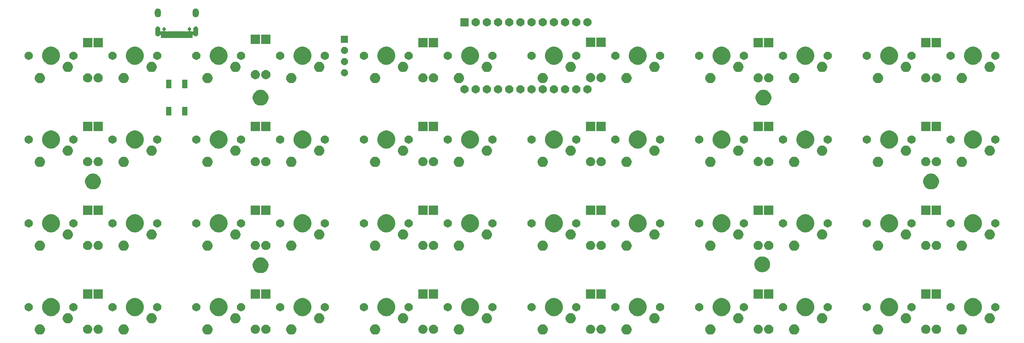
<source format=gbr>
G04 #@! TF.GenerationSoftware,KiCad,Pcbnew,(5.1.2-1)-1*
G04 #@! TF.CreationDate,2019-11-24T06:11:25-06:00*
G04 #@! TF.ProjectId,therick_THT,74686572-6963-46b5-9f54-48542e6b6963,rev?*
G04 #@! TF.SameCoordinates,Original*
G04 #@! TF.FileFunction,Soldermask,Bot*
G04 #@! TF.FilePolarity,Negative*
%FSLAX46Y46*%
G04 Gerber Fmt 4.6, Leading zero omitted, Abs format (unit mm)*
G04 Created by KiCad (PCBNEW (5.1.2-1)-1) date 2019-11-24 06:11:25*
%MOMM*%
%LPD*%
G04 APERTURE LIST*
%ADD10C,0.100000*%
G04 APERTURE END LIST*
D10*
G36*
X262764060Y-105519064D02*
G01*
X262915527Y-105549193D01*
X263129545Y-105637842D01*
X263129546Y-105637843D01*
X263322154Y-105766539D01*
X263485961Y-105930346D01*
X263506628Y-105961277D01*
X263614658Y-106122955D01*
X263703307Y-106336973D01*
X263748500Y-106564174D01*
X263748500Y-106795826D01*
X263703307Y-107023027D01*
X263614658Y-107237045D01*
X263614657Y-107237046D01*
X263485961Y-107429654D01*
X263322154Y-107593461D01*
X263247877Y-107643091D01*
X263129545Y-107722158D01*
X262915527Y-107810807D01*
X262764060Y-107840936D01*
X262688327Y-107856000D01*
X262456673Y-107856000D01*
X262380940Y-107840936D01*
X262229473Y-107810807D01*
X262015455Y-107722158D01*
X261897123Y-107643091D01*
X261822846Y-107593461D01*
X261659039Y-107429654D01*
X261530343Y-107237046D01*
X261530342Y-107237045D01*
X261441693Y-107023027D01*
X261396500Y-106795826D01*
X261396500Y-106564174D01*
X261441693Y-106336973D01*
X261530342Y-106122955D01*
X261638372Y-105961277D01*
X261659039Y-105930346D01*
X261822846Y-105766539D01*
X262015454Y-105637843D01*
X262015455Y-105637842D01*
X262229473Y-105549193D01*
X262380940Y-105519064D01*
X262456673Y-105504000D01*
X262688327Y-105504000D01*
X262764060Y-105519064D01*
X262764060Y-105519064D01*
G37*
G36*
X243714060Y-105519064D02*
G01*
X243865527Y-105549193D01*
X244079545Y-105637842D01*
X244079546Y-105637843D01*
X244272154Y-105766539D01*
X244435961Y-105930346D01*
X244456628Y-105961277D01*
X244564658Y-106122955D01*
X244653307Y-106336973D01*
X244698500Y-106564174D01*
X244698500Y-106795826D01*
X244653307Y-107023027D01*
X244564658Y-107237045D01*
X244564657Y-107237046D01*
X244435961Y-107429654D01*
X244272154Y-107593461D01*
X244197877Y-107643091D01*
X244079545Y-107722158D01*
X243865527Y-107810807D01*
X243714060Y-107840936D01*
X243638327Y-107856000D01*
X243406673Y-107856000D01*
X243330940Y-107840936D01*
X243179473Y-107810807D01*
X242965455Y-107722158D01*
X242847123Y-107643091D01*
X242772846Y-107593461D01*
X242609039Y-107429654D01*
X242480343Y-107237046D01*
X242480342Y-107237045D01*
X242391693Y-107023027D01*
X242346500Y-106795826D01*
X242346500Y-106564174D01*
X242391693Y-106336973D01*
X242480342Y-106122955D01*
X242588372Y-105961277D01*
X242609039Y-105930346D01*
X242772846Y-105766539D01*
X242965454Y-105637843D01*
X242965455Y-105637842D01*
X243179473Y-105549193D01*
X243330940Y-105519064D01*
X243406673Y-105504000D01*
X243638327Y-105504000D01*
X243714060Y-105519064D01*
X243714060Y-105519064D01*
G37*
G36*
X224664060Y-105519064D02*
G01*
X224815527Y-105549193D01*
X225029545Y-105637842D01*
X225029546Y-105637843D01*
X225222154Y-105766539D01*
X225385961Y-105930346D01*
X225406628Y-105961277D01*
X225514658Y-106122955D01*
X225603307Y-106336973D01*
X225648500Y-106564174D01*
X225648500Y-106795826D01*
X225603307Y-107023027D01*
X225514658Y-107237045D01*
X225514657Y-107237046D01*
X225385961Y-107429654D01*
X225222154Y-107593461D01*
X225147877Y-107643091D01*
X225029545Y-107722158D01*
X224815527Y-107810807D01*
X224664060Y-107840936D01*
X224588327Y-107856000D01*
X224356673Y-107856000D01*
X224280940Y-107840936D01*
X224129473Y-107810807D01*
X223915455Y-107722158D01*
X223797123Y-107643091D01*
X223722846Y-107593461D01*
X223559039Y-107429654D01*
X223430343Y-107237046D01*
X223430342Y-107237045D01*
X223341693Y-107023027D01*
X223296500Y-106795826D01*
X223296500Y-106564174D01*
X223341693Y-106336973D01*
X223430342Y-106122955D01*
X223538372Y-105961277D01*
X223559039Y-105930346D01*
X223722846Y-105766539D01*
X223915454Y-105637843D01*
X223915455Y-105637842D01*
X224129473Y-105549193D01*
X224280940Y-105519064D01*
X224356673Y-105504000D01*
X224588327Y-105504000D01*
X224664060Y-105519064D01*
X224664060Y-105519064D01*
G37*
G36*
X205614060Y-105519064D02*
G01*
X205765527Y-105549193D01*
X205979545Y-105637842D01*
X205979546Y-105637843D01*
X206172154Y-105766539D01*
X206335961Y-105930346D01*
X206356628Y-105961277D01*
X206464658Y-106122955D01*
X206553307Y-106336973D01*
X206598500Y-106564174D01*
X206598500Y-106795826D01*
X206553307Y-107023027D01*
X206464658Y-107237045D01*
X206464657Y-107237046D01*
X206335961Y-107429654D01*
X206172154Y-107593461D01*
X206097877Y-107643091D01*
X205979545Y-107722158D01*
X205765527Y-107810807D01*
X205614060Y-107840936D01*
X205538327Y-107856000D01*
X205306673Y-107856000D01*
X205230940Y-107840936D01*
X205079473Y-107810807D01*
X204865455Y-107722158D01*
X204747123Y-107643091D01*
X204672846Y-107593461D01*
X204509039Y-107429654D01*
X204380343Y-107237046D01*
X204380342Y-107237045D01*
X204291693Y-107023027D01*
X204246500Y-106795826D01*
X204246500Y-106564174D01*
X204291693Y-106336973D01*
X204380342Y-106122955D01*
X204488372Y-105961277D01*
X204509039Y-105930346D01*
X204672846Y-105766539D01*
X204865454Y-105637843D01*
X204865455Y-105637842D01*
X205079473Y-105549193D01*
X205230940Y-105519064D01*
X205306673Y-105504000D01*
X205538327Y-105504000D01*
X205614060Y-105519064D01*
X205614060Y-105519064D01*
G37*
G36*
X186564060Y-105519064D02*
G01*
X186715527Y-105549193D01*
X186929545Y-105637842D01*
X186929546Y-105637843D01*
X187122154Y-105766539D01*
X187285961Y-105930346D01*
X187306628Y-105961277D01*
X187414658Y-106122955D01*
X187503307Y-106336973D01*
X187548500Y-106564174D01*
X187548500Y-106795826D01*
X187503307Y-107023027D01*
X187414658Y-107237045D01*
X187414657Y-107237046D01*
X187285961Y-107429654D01*
X187122154Y-107593461D01*
X187047877Y-107643091D01*
X186929545Y-107722158D01*
X186715527Y-107810807D01*
X186564060Y-107840936D01*
X186488327Y-107856000D01*
X186256673Y-107856000D01*
X186180940Y-107840936D01*
X186029473Y-107810807D01*
X185815455Y-107722158D01*
X185697123Y-107643091D01*
X185622846Y-107593461D01*
X185459039Y-107429654D01*
X185330343Y-107237046D01*
X185330342Y-107237045D01*
X185241693Y-107023027D01*
X185196500Y-106795826D01*
X185196500Y-106564174D01*
X185241693Y-106336973D01*
X185330342Y-106122955D01*
X185438372Y-105961277D01*
X185459039Y-105930346D01*
X185622846Y-105766539D01*
X185815454Y-105637843D01*
X185815455Y-105637842D01*
X186029473Y-105549193D01*
X186180940Y-105519064D01*
X186256673Y-105504000D01*
X186488327Y-105504000D01*
X186564060Y-105519064D01*
X186564060Y-105519064D01*
G37*
G36*
X167514060Y-105519064D02*
G01*
X167665527Y-105549193D01*
X167879545Y-105637842D01*
X167879546Y-105637843D01*
X168072154Y-105766539D01*
X168235961Y-105930346D01*
X168256628Y-105961277D01*
X168364658Y-106122955D01*
X168453307Y-106336973D01*
X168498500Y-106564174D01*
X168498500Y-106795826D01*
X168453307Y-107023027D01*
X168364658Y-107237045D01*
X168364657Y-107237046D01*
X168235961Y-107429654D01*
X168072154Y-107593461D01*
X167997877Y-107643091D01*
X167879545Y-107722158D01*
X167665527Y-107810807D01*
X167514060Y-107840936D01*
X167438327Y-107856000D01*
X167206673Y-107856000D01*
X167130940Y-107840936D01*
X166979473Y-107810807D01*
X166765455Y-107722158D01*
X166647123Y-107643091D01*
X166572846Y-107593461D01*
X166409039Y-107429654D01*
X166280343Y-107237046D01*
X166280342Y-107237045D01*
X166191693Y-107023027D01*
X166146500Y-106795826D01*
X166146500Y-106564174D01*
X166191693Y-106336973D01*
X166280342Y-106122955D01*
X166388372Y-105961277D01*
X166409039Y-105930346D01*
X166572846Y-105766539D01*
X166765454Y-105637843D01*
X166765455Y-105637842D01*
X166979473Y-105549193D01*
X167130940Y-105519064D01*
X167206673Y-105504000D01*
X167438327Y-105504000D01*
X167514060Y-105519064D01*
X167514060Y-105519064D01*
G37*
G36*
X148464060Y-105519064D02*
G01*
X148615527Y-105549193D01*
X148829545Y-105637842D01*
X148829546Y-105637843D01*
X149022154Y-105766539D01*
X149185961Y-105930346D01*
X149206628Y-105961277D01*
X149314658Y-106122955D01*
X149403307Y-106336973D01*
X149448500Y-106564174D01*
X149448500Y-106795826D01*
X149403307Y-107023027D01*
X149314658Y-107237045D01*
X149314657Y-107237046D01*
X149185961Y-107429654D01*
X149022154Y-107593461D01*
X148947877Y-107643091D01*
X148829545Y-107722158D01*
X148615527Y-107810807D01*
X148464060Y-107840936D01*
X148388327Y-107856000D01*
X148156673Y-107856000D01*
X148080940Y-107840936D01*
X147929473Y-107810807D01*
X147715455Y-107722158D01*
X147597123Y-107643091D01*
X147522846Y-107593461D01*
X147359039Y-107429654D01*
X147230343Y-107237046D01*
X147230342Y-107237045D01*
X147141693Y-107023027D01*
X147096500Y-106795826D01*
X147096500Y-106564174D01*
X147141693Y-106336973D01*
X147230342Y-106122955D01*
X147338372Y-105961277D01*
X147359039Y-105930346D01*
X147522846Y-105766539D01*
X147715454Y-105637843D01*
X147715455Y-105637842D01*
X147929473Y-105549193D01*
X148080940Y-105519064D01*
X148156673Y-105504000D01*
X148388327Y-105504000D01*
X148464060Y-105519064D01*
X148464060Y-105519064D01*
G37*
G36*
X129414060Y-105519064D02*
G01*
X129565527Y-105549193D01*
X129779545Y-105637842D01*
X129779546Y-105637843D01*
X129972154Y-105766539D01*
X130135961Y-105930346D01*
X130156628Y-105961277D01*
X130264658Y-106122955D01*
X130353307Y-106336973D01*
X130398500Y-106564174D01*
X130398500Y-106795826D01*
X130353307Y-107023027D01*
X130264658Y-107237045D01*
X130264657Y-107237046D01*
X130135961Y-107429654D01*
X129972154Y-107593461D01*
X129897877Y-107643091D01*
X129779545Y-107722158D01*
X129565527Y-107810807D01*
X129414060Y-107840936D01*
X129338327Y-107856000D01*
X129106673Y-107856000D01*
X129030940Y-107840936D01*
X128879473Y-107810807D01*
X128665455Y-107722158D01*
X128547123Y-107643091D01*
X128472846Y-107593461D01*
X128309039Y-107429654D01*
X128180343Y-107237046D01*
X128180342Y-107237045D01*
X128091693Y-107023027D01*
X128046500Y-106795826D01*
X128046500Y-106564174D01*
X128091693Y-106336973D01*
X128180342Y-106122955D01*
X128288372Y-105961277D01*
X128309039Y-105930346D01*
X128472846Y-105766539D01*
X128665454Y-105637843D01*
X128665455Y-105637842D01*
X128879473Y-105549193D01*
X129030940Y-105519064D01*
X129106673Y-105504000D01*
X129338327Y-105504000D01*
X129414060Y-105519064D01*
X129414060Y-105519064D01*
G37*
G36*
X110364060Y-105519064D02*
G01*
X110515527Y-105549193D01*
X110729545Y-105637842D01*
X110729546Y-105637843D01*
X110922154Y-105766539D01*
X111085961Y-105930346D01*
X111106628Y-105961277D01*
X111214658Y-106122955D01*
X111303307Y-106336973D01*
X111348500Y-106564174D01*
X111348500Y-106795826D01*
X111303307Y-107023027D01*
X111214658Y-107237045D01*
X111214657Y-107237046D01*
X111085961Y-107429654D01*
X110922154Y-107593461D01*
X110847877Y-107643091D01*
X110729545Y-107722158D01*
X110515527Y-107810807D01*
X110364060Y-107840936D01*
X110288327Y-107856000D01*
X110056673Y-107856000D01*
X109980940Y-107840936D01*
X109829473Y-107810807D01*
X109615455Y-107722158D01*
X109497123Y-107643091D01*
X109422846Y-107593461D01*
X109259039Y-107429654D01*
X109130343Y-107237046D01*
X109130342Y-107237045D01*
X109041693Y-107023027D01*
X108996500Y-106795826D01*
X108996500Y-106564174D01*
X109041693Y-106336973D01*
X109130342Y-106122955D01*
X109238372Y-105961277D01*
X109259039Y-105930346D01*
X109422846Y-105766539D01*
X109615454Y-105637843D01*
X109615455Y-105637842D01*
X109829473Y-105549193D01*
X109980940Y-105519064D01*
X110056673Y-105504000D01*
X110288327Y-105504000D01*
X110364060Y-105519064D01*
X110364060Y-105519064D01*
G37*
G36*
X91314060Y-105519064D02*
G01*
X91465527Y-105549193D01*
X91679545Y-105637842D01*
X91679546Y-105637843D01*
X91872154Y-105766539D01*
X92035961Y-105930346D01*
X92056628Y-105961277D01*
X92164658Y-106122955D01*
X92253307Y-106336973D01*
X92298500Y-106564174D01*
X92298500Y-106795826D01*
X92253307Y-107023027D01*
X92164658Y-107237045D01*
X92164657Y-107237046D01*
X92035961Y-107429654D01*
X91872154Y-107593461D01*
X91797877Y-107643091D01*
X91679545Y-107722158D01*
X91465527Y-107810807D01*
X91314060Y-107840936D01*
X91238327Y-107856000D01*
X91006673Y-107856000D01*
X90930940Y-107840936D01*
X90779473Y-107810807D01*
X90565455Y-107722158D01*
X90447123Y-107643091D01*
X90372846Y-107593461D01*
X90209039Y-107429654D01*
X90080343Y-107237046D01*
X90080342Y-107237045D01*
X89991693Y-107023027D01*
X89946500Y-106795826D01*
X89946500Y-106564174D01*
X89991693Y-106336973D01*
X90080342Y-106122955D01*
X90188372Y-105961277D01*
X90209039Y-105930346D01*
X90372846Y-105766539D01*
X90565454Y-105637843D01*
X90565455Y-105637842D01*
X90779473Y-105549193D01*
X90930940Y-105519064D01*
X91006673Y-105504000D01*
X91238327Y-105504000D01*
X91314060Y-105519064D01*
X91314060Y-105519064D01*
G37*
G36*
X72264060Y-105519064D02*
G01*
X72415527Y-105549193D01*
X72629545Y-105637842D01*
X72629546Y-105637843D01*
X72822154Y-105766539D01*
X72985961Y-105930346D01*
X73006628Y-105961277D01*
X73114658Y-106122955D01*
X73203307Y-106336973D01*
X73248500Y-106564174D01*
X73248500Y-106795826D01*
X73203307Y-107023027D01*
X73114658Y-107237045D01*
X73114657Y-107237046D01*
X72985961Y-107429654D01*
X72822154Y-107593461D01*
X72747877Y-107643091D01*
X72629545Y-107722158D01*
X72415527Y-107810807D01*
X72264060Y-107840936D01*
X72188327Y-107856000D01*
X71956673Y-107856000D01*
X71880940Y-107840936D01*
X71729473Y-107810807D01*
X71515455Y-107722158D01*
X71397123Y-107643091D01*
X71322846Y-107593461D01*
X71159039Y-107429654D01*
X71030343Y-107237046D01*
X71030342Y-107237045D01*
X70941693Y-107023027D01*
X70896500Y-106795826D01*
X70896500Y-106564174D01*
X70941693Y-106336973D01*
X71030342Y-106122955D01*
X71138372Y-105961277D01*
X71159039Y-105930346D01*
X71322846Y-105766539D01*
X71515454Y-105637843D01*
X71515455Y-105637842D01*
X71729473Y-105549193D01*
X71880940Y-105519064D01*
X71956673Y-105504000D01*
X72188327Y-105504000D01*
X72264060Y-105519064D01*
X72264060Y-105519064D01*
G37*
G36*
X53214060Y-105519064D02*
G01*
X53365527Y-105549193D01*
X53579545Y-105637842D01*
X53579546Y-105637843D01*
X53772154Y-105766539D01*
X53935961Y-105930346D01*
X53956628Y-105961277D01*
X54064658Y-106122955D01*
X54153307Y-106336973D01*
X54198500Y-106564174D01*
X54198500Y-106795826D01*
X54153307Y-107023027D01*
X54064658Y-107237045D01*
X54064657Y-107237046D01*
X53935961Y-107429654D01*
X53772154Y-107593461D01*
X53697877Y-107643091D01*
X53579545Y-107722158D01*
X53365527Y-107810807D01*
X53214060Y-107840936D01*
X53138327Y-107856000D01*
X52906673Y-107856000D01*
X52830940Y-107840936D01*
X52679473Y-107810807D01*
X52465455Y-107722158D01*
X52347123Y-107643091D01*
X52272846Y-107593461D01*
X52109039Y-107429654D01*
X51980343Y-107237046D01*
X51980342Y-107237045D01*
X51891693Y-107023027D01*
X51846500Y-106795826D01*
X51846500Y-106564174D01*
X51891693Y-106336973D01*
X51980342Y-106122955D01*
X52088372Y-105961277D01*
X52109039Y-105930346D01*
X52272846Y-105766539D01*
X52465454Y-105637843D01*
X52465455Y-105637842D01*
X52679473Y-105549193D01*
X52830940Y-105519064D01*
X52906673Y-105504000D01*
X53138327Y-105504000D01*
X53214060Y-105519064D01*
X53214060Y-105519064D01*
G37*
G36*
X178505684Y-105621869D02*
G01*
X178696953Y-105701095D01*
X178696955Y-105701096D01*
X178794897Y-105766539D01*
X178869093Y-105816115D01*
X179015485Y-105962507D01*
X179130505Y-106134647D01*
X179209731Y-106325916D01*
X179250120Y-106528964D01*
X179250120Y-106735996D01*
X179209731Y-106939044D01*
X179130505Y-107130313D01*
X179130504Y-107130315D01*
X179015485Y-107302453D01*
X178869093Y-107448845D01*
X178696955Y-107563864D01*
X178696954Y-107563865D01*
X178696953Y-107563865D01*
X178505684Y-107643091D01*
X178302636Y-107683480D01*
X178095604Y-107683480D01*
X177892556Y-107643091D01*
X177701287Y-107563865D01*
X177701286Y-107563865D01*
X177701285Y-107563864D01*
X177529147Y-107448845D01*
X177382755Y-107302453D01*
X177267736Y-107130315D01*
X177267735Y-107130313D01*
X177188509Y-106939044D01*
X177148120Y-106735996D01*
X177148120Y-106528964D01*
X177188509Y-106325916D01*
X177267735Y-106134647D01*
X177382755Y-105962507D01*
X177529147Y-105816115D01*
X177603343Y-105766539D01*
X177701285Y-105701096D01*
X177701287Y-105701095D01*
X177892556Y-105621869D01*
X178095604Y-105581480D01*
X178302636Y-105581480D01*
X178505684Y-105621869D01*
X178505684Y-105621869D01*
G37*
G36*
X64204244Y-105621869D02*
G01*
X64395513Y-105701095D01*
X64395515Y-105701096D01*
X64493457Y-105766539D01*
X64567653Y-105816115D01*
X64714045Y-105962507D01*
X64829065Y-106134647D01*
X64908291Y-106325916D01*
X64948680Y-106528964D01*
X64948680Y-106735996D01*
X64908291Y-106939044D01*
X64829065Y-107130313D01*
X64829064Y-107130315D01*
X64714045Y-107302453D01*
X64567653Y-107448845D01*
X64395515Y-107563864D01*
X64395514Y-107563865D01*
X64395513Y-107563865D01*
X64204244Y-107643091D01*
X64001196Y-107683480D01*
X63794164Y-107683480D01*
X63591116Y-107643091D01*
X63399847Y-107563865D01*
X63399846Y-107563865D01*
X63399845Y-107563864D01*
X63227707Y-107448845D01*
X63081315Y-107302453D01*
X62966296Y-107130315D01*
X62966295Y-107130313D01*
X62887069Y-106939044D01*
X62846680Y-106735996D01*
X62846680Y-106528964D01*
X62887069Y-106325916D01*
X62966295Y-106134647D01*
X63081315Y-105962507D01*
X63227707Y-105816115D01*
X63301903Y-105766539D01*
X63399845Y-105701096D01*
X63399847Y-105701095D01*
X63591116Y-105621869D01*
X63794164Y-105581480D01*
X64001196Y-105581480D01*
X64204244Y-105621869D01*
X64204244Y-105621869D01*
G37*
G36*
X66585524Y-105621869D02*
G01*
X66776793Y-105701095D01*
X66776795Y-105701096D01*
X66874737Y-105766539D01*
X66948933Y-105816115D01*
X67095325Y-105962507D01*
X67210345Y-106134647D01*
X67289571Y-106325916D01*
X67329960Y-106528964D01*
X67329960Y-106735996D01*
X67289571Y-106939044D01*
X67210345Y-107130313D01*
X67210344Y-107130315D01*
X67095325Y-107302453D01*
X66948933Y-107448845D01*
X66776795Y-107563864D01*
X66776794Y-107563865D01*
X66776793Y-107563865D01*
X66585524Y-107643091D01*
X66382476Y-107683480D01*
X66175444Y-107683480D01*
X65972396Y-107643091D01*
X65781127Y-107563865D01*
X65781126Y-107563865D01*
X65781125Y-107563864D01*
X65608987Y-107448845D01*
X65462595Y-107302453D01*
X65347576Y-107130315D01*
X65347575Y-107130313D01*
X65268349Y-106939044D01*
X65227960Y-106735996D01*
X65227960Y-106528964D01*
X65268349Y-106325916D01*
X65347575Y-106134647D01*
X65462595Y-105962507D01*
X65608987Y-105816115D01*
X65683183Y-105766539D01*
X65781125Y-105701096D01*
X65781127Y-105701095D01*
X65972396Y-105621869D01*
X66175444Y-105581480D01*
X66382476Y-105581480D01*
X66585524Y-105621869D01*
X66585524Y-105621869D01*
G37*
G36*
X102304724Y-105621869D02*
G01*
X102495993Y-105701095D01*
X102495995Y-105701096D01*
X102593937Y-105766539D01*
X102668133Y-105816115D01*
X102814525Y-105962507D01*
X102929545Y-106134647D01*
X103008771Y-106325916D01*
X103049160Y-106528964D01*
X103049160Y-106735996D01*
X103008771Y-106939044D01*
X102929545Y-107130313D01*
X102929544Y-107130315D01*
X102814525Y-107302453D01*
X102668133Y-107448845D01*
X102495995Y-107563864D01*
X102495994Y-107563865D01*
X102495993Y-107563865D01*
X102304724Y-107643091D01*
X102101676Y-107683480D01*
X101894644Y-107683480D01*
X101691596Y-107643091D01*
X101500327Y-107563865D01*
X101500326Y-107563865D01*
X101500325Y-107563864D01*
X101328187Y-107448845D01*
X101181795Y-107302453D01*
X101066776Y-107130315D01*
X101066775Y-107130313D01*
X100987549Y-106939044D01*
X100947160Y-106735996D01*
X100947160Y-106528964D01*
X100987549Y-106325916D01*
X101066775Y-106134647D01*
X101181795Y-105962507D01*
X101328187Y-105816115D01*
X101402383Y-105766539D01*
X101500325Y-105701096D01*
X101500327Y-105701095D01*
X101691596Y-105621869D01*
X101894644Y-105581480D01*
X102101676Y-105581480D01*
X102304724Y-105621869D01*
X102304724Y-105621869D01*
G37*
G36*
X104686004Y-105621869D02*
G01*
X104877273Y-105701095D01*
X104877275Y-105701096D01*
X104975217Y-105766539D01*
X105049413Y-105816115D01*
X105195805Y-105962507D01*
X105310825Y-106134647D01*
X105390051Y-106325916D01*
X105430440Y-106528964D01*
X105430440Y-106735996D01*
X105390051Y-106939044D01*
X105310825Y-107130313D01*
X105310824Y-107130315D01*
X105195805Y-107302453D01*
X105049413Y-107448845D01*
X104877275Y-107563864D01*
X104877274Y-107563865D01*
X104877273Y-107563865D01*
X104686004Y-107643091D01*
X104482956Y-107683480D01*
X104275924Y-107683480D01*
X104072876Y-107643091D01*
X103881607Y-107563865D01*
X103881606Y-107563865D01*
X103881605Y-107563864D01*
X103709467Y-107448845D01*
X103563075Y-107302453D01*
X103448056Y-107130315D01*
X103448055Y-107130313D01*
X103368829Y-106939044D01*
X103328440Y-106735996D01*
X103328440Y-106528964D01*
X103368829Y-106325916D01*
X103448055Y-106134647D01*
X103563075Y-105962507D01*
X103709467Y-105816115D01*
X103783663Y-105766539D01*
X103881605Y-105701096D01*
X103881607Y-105701095D01*
X104072876Y-105621869D01*
X104275924Y-105581480D01*
X104482956Y-105581480D01*
X104686004Y-105621869D01*
X104686004Y-105621869D01*
G37*
G36*
X140405204Y-105621869D02*
G01*
X140596473Y-105701095D01*
X140596475Y-105701096D01*
X140694417Y-105766539D01*
X140768613Y-105816115D01*
X140915005Y-105962507D01*
X141030025Y-106134647D01*
X141109251Y-106325916D01*
X141149640Y-106528964D01*
X141149640Y-106735996D01*
X141109251Y-106939044D01*
X141030025Y-107130313D01*
X141030024Y-107130315D01*
X140915005Y-107302453D01*
X140768613Y-107448845D01*
X140596475Y-107563864D01*
X140596474Y-107563865D01*
X140596473Y-107563865D01*
X140405204Y-107643091D01*
X140202156Y-107683480D01*
X139995124Y-107683480D01*
X139792076Y-107643091D01*
X139600807Y-107563865D01*
X139600806Y-107563865D01*
X139600805Y-107563864D01*
X139428667Y-107448845D01*
X139282275Y-107302453D01*
X139167256Y-107130315D01*
X139167255Y-107130313D01*
X139088029Y-106939044D01*
X139047640Y-106735996D01*
X139047640Y-106528964D01*
X139088029Y-106325916D01*
X139167255Y-106134647D01*
X139282275Y-105962507D01*
X139428667Y-105816115D01*
X139502863Y-105766539D01*
X139600805Y-105701096D01*
X139600807Y-105701095D01*
X139792076Y-105621869D01*
X139995124Y-105581480D01*
X140202156Y-105581480D01*
X140405204Y-105621869D01*
X140405204Y-105621869D01*
G37*
G36*
X142786484Y-105621869D02*
G01*
X142977753Y-105701095D01*
X142977755Y-105701096D01*
X143075697Y-105766539D01*
X143149893Y-105816115D01*
X143296285Y-105962507D01*
X143411305Y-106134647D01*
X143490531Y-106325916D01*
X143530920Y-106528964D01*
X143530920Y-106735996D01*
X143490531Y-106939044D01*
X143411305Y-107130313D01*
X143411304Y-107130315D01*
X143296285Y-107302453D01*
X143149893Y-107448845D01*
X142977755Y-107563864D01*
X142977754Y-107563865D01*
X142977753Y-107563865D01*
X142786484Y-107643091D01*
X142583436Y-107683480D01*
X142376404Y-107683480D01*
X142173356Y-107643091D01*
X141982087Y-107563865D01*
X141982086Y-107563865D01*
X141982085Y-107563864D01*
X141809947Y-107448845D01*
X141663555Y-107302453D01*
X141548536Y-107130315D01*
X141548535Y-107130313D01*
X141469309Y-106939044D01*
X141428920Y-106735996D01*
X141428920Y-106528964D01*
X141469309Y-106325916D01*
X141548535Y-106134647D01*
X141663555Y-105962507D01*
X141809947Y-105816115D01*
X141884143Y-105766539D01*
X141982085Y-105701096D01*
X141982087Y-105701095D01*
X142173356Y-105621869D01*
X142376404Y-105581480D01*
X142583436Y-105581480D01*
X142786484Y-105621869D01*
X142786484Y-105621869D01*
G37*
G36*
X180886964Y-105621869D02*
G01*
X181078233Y-105701095D01*
X181078235Y-105701096D01*
X181176177Y-105766539D01*
X181250373Y-105816115D01*
X181396765Y-105962507D01*
X181511785Y-106134647D01*
X181591011Y-106325916D01*
X181631400Y-106528964D01*
X181631400Y-106735996D01*
X181591011Y-106939044D01*
X181511785Y-107130313D01*
X181511784Y-107130315D01*
X181396765Y-107302453D01*
X181250373Y-107448845D01*
X181078235Y-107563864D01*
X181078234Y-107563865D01*
X181078233Y-107563865D01*
X180886964Y-107643091D01*
X180683916Y-107683480D01*
X180476884Y-107683480D01*
X180273836Y-107643091D01*
X180082567Y-107563865D01*
X180082566Y-107563865D01*
X180082565Y-107563864D01*
X179910427Y-107448845D01*
X179764035Y-107302453D01*
X179649016Y-107130315D01*
X179649015Y-107130313D01*
X179569789Y-106939044D01*
X179529400Y-106735996D01*
X179529400Y-106528964D01*
X179569789Y-106325916D01*
X179649015Y-106134647D01*
X179764035Y-105962507D01*
X179910427Y-105816115D01*
X179984623Y-105766539D01*
X180082565Y-105701096D01*
X180082567Y-105701095D01*
X180273836Y-105621869D01*
X180476884Y-105581480D01*
X180683916Y-105581480D01*
X180886964Y-105621869D01*
X180886964Y-105621869D01*
G37*
G36*
X254706644Y-105621869D02*
G01*
X254897913Y-105701095D01*
X254897915Y-105701096D01*
X254995857Y-105766539D01*
X255070053Y-105816115D01*
X255216445Y-105962507D01*
X255331465Y-106134647D01*
X255410691Y-106325916D01*
X255451080Y-106528964D01*
X255451080Y-106735996D01*
X255410691Y-106939044D01*
X255331465Y-107130313D01*
X255331464Y-107130315D01*
X255216445Y-107302453D01*
X255070053Y-107448845D01*
X254897915Y-107563864D01*
X254897914Y-107563865D01*
X254897913Y-107563865D01*
X254706644Y-107643091D01*
X254503596Y-107683480D01*
X254296564Y-107683480D01*
X254093516Y-107643091D01*
X253902247Y-107563865D01*
X253902246Y-107563865D01*
X253902245Y-107563864D01*
X253730107Y-107448845D01*
X253583715Y-107302453D01*
X253468696Y-107130315D01*
X253468695Y-107130313D01*
X253389469Y-106939044D01*
X253349080Y-106735996D01*
X253349080Y-106528964D01*
X253389469Y-106325916D01*
X253468695Y-106134647D01*
X253583715Y-105962507D01*
X253730107Y-105816115D01*
X253804303Y-105766539D01*
X253902245Y-105701096D01*
X253902247Y-105701095D01*
X254093516Y-105621869D01*
X254296564Y-105581480D01*
X254503596Y-105581480D01*
X254706644Y-105621869D01*
X254706644Y-105621869D01*
G37*
G36*
X257087924Y-105621869D02*
G01*
X257279193Y-105701095D01*
X257279195Y-105701096D01*
X257377137Y-105766539D01*
X257451333Y-105816115D01*
X257597725Y-105962507D01*
X257712745Y-106134647D01*
X257791971Y-106325916D01*
X257832360Y-106528964D01*
X257832360Y-106735996D01*
X257791971Y-106939044D01*
X257712745Y-107130313D01*
X257712744Y-107130315D01*
X257597725Y-107302453D01*
X257451333Y-107448845D01*
X257279195Y-107563864D01*
X257279194Y-107563865D01*
X257279193Y-107563865D01*
X257087924Y-107643091D01*
X256884876Y-107683480D01*
X256677844Y-107683480D01*
X256474796Y-107643091D01*
X256283527Y-107563865D01*
X256283526Y-107563865D01*
X256283525Y-107563864D01*
X256111387Y-107448845D01*
X255964995Y-107302453D01*
X255849976Y-107130315D01*
X255849975Y-107130313D01*
X255770749Y-106939044D01*
X255730360Y-106735996D01*
X255730360Y-106528964D01*
X255770749Y-106325916D01*
X255849975Y-106134647D01*
X255964995Y-105962507D01*
X256111387Y-105816115D01*
X256185583Y-105766539D01*
X256283525Y-105701096D01*
X256283527Y-105701095D01*
X256474796Y-105621869D01*
X256677844Y-105581480D01*
X256884876Y-105581480D01*
X257087924Y-105621869D01*
X257087924Y-105621869D01*
G37*
G36*
X216606164Y-105620639D02*
G01*
X216797433Y-105699865D01*
X216797435Y-105699866D01*
X216897218Y-105766539D01*
X216969573Y-105814885D01*
X217115965Y-105961277D01*
X217230985Y-106133417D01*
X217310211Y-106324686D01*
X217350600Y-106527734D01*
X217350600Y-106734766D01*
X217310211Y-106937814D01*
X217230985Y-107129083D01*
X217230984Y-107129085D01*
X217115965Y-107301223D01*
X216969573Y-107447615D01*
X216797435Y-107562634D01*
X216797434Y-107562635D01*
X216797433Y-107562635D01*
X216606164Y-107641861D01*
X216403116Y-107682250D01*
X216196084Y-107682250D01*
X215993036Y-107641861D01*
X215801767Y-107562635D01*
X215801766Y-107562635D01*
X215801765Y-107562634D01*
X215629627Y-107447615D01*
X215483235Y-107301223D01*
X215368216Y-107129085D01*
X215368215Y-107129083D01*
X215288989Y-106937814D01*
X215248600Y-106734766D01*
X215248600Y-106527734D01*
X215288989Y-106324686D01*
X215368215Y-106133417D01*
X215483235Y-105961277D01*
X215629627Y-105814885D01*
X215701982Y-105766539D01*
X215801765Y-105699866D01*
X215801767Y-105699865D01*
X215993036Y-105620639D01*
X216196084Y-105580250D01*
X216403116Y-105580250D01*
X216606164Y-105620639D01*
X216606164Y-105620639D01*
G37*
G36*
X218987444Y-105620639D02*
G01*
X219178713Y-105699865D01*
X219178715Y-105699866D01*
X219278498Y-105766539D01*
X219350853Y-105814885D01*
X219497245Y-105961277D01*
X219612265Y-106133417D01*
X219691491Y-106324686D01*
X219731880Y-106527734D01*
X219731880Y-106734766D01*
X219691491Y-106937814D01*
X219612265Y-107129083D01*
X219612264Y-107129085D01*
X219497245Y-107301223D01*
X219350853Y-107447615D01*
X219178715Y-107562634D01*
X219178714Y-107562635D01*
X219178713Y-107562635D01*
X218987444Y-107641861D01*
X218784396Y-107682250D01*
X218577364Y-107682250D01*
X218374316Y-107641861D01*
X218183047Y-107562635D01*
X218183046Y-107562635D01*
X218183045Y-107562634D01*
X218010907Y-107447615D01*
X217864515Y-107301223D01*
X217749496Y-107129085D01*
X217749495Y-107129083D01*
X217670269Y-106937814D01*
X217629880Y-106734766D01*
X217629880Y-106527734D01*
X217670269Y-106324686D01*
X217749495Y-106133417D01*
X217864515Y-105961277D01*
X218010907Y-105814885D01*
X218083262Y-105766539D01*
X218183045Y-105699866D01*
X218183047Y-105699865D01*
X218374316Y-105620639D01*
X218577364Y-105580250D01*
X218784396Y-105580250D01*
X218987444Y-105620639D01*
X218987444Y-105620639D01*
G37*
G36*
X269114060Y-102979064D02*
G01*
X269265527Y-103009193D01*
X269479545Y-103097842D01*
X269479546Y-103097843D01*
X269672154Y-103226539D01*
X269835961Y-103390346D01*
X269850541Y-103412167D01*
X269964658Y-103582955D01*
X270053307Y-103796973D01*
X270098500Y-104024174D01*
X270098500Y-104255826D01*
X270053307Y-104483027D01*
X269964658Y-104697045D01*
X269964657Y-104697046D01*
X269835961Y-104889654D01*
X269672154Y-105053461D01*
X269543749Y-105139258D01*
X269479545Y-105182158D01*
X269265527Y-105270807D01*
X269114060Y-105300936D01*
X269038327Y-105316000D01*
X268806673Y-105316000D01*
X268730940Y-105300936D01*
X268579473Y-105270807D01*
X268365455Y-105182158D01*
X268301251Y-105139258D01*
X268172846Y-105053461D01*
X268009039Y-104889654D01*
X267880343Y-104697046D01*
X267880342Y-104697045D01*
X267791693Y-104483027D01*
X267746500Y-104255826D01*
X267746500Y-104024174D01*
X267791693Y-103796973D01*
X267880342Y-103582955D01*
X267994459Y-103412167D01*
X268009039Y-103390346D01*
X268172846Y-103226539D01*
X268365454Y-103097843D01*
X268365455Y-103097842D01*
X268579473Y-103009193D01*
X268730940Y-102979064D01*
X268806673Y-102964000D01*
X269038327Y-102964000D01*
X269114060Y-102979064D01*
X269114060Y-102979064D01*
G37*
G36*
X116714060Y-102979064D02*
G01*
X116865527Y-103009193D01*
X117079545Y-103097842D01*
X117079546Y-103097843D01*
X117272154Y-103226539D01*
X117435961Y-103390346D01*
X117450541Y-103412167D01*
X117564658Y-103582955D01*
X117653307Y-103796973D01*
X117698500Y-104024174D01*
X117698500Y-104255826D01*
X117653307Y-104483027D01*
X117564658Y-104697045D01*
X117564657Y-104697046D01*
X117435961Y-104889654D01*
X117272154Y-105053461D01*
X117143749Y-105139258D01*
X117079545Y-105182158D01*
X116865527Y-105270807D01*
X116714060Y-105300936D01*
X116638327Y-105316000D01*
X116406673Y-105316000D01*
X116330940Y-105300936D01*
X116179473Y-105270807D01*
X115965455Y-105182158D01*
X115901251Y-105139258D01*
X115772846Y-105053461D01*
X115609039Y-104889654D01*
X115480343Y-104697046D01*
X115480342Y-104697045D01*
X115391693Y-104483027D01*
X115346500Y-104255826D01*
X115346500Y-104024174D01*
X115391693Y-103796973D01*
X115480342Y-103582955D01*
X115594459Y-103412167D01*
X115609039Y-103390346D01*
X115772846Y-103226539D01*
X115965454Y-103097843D01*
X115965455Y-103097842D01*
X116179473Y-103009193D01*
X116330940Y-102979064D01*
X116406673Y-102964000D01*
X116638327Y-102964000D01*
X116714060Y-102979064D01*
X116714060Y-102979064D01*
G37*
G36*
X250064060Y-102979064D02*
G01*
X250215527Y-103009193D01*
X250429545Y-103097842D01*
X250429546Y-103097843D01*
X250622154Y-103226539D01*
X250785961Y-103390346D01*
X250800541Y-103412167D01*
X250914658Y-103582955D01*
X251003307Y-103796973D01*
X251048500Y-104024174D01*
X251048500Y-104255826D01*
X251003307Y-104483027D01*
X250914658Y-104697045D01*
X250914657Y-104697046D01*
X250785961Y-104889654D01*
X250622154Y-105053461D01*
X250493749Y-105139258D01*
X250429545Y-105182158D01*
X250215527Y-105270807D01*
X250064060Y-105300936D01*
X249988327Y-105316000D01*
X249756673Y-105316000D01*
X249680940Y-105300936D01*
X249529473Y-105270807D01*
X249315455Y-105182158D01*
X249251251Y-105139258D01*
X249122846Y-105053461D01*
X248959039Y-104889654D01*
X248830343Y-104697046D01*
X248830342Y-104697045D01*
X248741693Y-104483027D01*
X248696500Y-104255826D01*
X248696500Y-104024174D01*
X248741693Y-103796973D01*
X248830342Y-103582955D01*
X248944459Y-103412167D01*
X248959039Y-103390346D01*
X249122846Y-103226539D01*
X249315454Y-103097843D01*
X249315455Y-103097842D01*
X249529473Y-103009193D01*
X249680940Y-102979064D01*
X249756673Y-102964000D01*
X249988327Y-102964000D01*
X250064060Y-102979064D01*
X250064060Y-102979064D01*
G37*
G36*
X231014060Y-102979064D02*
G01*
X231165527Y-103009193D01*
X231379545Y-103097842D01*
X231379546Y-103097843D01*
X231572154Y-103226539D01*
X231735961Y-103390346D01*
X231750541Y-103412167D01*
X231864658Y-103582955D01*
X231953307Y-103796973D01*
X231998500Y-104024174D01*
X231998500Y-104255826D01*
X231953307Y-104483027D01*
X231864658Y-104697045D01*
X231864657Y-104697046D01*
X231735961Y-104889654D01*
X231572154Y-105053461D01*
X231443749Y-105139258D01*
X231379545Y-105182158D01*
X231165527Y-105270807D01*
X231014060Y-105300936D01*
X230938327Y-105316000D01*
X230706673Y-105316000D01*
X230630940Y-105300936D01*
X230479473Y-105270807D01*
X230265455Y-105182158D01*
X230201251Y-105139258D01*
X230072846Y-105053461D01*
X229909039Y-104889654D01*
X229780343Y-104697046D01*
X229780342Y-104697045D01*
X229691693Y-104483027D01*
X229646500Y-104255826D01*
X229646500Y-104024174D01*
X229691693Y-103796973D01*
X229780342Y-103582955D01*
X229894459Y-103412167D01*
X229909039Y-103390346D01*
X230072846Y-103226539D01*
X230265454Y-103097843D01*
X230265455Y-103097842D01*
X230479473Y-103009193D01*
X230630940Y-102979064D01*
X230706673Y-102964000D01*
X230938327Y-102964000D01*
X231014060Y-102979064D01*
X231014060Y-102979064D01*
G37*
G36*
X211964060Y-102979064D02*
G01*
X212115527Y-103009193D01*
X212329545Y-103097842D01*
X212329546Y-103097843D01*
X212522154Y-103226539D01*
X212685961Y-103390346D01*
X212700541Y-103412167D01*
X212814658Y-103582955D01*
X212903307Y-103796973D01*
X212948500Y-104024174D01*
X212948500Y-104255826D01*
X212903307Y-104483027D01*
X212814658Y-104697045D01*
X212814657Y-104697046D01*
X212685961Y-104889654D01*
X212522154Y-105053461D01*
X212393749Y-105139258D01*
X212329545Y-105182158D01*
X212115527Y-105270807D01*
X211964060Y-105300936D01*
X211888327Y-105316000D01*
X211656673Y-105316000D01*
X211580940Y-105300936D01*
X211429473Y-105270807D01*
X211215455Y-105182158D01*
X211151251Y-105139258D01*
X211022846Y-105053461D01*
X210859039Y-104889654D01*
X210730343Y-104697046D01*
X210730342Y-104697045D01*
X210641693Y-104483027D01*
X210596500Y-104255826D01*
X210596500Y-104024174D01*
X210641693Y-103796973D01*
X210730342Y-103582955D01*
X210844459Y-103412167D01*
X210859039Y-103390346D01*
X211022846Y-103226539D01*
X211215454Y-103097843D01*
X211215455Y-103097842D01*
X211429473Y-103009193D01*
X211580940Y-102979064D01*
X211656673Y-102964000D01*
X211888327Y-102964000D01*
X211964060Y-102979064D01*
X211964060Y-102979064D01*
G37*
G36*
X192914060Y-102979064D02*
G01*
X193065527Y-103009193D01*
X193279545Y-103097842D01*
X193279546Y-103097843D01*
X193472154Y-103226539D01*
X193635961Y-103390346D01*
X193650541Y-103412167D01*
X193764658Y-103582955D01*
X193853307Y-103796973D01*
X193898500Y-104024174D01*
X193898500Y-104255826D01*
X193853307Y-104483027D01*
X193764658Y-104697045D01*
X193764657Y-104697046D01*
X193635961Y-104889654D01*
X193472154Y-105053461D01*
X193343749Y-105139258D01*
X193279545Y-105182158D01*
X193065527Y-105270807D01*
X192914060Y-105300936D01*
X192838327Y-105316000D01*
X192606673Y-105316000D01*
X192530940Y-105300936D01*
X192379473Y-105270807D01*
X192165455Y-105182158D01*
X192101251Y-105139258D01*
X191972846Y-105053461D01*
X191809039Y-104889654D01*
X191680343Y-104697046D01*
X191680342Y-104697045D01*
X191591693Y-104483027D01*
X191546500Y-104255826D01*
X191546500Y-104024174D01*
X191591693Y-103796973D01*
X191680342Y-103582955D01*
X191794459Y-103412167D01*
X191809039Y-103390346D01*
X191972846Y-103226539D01*
X192165454Y-103097843D01*
X192165455Y-103097842D01*
X192379473Y-103009193D01*
X192530940Y-102979064D01*
X192606673Y-102964000D01*
X192838327Y-102964000D01*
X192914060Y-102979064D01*
X192914060Y-102979064D01*
G37*
G36*
X173864060Y-102979064D02*
G01*
X174015527Y-103009193D01*
X174229545Y-103097842D01*
X174229546Y-103097843D01*
X174422154Y-103226539D01*
X174585961Y-103390346D01*
X174600541Y-103412167D01*
X174714658Y-103582955D01*
X174803307Y-103796973D01*
X174848500Y-104024174D01*
X174848500Y-104255826D01*
X174803307Y-104483027D01*
X174714658Y-104697045D01*
X174714657Y-104697046D01*
X174585961Y-104889654D01*
X174422154Y-105053461D01*
X174293749Y-105139258D01*
X174229545Y-105182158D01*
X174015527Y-105270807D01*
X173864060Y-105300936D01*
X173788327Y-105316000D01*
X173556673Y-105316000D01*
X173480940Y-105300936D01*
X173329473Y-105270807D01*
X173115455Y-105182158D01*
X173051251Y-105139258D01*
X172922846Y-105053461D01*
X172759039Y-104889654D01*
X172630343Y-104697046D01*
X172630342Y-104697045D01*
X172541693Y-104483027D01*
X172496500Y-104255826D01*
X172496500Y-104024174D01*
X172541693Y-103796973D01*
X172630342Y-103582955D01*
X172744459Y-103412167D01*
X172759039Y-103390346D01*
X172922846Y-103226539D01*
X173115454Y-103097843D01*
X173115455Y-103097842D01*
X173329473Y-103009193D01*
X173480940Y-102979064D01*
X173556673Y-102964000D01*
X173788327Y-102964000D01*
X173864060Y-102979064D01*
X173864060Y-102979064D01*
G37*
G36*
X154814060Y-102979064D02*
G01*
X154965527Y-103009193D01*
X155179545Y-103097842D01*
X155179546Y-103097843D01*
X155372154Y-103226539D01*
X155535961Y-103390346D01*
X155550541Y-103412167D01*
X155664658Y-103582955D01*
X155753307Y-103796973D01*
X155798500Y-104024174D01*
X155798500Y-104255826D01*
X155753307Y-104483027D01*
X155664658Y-104697045D01*
X155664657Y-104697046D01*
X155535961Y-104889654D01*
X155372154Y-105053461D01*
X155243749Y-105139258D01*
X155179545Y-105182158D01*
X154965527Y-105270807D01*
X154814060Y-105300936D01*
X154738327Y-105316000D01*
X154506673Y-105316000D01*
X154430940Y-105300936D01*
X154279473Y-105270807D01*
X154065455Y-105182158D01*
X154001251Y-105139258D01*
X153872846Y-105053461D01*
X153709039Y-104889654D01*
X153580343Y-104697046D01*
X153580342Y-104697045D01*
X153491693Y-104483027D01*
X153446500Y-104255826D01*
X153446500Y-104024174D01*
X153491693Y-103796973D01*
X153580342Y-103582955D01*
X153694459Y-103412167D01*
X153709039Y-103390346D01*
X153872846Y-103226539D01*
X154065454Y-103097843D01*
X154065455Y-103097842D01*
X154279473Y-103009193D01*
X154430940Y-102979064D01*
X154506673Y-102964000D01*
X154738327Y-102964000D01*
X154814060Y-102979064D01*
X154814060Y-102979064D01*
G37*
G36*
X135764060Y-102979064D02*
G01*
X135915527Y-103009193D01*
X136129545Y-103097842D01*
X136129546Y-103097843D01*
X136322154Y-103226539D01*
X136485961Y-103390346D01*
X136500541Y-103412167D01*
X136614658Y-103582955D01*
X136703307Y-103796973D01*
X136748500Y-104024174D01*
X136748500Y-104255826D01*
X136703307Y-104483027D01*
X136614658Y-104697045D01*
X136614657Y-104697046D01*
X136485961Y-104889654D01*
X136322154Y-105053461D01*
X136193749Y-105139258D01*
X136129545Y-105182158D01*
X135915527Y-105270807D01*
X135764060Y-105300936D01*
X135688327Y-105316000D01*
X135456673Y-105316000D01*
X135380940Y-105300936D01*
X135229473Y-105270807D01*
X135015455Y-105182158D01*
X134951251Y-105139258D01*
X134822846Y-105053461D01*
X134659039Y-104889654D01*
X134530343Y-104697046D01*
X134530342Y-104697045D01*
X134441693Y-104483027D01*
X134396500Y-104255826D01*
X134396500Y-104024174D01*
X134441693Y-103796973D01*
X134530342Y-103582955D01*
X134644459Y-103412167D01*
X134659039Y-103390346D01*
X134822846Y-103226539D01*
X135015454Y-103097843D01*
X135015455Y-103097842D01*
X135229473Y-103009193D01*
X135380940Y-102979064D01*
X135456673Y-102964000D01*
X135688327Y-102964000D01*
X135764060Y-102979064D01*
X135764060Y-102979064D01*
G37*
G36*
X97664060Y-102979064D02*
G01*
X97815527Y-103009193D01*
X98029545Y-103097842D01*
X98029546Y-103097843D01*
X98222154Y-103226539D01*
X98385961Y-103390346D01*
X98400541Y-103412167D01*
X98514658Y-103582955D01*
X98603307Y-103796973D01*
X98648500Y-104024174D01*
X98648500Y-104255826D01*
X98603307Y-104483027D01*
X98514658Y-104697045D01*
X98514657Y-104697046D01*
X98385961Y-104889654D01*
X98222154Y-105053461D01*
X98093749Y-105139258D01*
X98029545Y-105182158D01*
X97815527Y-105270807D01*
X97664060Y-105300936D01*
X97588327Y-105316000D01*
X97356673Y-105316000D01*
X97280940Y-105300936D01*
X97129473Y-105270807D01*
X96915455Y-105182158D01*
X96851251Y-105139258D01*
X96722846Y-105053461D01*
X96559039Y-104889654D01*
X96430343Y-104697046D01*
X96430342Y-104697045D01*
X96341693Y-104483027D01*
X96296500Y-104255826D01*
X96296500Y-104024174D01*
X96341693Y-103796973D01*
X96430342Y-103582955D01*
X96544459Y-103412167D01*
X96559039Y-103390346D01*
X96722846Y-103226539D01*
X96915454Y-103097843D01*
X96915455Y-103097842D01*
X97129473Y-103009193D01*
X97280940Y-102979064D01*
X97356673Y-102964000D01*
X97588327Y-102964000D01*
X97664060Y-102979064D01*
X97664060Y-102979064D01*
G37*
G36*
X78614060Y-102979064D02*
G01*
X78765527Y-103009193D01*
X78979545Y-103097842D01*
X78979546Y-103097843D01*
X79172154Y-103226539D01*
X79335961Y-103390346D01*
X79350541Y-103412167D01*
X79464658Y-103582955D01*
X79553307Y-103796973D01*
X79598500Y-104024174D01*
X79598500Y-104255826D01*
X79553307Y-104483027D01*
X79464658Y-104697045D01*
X79464657Y-104697046D01*
X79335961Y-104889654D01*
X79172154Y-105053461D01*
X79043749Y-105139258D01*
X78979545Y-105182158D01*
X78765527Y-105270807D01*
X78614060Y-105300936D01*
X78538327Y-105316000D01*
X78306673Y-105316000D01*
X78230940Y-105300936D01*
X78079473Y-105270807D01*
X77865455Y-105182158D01*
X77801251Y-105139258D01*
X77672846Y-105053461D01*
X77509039Y-104889654D01*
X77380343Y-104697046D01*
X77380342Y-104697045D01*
X77291693Y-104483027D01*
X77246500Y-104255826D01*
X77246500Y-104024174D01*
X77291693Y-103796973D01*
X77380342Y-103582955D01*
X77494459Y-103412167D01*
X77509039Y-103390346D01*
X77672846Y-103226539D01*
X77865454Y-103097843D01*
X77865455Y-103097842D01*
X78079473Y-103009193D01*
X78230940Y-102979064D01*
X78306673Y-102964000D01*
X78538327Y-102964000D01*
X78614060Y-102979064D01*
X78614060Y-102979064D01*
G37*
G36*
X59564060Y-102979064D02*
G01*
X59715527Y-103009193D01*
X59929545Y-103097842D01*
X59929546Y-103097843D01*
X60122154Y-103226539D01*
X60285961Y-103390346D01*
X60300541Y-103412167D01*
X60414658Y-103582955D01*
X60503307Y-103796973D01*
X60548500Y-104024174D01*
X60548500Y-104255826D01*
X60503307Y-104483027D01*
X60414658Y-104697045D01*
X60414657Y-104697046D01*
X60285961Y-104889654D01*
X60122154Y-105053461D01*
X59993749Y-105139258D01*
X59929545Y-105182158D01*
X59715527Y-105270807D01*
X59564060Y-105300936D01*
X59488327Y-105316000D01*
X59256673Y-105316000D01*
X59180940Y-105300936D01*
X59029473Y-105270807D01*
X58815455Y-105182158D01*
X58751251Y-105139258D01*
X58622846Y-105053461D01*
X58459039Y-104889654D01*
X58330343Y-104697046D01*
X58330342Y-104697045D01*
X58241693Y-104483027D01*
X58196500Y-104255826D01*
X58196500Y-104024174D01*
X58241693Y-103796973D01*
X58330342Y-103582955D01*
X58444459Y-103412167D01*
X58459039Y-103390346D01*
X58622846Y-103226539D01*
X58815454Y-103097843D01*
X58815455Y-103097842D01*
X59029473Y-103009193D01*
X59180940Y-102979064D01*
X59256673Y-102964000D01*
X59488327Y-102964000D01*
X59564060Y-102979064D01*
X59564060Y-102979064D01*
G37*
G36*
X189508974Y-99633684D02*
G01*
X189726974Y-99723983D01*
X189881123Y-99787833D01*
X190216048Y-100011623D01*
X190500877Y-100296452D01*
X190724667Y-100631377D01*
X190757062Y-100709586D01*
X190878816Y-101003526D01*
X190957400Y-101398594D01*
X190957400Y-101801406D01*
X190878816Y-102196474D01*
X190827951Y-102319272D01*
X190724667Y-102568623D01*
X190500877Y-102903548D01*
X190216048Y-103188377D01*
X189881123Y-103412167D01*
X189726974Y-103476017D01*
X189508974Y-103566316D01*
X189113906Y-103644900D01*
X188711094Y-103644900D01*
X188316026Y-103566316D01*
X188098026Y-103476017D01*
X187943877Y-103412167D01*
X187608952Y-103188377D01*
X187324123Y-102903548D01*
X187100333Y-102568623D01*
X186997049Y-102319272D01*
X186946184Y-102196474D01*
X186867600Y-101801406D01*
X186867600Y-101398594D01*
X186946184Y-101003526D01*
X187067938Y-100709586D01*
X187100333Y-100631377D01*
X187324123Y-100296452D01*
X187608952Y-100011623D01*
X187943877Y-99787833D01*
X188098026Y-99723983D01*
X188316026Y-99633684D01*
X188711094Y-99555100D01*
X189113906Y-99555100D01*
X189508974Y-99633684D01*
X189508974Y-99633684D01*
G37*
G36*
X113308974Y-99633684D02*
G01*
X113526974Y-99723983D01*
X113681123Y-99787833D01*
X114016048Y-100011623D01*
X114300877Y-100296452D01*
X114524667Y-100631377D01*
X114557062Y-100709586D01*
X114678816Y-101003526D01*
X114757400Y-101398594D01*
X114757400Y-101801406D01*
X114678816Y-102196474D01*
X114627951Y-102319272D01*
X114524667Y-102568623D01*
X114300877Y-102903548D01*
X114016048Y-103188377D01*
X113681123Y-103412167D01*
X113526974Y-103476017D01*
X113308974Y-103566316D01*
X112913906Y-103644900D01*
X112511094Y-103644900D01*
X112116026Y-103566316D01*
X111898026Y-103476017D01*
X111743877Y-103412167D01*
X111408952Y-103188377D01*
X111124123Y-102903548D01*
X110900333Y-102568623D01*
X110797049Y-102319272D01*
X110746184Y-102196474D01*
X110667600Y-101801406D01*
X110667600Y-101398594D01*
X110746184Y-101003526D01*
X110867938Y-100709586D01*
X110900333Y-100631377D01*
X111124123Y-100296452D01*
X111408952Y-100011623D01*
X111743877Y-99787833D01*
X111898026Y-99723983D01*
X112116026Y-99633684D01*
X112511094Y-99555100D01*
X112913906Y-99555100D01*
X113308974Y-99633684D01*
X113308974Y-99633684D01*
G37*
G36*
X208558974Y-99633684D02*
G01*
X208776974Y-99723983D01*
X208931123Y-99787833D01*
X209266048Y-100011623D01*
X209550877Y-100296452D01*
X209774667Y-100631377D01*
X209807062Y-100709586D01*
X209928816Y-101003526D01*
X210007400Y-101398594D01*
X210007400Y-101801406D01*
X209928816Y-102196474D01*
X209877951Y-102319272D01*
X209774667Y-102568623D01*
X209550877Y-102903548D01*
X209266048Y-103188377D01*
X208931123Y-103412167D01*
X208776974Y-103476017D01*
X208558974Y-103566316D01*
X208163906Y-103644900D01*
X207761094Y-103644900D01*
X207366026Y-103566316D01*
X207148026Y-103476017D01*
X206993877Y-103412167D01*
X206658952Y-103188377D01*
X206374123Y-102903548D01*
X206150333Y-102568623D01*
X206047049Y-102319272D01*
X205996184Y-102196474D01*
X205917600Y-101801406D01*
X205917600Y-101398594D01*
X205996184Y-101003526D01*
X206117938Y-100709586D01*
X206150333Y-100631377D01*
X206374123Y-100296452D01*
X206658952Y-100011623D01*
X206993877Y-99787833D01*
X207148026Y-99723983D01*
X207366026Y-99633684D01*
X207761094Y-99555100D01*
X208163906Y-99555100D01*
X208558974Y-99633684D01*
X208558974Y-99633684D01*
G37*
G36*
X132358974Y-99633684D02*
G01*
X132576974Y-99723983D01*
X132731123Y-99787833D01*
X133066048Y-100011623D01*
X133350877Y-100296452D01*
X133574667Y-100631377D01*
X133607062Y-100709586D01*
X133728816Y-101003526D01*
X133807400Y-101398594D01*
X133807400Y-101801406D01*
X133728816Y-102196474D01*
X133677951Y-102319272D01*
X133574667Y-102568623D01*
X133350877Y-102903548D01*
X133066048Y-103188377D01*
X132731123Y-103412167D01*
X132576974Y-103476017D01*
X132358974Y-103566316D01*
X131963906Y-103644900D01*
X131561094Y-103644900D01*
X131166026Y-103566316D01*
X130948026Y-103476017D01*
X130793877Y-103412167D01*
X130458952Y-103188377D01*
X130174123Y-102903548D01*
X129950333Y-102568623D01*
X129847049Y-102319272D01*
X129796184Y-102196474D01*
X129717600Y-101801406D01*
X129717600Y-101398594D01*
X129796184Y-101003526D01*
X129917938Y-100709586D01*
X129950333Y-100631377D01*
X130174123Y-100296452D01*
X130458952Y-100011623D01*
X130793877Y-99787833D01*
X130948026Y-99723983D01*
X131166026Y-99633684D01*
X131561094Y-99555100D01*
X131963906Y-99555100D01*
X132358974Y-99633684D01*
X132358974Y-99633684D01*
G37*
G36*
X94258974Y-99633684D02*
G01*
X94476974Y-99723983D01*
X94631123Y-99787833D01*
X94966048Y-100011623D01*
X95250877Y-100296452D01*
X95474667Y-100631377D01*
X95507062Y-100709586D01*
X95628816Y-101003526D01*
X95707400Y-101398594D01*
X95707400Y-101801406D01*
X95628816Y-102196474D01*
X95577951Y-102319272D01*
X95474667Y-102568623D01*
X95250877Y-102903548D01*
X94966048Y-103188377D01*
X94631123Y-103412167D01*
X94476974Y-103476017D01*
X94258974Y-103566316D01*
X93863906Y-103644900D01*
X93461094Y-103644900D01*
X93066026Y-103566316D01*
X92848026Y-103476017D01*
X92693877Y-103412167D01*
X92358952Y-103188377D01*
X92074123Y-102903548D01*
X91850333Y-102568623D01*
X91747049Y-102319272D01*
X91696184Y-102196474D01*
X91617600Y-101801406D01*
X91617600Y-101398594D01*
X91696184Y-101003526D01*
X91817938Y-100709586D01*
X91850333Y-100631377D01*
X92074123Y-100296452D01*
X92358952Y-100011623D01*
X92693877Y-99787833D01*
X92848026Y-99723983D01*
X93066026Y-99633684D01*
X93461094Y-99555100D01*
X93863906Y-99555100D01*
X94258974Y-99633684D01*
X94258974Y-99633684D01*
G37*
G36*
X227608974Y-99633684D02*
G01*
X227826974Y-99723983D01*
X227981123Y-99787833D01*
X228316048Y-100011623D01*
X228600877Y-100296452D01*
X228824667Y-100631377D01*
X228857062Y-100709586D01*
X228978816Y-101003526D01*
X229057400Y-101398594D01*
X229057400Y-101801406D01*
X228978816Y-102196474D01*
X228927951Y-102319272D01*
X228824667Y-102568623D01*
X228600877Y-102903548D01*
X228316048Y-103188377D01*
X227981123Y-103412167D01*
X227826974Y-103476017D01*
X227608974Y-103566316D01*
X227213906Y-103644900D01*
X226811094Y-103644900D01*
X226416026Y-103566316D01*
X226198026Y-103476017D01*
X226043877Y-103412167D01*
X225708952Y-103188377D01*
X225424123Y-102903548D01*
X225200333Y-102568623D01*
X225097049Y-102319272D01*
X225046184Y-102196474D01*
X224967600Y-101801406D01*
X224967600Y-101398594D01*
X225046184Y-101003526D01*
X225167938Y-100709586D01*
X225200333Y-100631377D01*
X225424123Y-100296452D01*
X225708952Y-100011623D01*
X226043877Y-99787833D01*
X226198026Y-99723983D01*
X226416026Y-99633684D01*
X226811094Y-99555100D01*
X227213906Y-99555100D01*
X227608974Y-99633684D01*
X227608974Y-99633684D01*
G37*
G36*
X170458974Y-99633684D02*
G01*
X170676974Y-99723983D01*
X170831123Y-99787833D01*
X171166048Y-100011623D01*
X171450877Y-100296452D01*
X171674667Y-100631377D01*
X171707062Y-100709586D01*
X171828816Y-101003526D01*
X171907400Y-101398594D01*
X171907400Y-101801406D01*
X171828816Y-102196474D01*
X171777951Y-102319272D01*
X171674667Y-102568623D01*
X171450877Y-102903548D01*
X171166048Y-103188377D01*
X170831123Y-103412167D01*
X170676974Y-103476017D01*
X170458974Y-103566316D01*
X170063906Y-103644900D01*
X169661094Y-103644900D01*
X169266026Y-103566316D01*
X169048026Y-103476017D01*
X168893877Y-103412167D01*
X168558952Y-103188377D01*
X168274123Y-102903548D01*
X168050333Y-102568623D01*
X167947049Y-102319272D01*
X167896184Y-102196474D01*
X167817600Y-101801406D01*
X167817600Y-101398594D01*
X167896184Y-101003526D01*
X168017938Y-100709586D01*
X168050333Y-100631377D01*
X168274123Y-100296452D01*
X168558952Y-100011623D01*
X168893877Y-99787833D01*
X169048026Y-99723983D01*
X169266026Y-99633684D01*
X169661094Y-99555100D01*
X170063906Y-99555100D01*
X170458974Y-99633684D01*
X170458974Y-99633684D01*
G37*
G36*
X75208974Y-99633684D02*
G01*
X75426974Y-99723983D01*
X75581123Y-99787833D01*
X75916048Y-100011623D01*
X76200877Y-100296452D01*
X76424667Y-100631377D01*
X76457062Y-100709586D01*
X76578816Y-101003526D01*
X76657400Y-101398594D01*
X76657400Y-101801406D01*
X76578816Y-102196474D01*
X76527951Y-102319272D01*
X76424667Y-102568623D01*
X76200877Y-102903548D01*
X75916048Y-103188377D01*
X75581123Y-103412167D01*
X75426974Y-103476017D01*
X75208974Y-103566316D01*
X74813906Y-103644900D01*
X74411094Y-103644900D01*
X74016026Y-103566316D01*
X73798026Y-103476017D01*
X73643877Y-103412167D01*
X73308952Y-103188377D01*
X73024123Y-102903548D01*
X72800333Y-102568623D01*
X72697049Y-102319272D01*
X72646184Y-102196474D01*
X72567600Y-101801406D01*
X72567600Y-101398594D01*
X72646184Y-101003526D01*
X72767938Y-100709586D01*
X72800333Y-100631377D01*
X73024123Y-100296452D01*
X73308952Y-100011623D01*
X73643877Y-99787833D01*
X73798026Y-99723983D01*
X74016026Y-99633684D01*
X74411094Y-99555100D01*
X74813906Y-99555100D01*
X75208974Y-99633684D01*
X75208974Y-99633684D01*
G37*
G36*
X246658974Y-99633684D02*
G01*
X246876974Y-99723983D01*
X247031123Y-99787833D01*
X247366048Y-100011623D01*
X247650877Y-100296452D01*
X247874667Y-100631377D01*
X247907062Y-100709586D01*
X248028816Y-101003526D01*
X248107400Y-101398594D01*
X248107400Y-101801406D01*
X248028816Y-102196474D01*
X247977951Y-102319272D01*
X247874667Y-102568623D01*
X247650877Y-102903548D01*
X247366048Y-103188377D01*
X247031123Y-103412167D01*
X246876974Y-103476017D01*
X246658974Y-103566316D01*
X246263906Y-103644900D01*
X245861094Y-103644900D01*
X245466026Y-103566316D01*
X245248026Y-103476017D01*
X245093877Y-103412167D01*
X244758952Y-103188377D01*
X244474123Y-102903548D01*
X244250333Y-102568623D01*
X244147049Y-102319272D01*
X244096184Y-102196474D01*
X244017600Y-101801406D01*
X244017600Y-101398594D01*
X244096184Y-101003526D01*
X244217938Y-100709586D01*
X244250333Y-100631377D01*
X244474123Y-100296452D01*
X244758952Y-100011623D01*
X245093877Y-99787833D01*
X245248026Y-99723983D01*
X245466026Y-99633684D01*
X245861094Y-99555100D01*
X246263906Y-99555100D01*
X246658974Y-99633684D01*
X246658974Y-99633684D01*
G37*
G36*
X151408974Y-99633684D02*
G01*
X151626974Y-99723983D01*
X151781123Y-99787833D01*
X152116048Y-100011623D01*
X152400877Y-100296452D01*
X152624667Y-100631377D01*
X152657062Y-100709586D01*
X152778816Y-101003526D01*
X152857400Y-101398594D01*
X152857400Y-101801406D01*
X152778816Y-102196474D01*
X152727951Y-102319272D01*
X152624667Y-102568623D01*
X152400877Y-102903548D01*
X152116048Y-103188377D01*
X151781123Y-103412167D01*
X151626974Y-103476017D01*
X151408974Y-103566316D01*
X151013906Y-103644900D01*
X150611094Y-103644900D01*
X150216026Y-103566316D01*
X149998026Y-103476017D01*
X149843877Y-103412167D01*
X149508952Y-103188377D01*
X149224123Y-102903548D01*
X149000333Y-102568623D01*
X148897049Y-102319272D01*
X148846184Y-102196474D01*
X148767600Y-101801406D01*
X148767600Y-101398594D01*
X148846184Y-101003526D01*
X148967938Y-100709586D01*
X149000333Y-100631377D01*
X149224123Y-100296452D01*
X149508952Y-100011623D01*
X149843877Y-99787833D01*
X149998026Y-99723983D01*
X150216026Y-99633684D01*
X150611094Y-99555100D01*
X151013906Y-99555100D01*
X151408974Y-99633684D01*
X151408974Y-99633684D01*
G37*
G36*
X56158974Y-99633684D02*
G01*
X56376974Y-99723983D01*
X56531123Y-99787833D01*
X56866048Y-100011623D01*
X57150877Y-100296452D01*
X57374667Y-100631377D01*
X57407062Y-100709586D01*
X57528816Y-101003526D01*
X57607400Y-101398594D01*
X57607400Y-101801406D01*
X57528816Y-102196474D01*
X57477951Y-102319272D01*
X57374667Y-102568623D01*
X57150877Y-102903548D01*
X56866048Y-103188377D01*
X56531123Y-103412167D01*
X56376974Y-103476017D01*
X56158974Y-103566316D01*
X55763906Y-103644900D01*
X55361094Y-103644900D01*
X54966026Y-103566316D01*
X54748026Y-103476017D01*
X54593877Y-103412167D01*
X54258952Y-103188377D01*
X53974123Y-102903548D01*
X53750333Y-102568623D01*
X53647049Y-102319272D01*
X53596184Y-102196474D01*
X53517600Y-101801406D01*
X53517600Y-101398594D01*
X53596184Y-101003526D01*
X53717938Y-100709586D01*
X53750333Y-100631377D01*
X53974123Y-100296452D01*
X54258952Y-100011623D01*
X54593877Y-99787833D01*
X54748026Y-99723983D01*
X54966026Y-99633684D01*
X55361094Y-99555100D01*
X55763906Y-99555100D01*
X56158974Y-99633684D01*
X56158974Y-99633684D01*
G37*
G36*
X265708974Y-99633684D02*
G01*
X265926974Y-99723983D01*
X266081123Y-99787833D01*
X266416048Y-100011623D01*
X266700877Y-100296452D01*
X266924667Y-100631377D01*
X266957062Y-100709586D01*
X267078816Y-101003526D01*
X267157400Y-101398594D01*
X267157400Y-101801406D01*
X267078816Y-102196474D01*
X267027951Y-102319272D01*
X266924667Y-102568623D01*
X266700877Y-102903548D01*
X266416048Y-103188377D01*
X266081123Y-103412167D01*
X265926974Y-103476017D01*
X265708974Y-103566316D01*
X265313906Y-103644900D01*
X264911094Y-103644900D01*
X264516026Y-103566316D01*
X264298026Y-103476017D01*
X264143877Y-103412167D01*
X263808952Y-103188377D01*
X263524123Y-102903548D01*
X263300333Y-102568623D01*
X263197049Y-102319272D01*
X263146184Y-102196474D01*
X263067600Y-101801406D01*
X263067600Y-101398594D01*
X263146184Y-101003526D01*
X263267938Y-100709586D01*
X263300333Y-100631377D01*
X263524123Y-100296452D01*
X263808952Y-100011623D01*
X264143877Y-99787833D01*
X264298026Y-99723983D01*
X264516026Y-99633684D01*
X264911094Y-99555100D01*
X265313906Y-99555100D01*
X265708974Y-99633684D01*
X265708974Y-99633684D01*
G37*
G36*
X260302604Y-100709585D02*
G01*
X260471126Y-100779389D01*
X260622791Y-100880728D01*
X260751772Y-101009709D01*
X260853111Y-101161374D01*
X260922915Y-101329896D01*
X260958500Y-101508797D01*
X260958500Y-101691203D01*
X260922915Y-101870104D01*
X260853111Y-102038626D01*
X260751772Y-102190291D01*
X260622791Y-102319272D01*
X260471126Y-102420611D01*
X260302604Y-102490415D01*
X260123703Y-102526000D01*
X259941297Y-102526000D01*
X259762396Y-102490415D01*
X259593874Y-102420611D01*
X259442209Y-102319272D01*
X259313228Y-102190291D01*
X259211889Y-102038626D01*
X259142085Y-101870104D01*
X259106500Y-101691203D01*
X259106500Y-101508797D01*
X259142085Y-101329896D01*
X259211889Y-101161374D01*
X259313228Y-101009709D01*
X259442209Y-100880728D01*
X259593874Y-100779389D01*
X259762396Y-100709585D01*
X259941297Y-100674000D01*
X260123703Y-100674000D01*
X260302604Y-100709585D01*
X260302604Y-100709585D01*
G37*
G36*
X60912604Y-100709585D02*
G01*
X61081126Y-100779389D01*
X61232791Y-100880728D01*
X61361772Y-101009709D01*
X61463111Y-101161374D01*
X61532915Y-101329896D01*
X61568500Y-101508797D01*
X61568500Y-101691203D01*
X61532915Y-101870104D01*
X61463111Y-102038626D01*
X61361772Y-102190291D01*
X61232791Y-102319272D01*
X61081126Y-102420611D01*
X60912604Y-102490415D01*
X60733703Y-102526000D01*
X60551297Y-102526000D01*
X60372396Y-102490415D01*
X60203874Y-102420611D01*
X60052209Y-102319272D01*
X59923228Y-102190291D01*
X59821889Y-102038626D01*
X59752085Y-101870104D01*
X59716500Y-101691203D01*
X59716500Y-101508797D01*
X59752085Y-101329896D01*
X59821889Y-101161374D01*
X59923228Y-101009709D01*
X60052209Y-100880728D01*
X60203874Y-100779389D01*
X60372396Y-100709585D01*
X60551297Y-100674000D01*
X60733703Y-100674000D01*
X60912604Y-100709585D01*
X60912604Y-100709585D01*
G37*
G36*
X270462604Y-100709585D02*
G01*
X270631126Y-100779389D01*
X270782791Y-100880728D01*
X270911772Y-101009709D01*
X271013111Y-101161374D01*
X271082915Y-101329896D01*
X271118500Y-101508797D01*
X271118500Y-101691203D01*
X271082915Y-101870104D01*
X271013111Y-102038626D01*
X270911772Y-102190291D01*
X270782791Y-102319272D01*
X270631126Y-102420611D01*
X270462604Y-102490415D01*
X270283703Y-102526000D01*
X270101297Y-102526000D01*
X269922396Y-102490415D01*
X269753874Y-102420611D01*
X269602209Y-102319272D01*
X269473228Y-102190291D01*
X269371889Y-102038626D01*
X269302085Y-101870104D01*
X269266500Y-101691203D01*
X269266500Y-101508797D01*
X269302085Y-101329896D01*
X269371889Y-101161374D01*
X269473228Y-101009709D01*
X269602209Y-100880728D01*
X269753874Y-100779389D01*
X269922396Y-100709585D01*
X270101297Y-100674000D01*
X270283703Y-100674000D01*
X270462604Y-100709585D01*
X270462604Y-100709585D01*
G37*
G36*
X251412604Y-100709585D02*
G01*
X251581126Y-100779389D01*
X251732791Y-100880728D01*
X251861772Y-101009709D01*
X251963111Y-101161374D01*
X252032915Y-101329896D01*
X252068500Y-101508797D01*
X252068500Y-101691203D01*
X252032915Y-101870104D01*
X251963111Y-102038626D01*
X251861772Y-102190291D01*
X251732791Y-102319272D01*
X251581126Y-102420611D01*
X251412604Y-102490415D01*
X251233703Y-102526000D01*
X251051297Y-102526000D01*
X250872396Y-102490415D01*
X250703874Y-102420611D01*
X250552209Y-102319272D01*
X250423228Y-102190291D01*
X250321889Y-102038626D01*
X250252085Y-101870104D01*
X250216500Y-101691203D01*
X250216500Y-101508797D01*
X250252085Y-101329896D01*
X250321889Y-101161374D01*
X250423228Y-101009709D01*
X250552209Y-100880728D01*
X250703874Y-100779389D01*
X250872396Y-100709585D01*
X251051297Y-100674000D01*
X251233703Y-100674000D01*
X251412604Y-100709585D01*
X251412604Y-100709585D01*
G37*
G36*
X241252604Y-100709585D02*
G01*
X241421126Y-100779389D01*
X241572791Y-100880728D01*
X241701772Y-101009709D01*
X241803111Y-101161374D01*
X241872915Y-101329896D01*
X241908500Y-101508797D01*
X241908500Y-101691203D01*
X241872915Y-101870104D01*
X241803111Y-102038626D01*
X241701772Y-102190291D01*
X241572791Y-102319272D01*
X241421126Y-102420611D01*
X241252604Y-102490415D01*
X241073703Y-102526000D01*
X240891297Y-102526000D01*
X240712396Y-102490415D01*
X240543874Y-102420611D01*
X240392209Y-102319272D01*
X240263228Y-102190291D01*
X240161889Y-102038626D01*
X240092085Y-101870104D01*
X240056500Y-101691203D01*
X240056500Y-101508797D01*
X240092085Y-101329896D01*
X240161889Y-101161374D01*
X240263228Y-101009709D01*
X240392209Y-100880728D01*
X240543874Y-100779389D01*
X240712396Y-100709585D01*
X240891297Y-100674000D01*
X241073703Y-100674000D01*
X241252604Y-100709585D01*
X241252604Y-100709585D01*
G37*
G36*
X232362604Y-100709585D02*
G01*
X232531126Y-100779389D01*
X232682791Y-100880728D01*
X232811772Y-101009709D01*
X232913111Y-101161374D01*
X232982915Y-101329896D01*
X233018500Y-101508797D01*
X233018500Y-101691203D01*
X232982915Y-101870104D01*
X232913111Y-102038626D01*
X232811772Y-102190291D01*
X232682791Y-102319272D01*
X232531126Y-102420611D01*
X232362604Y-102490415D01*
X232183703Y-102526000D01*
X232001297Y-102526000D01*
X231822396Y-102490415D01*
X231653874Y-102420611D01*
X231502209Y-102319272D01*
X231373228Y-102190291D01*
X231271889Y-102038626D01*
X231202085Y-101870104D01*
X231166500Y-101691203D01*
X231166500Y-101508797D01*
X231202085Y-101329896D01*
X231271889Y-101161374D01*
X231373228Y-101009709D01*
X231502209Y-100880728D01*
X231653874Y-100779389D01*
X231822396Y-100709585D01*
X232001297Y-100674000D01*
X232183703Y-100674000D01*
X232362604Y-100709585D01*
X232362604Y-100709585D01*
G37*
G36*
X222202604Y-100709585D02*
G01*
X222371126Y-100779389D01*
X222522791Y-100880728D01*
X222651772Y-101009709D01*
X222753111Y-101161374D01*
X222822915Y-101329896D01*
X222858500Y-101508797D01*
X222858500Y-101691203D01*
X222822915Y-101870104D01*
X222753111Y-102038626D01*
X222651772Y-102190291D01*
X222522791Y-102319272D01*
X222371126Y-102420611D01*
X222202604Y-102490415D01*
X222023703Y-102526000D01*
X221841297Y-102526000D01*
X221662396Y-102490415D01*
X221493874Y-102420611D01*
X221342209Y-102319272D01*
X221213228Y-102190291D01*
X221111889Y-102038626D01*
X221042085Y-101870104D01*
X221006500Y-101691203D01*
X221006500Y-101508797D01*
X221042085Y-101329896D01*
X221111889Y-101161374D01*
X221213228Y-101009709D01*
X221342209Y-100880728D01*
X221493874Y-100779389D01*
X221662396Y-100709585D01*
X221841297Y-100674000D01*
X222023703Y-100674000D01*
X222202604Y-100709585D01*
X222202604Y-100709585D01*
G37*
G36*
X213312604Y-100709585D02*
G01*
X213481126Y-100779389D01*
X213632791Y-100880728D01*
X213761772Y-101009709D01*
X213863111Y-101161374D01*
X213932915Y-101329896D01*
X213968500Y-101508797D01*
X213968500Y-101691203D01*
X213932915Y-101870104D01*
X213863111Y-102038626D01*
X213761772Y-102190291D01*
X213632791Y-102319272D01*
X213481126Y-102420611D01*
X213312604Y-102490415D01*
X213133703Y-102526000D01*
X212951297Y-102526000D01*
X212772396Y-102490415D01*
X212603874Y-102420611D01*
X212452209Y-102319272D01*
X212323228Y-102190291D01*
X212221889Y-102038626D01*
X212152085Y-101870104D01*
X212116500Y-101691203D01*
X212116500Y-101508797D01*
X212152085Y-101329896D01*
X212221889Y-101161374D01*
X212323228Y-101009709D01*
X212452209Y-100880728D01*
X212603874Y-100779389D01*
X212772396Y-100709585D01*
X212951297Y-100674000D01*
X213133703Y-100674000D01*
X213312604Y-100709585D01*
X213312604Y-100709585D01*
G37*
G36*
X203152604Y-100709585D02*
G01*
X203321126Y-100779389D01*
X203472791Y-100880728D01*
X203601772Y-101009709D01*
X203703111Y-101161374D01*
X203772915Y-101329896D01*
X203808500Y-101508797D01*
X203808500Y-101691203D01*
X203772915Y-101870104D01*
X203703111Y-102038626D01*
X203601772Y-102190291D01*
X203472791Y-102319272D01*
X203321126Y-102420611D01*
X203152604Y-102490415D01*
X202973703Y-102526000D01*
X202791297Y-102526000D01*
X202612396Y-102490415D01*
X202443874Y-102420611D01*
X202292209Y-102319272D01*
X202163228Y-102190291D01*
X202061889Y-102038626D01*
X201992085Y-101870104D01*
X201956500Y-101691203D01*
X201956500Y-101508797D01*
X201992085Y-101329896D01*
X202061889Y-101161374D01*
X202163228Y-101009709D01*
X202292209Y-100880728D01*
X202443874Y-100779389D01*
X202612396Y-100709585D01*
X202791297Y-100674000D01*
X202973703Y-100674000D01*
X203152604Y-100709585D01*
X203152604Y-100709585D01*
G37*
G36*
X194262604Y-100709585D02*
G01*
X194431126Y-100779389D01*
X194582791Y-100880728D01*
X194711772Y-101009709D01*
X194813111Y-101161374D01*
X194882915Y-101329896D01*
X194918500Y-101508797D01*
X194918500Y-101691203D01*
X194882915Y-101870104D01*
X194813111Y-102038626D01*
X194711772Y-102190291D01*
X194582791Y-102319272D01*
X194431126Y-102420611D01*
X194262604Y-102490415D01*
X194083703Y-102526000D01*
X193901297Y-102526000D01*
X193722396Y-102490415D01*
X193553874Y-102420611D01*
X193402209Y-102319272D01*
X193273228Y-102190291D01*
X193171889Y-102038626D01*
X193102085Y-101870104D01*
X193066500Y-101691203D01*
X193066500Y-101508797D01*
X193102085Y-101329896D01*
X193171889Y-101161374D01*
X193273228Y-101009709D01*
X193402209Y-100880728D01*
X193553874Y-100779389D01*
X193722396Y-100709585D01*
X193901297Y-100674000D01*
X194083703Y-100674000D01*
X194262604Y-100709585D01*
X194262604Y-100709585D01*
G37*
G36*
X184102604Y-100709585D02*
G01*
X184271126Y-100779389D01*
X184422791Y-100880728D01*
X184551772Y-101009709D01*
X184653111Y-101161374D01*
X184722915Y-101329896D01*
X184758500Y-101508797D01*
X184758500Y-101691203D01*
X184722915Y-101870104D01*
X184653111Y-102038626D01*
X184551772Y-102190291D01*
X184422791Y-102319272D01*
X184271126Y-102420611D01*
X184102604Y-102490415D01*
X183923703Y-102526000D01*
X183741297Y-102526000D01*
X183562396Y-102490415D01*
X183393874Y-102420611D01*
X183242209Y-102319272D01*
X183113228Y-102190291D01*
X183011889Y-102038626D01*
X182942085Y-101870104D01*
X182906500Y-101691203D01*
X182906500Y-101508797D01*
X182942085Y-101329896D01*
X183011889Y-101161374D01*
X183113228Y-101009709D01*
X183242209Y-100880728D01*
X183393874Y-100779389D01*
X183562396Y-100709585D01*
X183741297Y-100674000D01*
X183923703Y-100674000D01*
X184102604Y-100709585D01*
X184102604Y-100709585D01*
G37*
G36*
X175212604Y-100709585D02*
G01*
X175381126Y-100779389D01*
X175532791Y-100880728D01*
X175661772Y-101009709D01*
X175763111Y-101161374D01*
X175832915Y-101329896D01*
X175868500Y-101508797D01*
X175868500Y-101691203D01*
X175832915Y-101870104D01*
X175763111Y-102038626D01*
X175661772Y-102190291D01*
X175532791Y-102319272D01*
X175381126Y-102420611D01*
X175212604Y-102490415D01*
X175033703Y-102526000D01*
X174851297Y-102526000D01*
X174672396Y-102490415D01*
X174503874Y-102420611D01*
X174352209Y-102319272D01*
X174223228Y-102190291D01*
X174121889Y-102038626D01*
X174052085Y-101870104D01*
X174016500Y-101691203D01*
X174016500Y-101508797D01*
X174052085Y-101329896D01*
X174121889Y-101161374D01*
X174223228Y-101009709D01*
X174352209Y-100880728D01*
X174503874Y-100779389D01*
X174672396Y-100709585D01*
X174851297Y-100674000D01*
X175033703Y-100674000D01*
X175212604Y-100709585D01*
X175212604Y-100709585D01*
G37*
G36*
X165052604Y-100709585D02*
G01*
X165221126Y-100779389D01*
X165372791Y-100880728D01*
X165501772Y-101009709D01*
X165603111Y-101161374D01*
X165672915Y-101329896D01*
X165708500Y-101508797D01*
X165708500Y-101691203D01*
X165672915Y-101870104D01*
X165603111Y-102038626D01*
X165501772Y-102190291D01*
X165372791Y-102319272D01*
X165221126Y-102420611D01*
X165052604Y-102490415D01*
X164873703Y-102526000D01*
X164691297Y-102526000D01*
X164512396Y-102490415D01*
X164343874Y-102420611D01*
X164192209Y-102319272D01*
X164063228Y-102190291D01*
X163961889Y-102038626D01*
X163892085Y-101870104D01*
X163856500Y-101691203D01*
X163856500Y-101508797D01*
X163892085Y-101329896D01*
X163961889Y-101161374D01*
X164063228Y-101009709D01*
X164192209Y-100880728D01*
X164343874Y-100779389D01*
X164512396Y-100709585D01*
X164691297Y-100674000D01*
X164873703Y-100674000D01*
X165052604Y-100709585D01*
X165052604Y-100709585D01*
G37*
G36*
X50752604Y-100709585D02*
G01*
X50921126Y-100779389D01*
X51072791Y-100880728D01*
X51201772Y-101009709D01*
X51303111Y-101161374D01*
X51372915Y-101329896D01*
X51408500Y-101508797D01*
X51408500Y-101691203D01*
X51372915Y-101870104D01*
X51303111Y-102038626D01*
X51201772Y-102190291D01*
X51072791Y-102319272D01*
X50921126Y-102420611D01*
X50752604Y-102490415D01*
X50573703Y-102526000D01*
X50391297Y-102526000D01*
X50212396Y-102490415D01*
X50043874Y-102420611D01*
X49892209Y-102319272D01*
X49763228Y-102190291D01*
X49661889Y-102038626D01*
X49592085Y-101870104D01*
X49556500Y-101691203D01*
X49556500Y-101508797D01*
X49592085Y-101329896D01*
X49661889Y-101161374D01*
X49763228Y-101009709D01*
X49892209Y-100880728D01*
X50043874Y-100779389D01*
X50212396Y-100709585D01*
X50391297Y-100674000D01*
X50573703Y-100674000D01*
X50752604Y-100709585D01*
X50752604Y-100709585D01*
G37*
G36*
X156162604Y-100709585D02*
G01*
X156331126Y-100779389D01*
X156482791Y-100880728D01*
X156611772Y-101009709D01*
X156713111Y-101161374D01*
X156782915Y-101329896D01*
X156818500Y-101508797D01*
X156818500Y-101691203D01*
X156782915Y-101870104D01*
X156713111Y-102038626D01*
X156611772Y-102190291D01*
X156482791Y-102319272D01*
X156331126Y-102420611D01*
X156162604Y-102490415D01*
X155983703Y-102526000D01*
X155801297Y-102526000D01*
X155622396Y-102490415D01*
X155453874Y-102420611D01*
X155302209Y-102319272D01*
X155173228Y-102190291D01*
X155071889Y-102038626D01*
X155002085Y-101870104D01*
X154966500Y-101691203D01*
X154966500Y-101508797D01*
X155002085Y-101329896D01*
X155071889Y-101161374D01*
X155173228Y-101009709D01*
X155302209Y-100880728D01*
X155453874Y-100779389D01*
X155622396Y-100709585D01*
X155801297Y-100674000D01*
X155983703Y-100674000D01*
X156162604Y-100709585D01*
X156162604Y-100709585D01*
G37*
G36*
X146002604Y-100709585D02*
G01*
X146171126Y-100779389D01*
X146322791Y-100880728D01*
X146451772Y-101009709D01*
X146553111Y-101161374D01*
X146622915Y-101329896D01*
X146658500Y-101508797D01*
X146658500Y-101691203D01*
X146622915Y-101870104D01*
X146553111Y-102038626D01*
X146451772Y-102190291D01*
X146322791Y-102319272D01*
X146171126Y-102420611D01*
X146002604Y-102490415D01*
X145823703Y-102526000D01*
X145641297Y-102526000D01*
X145462396Y-102490415D01*
X145293874Y-102420611D01*
X145142209Y-102319272D01*
X145013228Y-102190291D01*
X144911889Y-102038626D01*
X144842085Y-101870104D01*
X144806500Y-101691203D01*
X144806500Y-101508797D01*
X144842085Y-101329896D01*
X144911889Y-101161374D01*
X145013228Y-101009709D01*
X145142209Y-100880728D01*
X145293874Y-100779389D01*
X145462396Y-100709585D01*
X145641297Y-100674000D01*
X145823703Y-100674000D01*
X146002604Y-100709585D01*
X146002604Y-100709585D01*
G37*
G36*
X79962604Y-100709585D02*
G01*
X80131126Y-100779389D01*
X80282791Y-100880728D01*
X80411772Y-101009709D01*
X80513111Y-101161374D01*
X80582915Y-101329896D01*
X80618500Y-101508797D01*
X80618500Y-101691203D01*
X80582915Y-101870104D01*
X80513111Y-102038626D01*
X80411772Y-102190291D01*
X80282791Y-102319272D01*
X80131126Y-102420611D01*
X79962604Y-102490415D01*
X79783703Y-102526000D01*
X79601297Y-102526000D01*
X79422396Y-102490415D01*
X79253874Y-102420611D01*
X79102209Y-102319272D01*
X78973228Y-102190291D01*
X78871889Y-102038626D01*
X78802085Y-101870104D01*
X78766500Y-101691203D01*
X78766500Y-101508797D01*
X78802085Y-101329896D01*
X78871889Y-101161374D01*
X78973228Y-101009709D01*
X79102209Y-100880728D01*
X79253874Y-100779389D01*
X79422396Y-100709585D01*
X79601297Y-100674000D01*
X79783703Y-100674000D01*
X79962604Y-100709585D01*
X79962604Y-100709585D01*
G37*
G36*
X69802604Y-100709585D02*
G01*
X69971126Y-100779389D01*
X70122791Y-100880728D01*
X70251772Y-101009709D01*
X70353111Y-101161374D01*
X70422915Y-101329896D01*
X70458500Y-101508797D01*
X70458500Y-101691203D01*
X70422915Y-101870104D01*
X70353111Y-102038626D01*
X70251772Y-102190291D01*
X70122791Y-102319272D01*
X69971126Y-102420611D01*
X69802604Y-102490415D01*
X69623703Y-102526000D01*
X69441297Y-102526000D01*
X69262396Y-102490415D01*
X69093874Y-102420611D01*
X68942209Y-102319272D01*
X68813228Y-102190291D01*
X68711889Y-102038626D01*
X68642085Y-101870104D01*
X68606500Y-101691203D01*
X68606500Y-101508797D01*
X68642085Y-101329896D01*
X68711889Y-101161374D01*
X68813228Y-101009709D01*
X68942209Y-100880728D01*
X69093874Y-100779389D01*
X69262396Y-100709585D01*
X69441297Y-100674000D01*
X69623703Y-100674000D01*
X69802604Y-100709585D01*
X69802604Y-100709585D01*
G37*
G36*
X137112604Y-100709585D02*
G01*
X137281126Y-100779389D01*
X137432791Y-100880728D01*
X137561772Y-101009709D01*
X137663111Y-101161374D01*
X137732915Y-101329896D01*
X137768500Y-101508797D01*
X137768500Y-101691203D01*
X137732915Y-101870104D01*
X137663111Y-102038626D01*
X137561772Y-102190291D01*
X137432791Y-102319272D01*
X137281126Y-102420611D01*
X137112604Y-102490415D01*
X136933703Y-102526000D01*
X136751297Y-102526000D01*
X136572396Y-102490415D01*
X136403874Y-102420611D01*
X136252209Y-102319272D01*
X136123228Y-102190291D01*
X136021889Y-102038626D01*
X135952085Y-101870104D01*
X135916500Y-101691203D01*
X135916500Y-101508797D01*
X135952085Y-101329896D01*
X136021889Y-101161374D01*
X136123228Y-101009709D01*
X136252209Y-100880728D01*
X136403874Y-100779389D01*
X136572396Y-100709585D01*
X136751297Y-100674000D01*
X136933703Y-100674000D01*
X137112604Y-100709585D01*
X137112604Y-100709585D01*
G37*
G36*
X99012604Y-100709585D02*
G01*
X99181126Y-100779389D01*
X99332791Y-100880728D01*
X99461772Y-101009709D01*
X99563111Y-101161374D01*
X99632915Y-101329896D01*
X99668500Y-101508797D01*
X99668500Y-101691203D01*
X99632915Y-101870104D01*
X99563111Y-102038626D01*
X99461772Y-102190291D01*
X99332791Y-102319272D01*
X99181126Y-102420611D01*
X99012604Y-102490415D01*
X98833703Y-102526000D01*
X98651297Y-102526000D01*
X98472396Y-102490415D01*
X98303874Y-102420611D01*
X98152209Y-102319272D01*
X98023228Y-102190291D01*
X97921889Y-102038626D01*
X97852085Y-101870104D01*
X97816500Y-101691203D01*
X97816500Y-101508797D01*
X97852085Y-101329896D01*
X97921889Y-101161374D01*
X98023228Y-101009709D01*
X98152209Y-100880728D01*
X98303874Y-100779389D01*
X98472396Y-100709585D01*
X98651297Y-100674000D01*
X98833703Y-100674000D01*
X99012604Y-100709585D01*
X99012604Y-100709585D01*
G37*
G36*
X88852604Y-100709585D02*
G01*
X89021126Y-100779389D01*
X89172791Y-100880728D01*
X89301772Y-101009709D01*
X89403111Y-101161374D01*
X89472915Y-101329896D01*
X89508500Y-101508797D01*
X89508500Y-101691203D01*
X89472915Y-101870104D01*
X89403111Y-102038626D01*
X89301772Y-102190291D01*
X89172791Y-102319272D01*
X89021126Y-102420611D01*
X88852604Y-102490415D01*
X88673703Y-102526000D01*
X88491297Y-102526000D01*
X88312396Y-102490415D01*
X88143874Y-102420611D01*
X87992209Y-102319272D01*
X87863228Y-102190291D01*
X87761889Y-102038626D01*
X87692085Y-101870104D01*
X87656500Y-101691203D01*
X87656500Y-101508797D01*
X87692085Y-101329896D01*
X87761889Y-101161374D01*
X87863228Y-101009709D01*
X87992209Y-100880728D01*
X88143874Y-100779389D01*
X88312396Y-100709585D01*
X88491297Y-100674000D01*
X88673703Y-100674000D01*
X88852604Y-100709585D01*
X88852604Y-100709585D01*
G37*
G36*
X126952604Y-100709585D02*
G01*
X127121126Y-100779389D01*
X127272791Y-100880728D01*
X127401772Y-101009709D01*
X127503111Y-101161374D01*
X127572915Y-101329896D01*
X127608500Y-101508797D01*
X127608500Y-101691203D01*
X127572915Y-101870104D01*
X127503111Y-102038626D01*
X127401772Y-102190291D01*
X127272791Y-102319272D01*
X127121126Y-102420611D01*
X126952604Y-102490415D01*
X126773703Y-102526000D01*
X126591297Y-102526000D01*
X126412396Y-102490415D01*
X126243874Y-102420611D01*
X126092209Y-102319272D01*
X125963228Y-102190291D01*
X125861889Y-102038626D01*
X125792085Y-101870104D01*
X125756500Y-101691203D01*
X125756500Y-101508797D01*
X125792085Y-101329896D01*
X125861889Y-101161374D01*
X125963228Y-101009709D01*
X126092209Y-100880728D01*
X126243874Y-100779389D01*
X126412396Y-100709585D01*
X126591297Y-100674000D01*
X126773703Y-100674000D01*
X126952604Y-100709585D01*
X126952604Y-100709585D01*
G37*
G36*
X118062604Y-100709585D02*
G01*
X118231126Y-100779389D01*
X118382791Y-100880728D01*
X118511772Y-101009709D01*
X118613111Y-101161374D01*
X118682915Y-101329896D01*
X118718500Y-101508797D01*
X118718500Y-101691203D01*
X118682915Y-101870104D01*
X118613111Y-102038626D01*
X118511772Y-102190291D01*
X118382791Y-102319272D01*
X118231126Y-102420611D01*
X118062604Y-102490415D01*
X117883703Y-102526000D01*
X117701297Y-102526000D01*
X117522396Y-102490415D01*
X117353874Y-102420611D01*
X117202209Y-102319272D01*
X117073228Y-102190291D01*
X116971889Y-102038626D01*
X116902085Y-101870104D01*
X116866500Y-101691203D01*
X116866500Y-101508797D01*
X116902085Y-101329896D01*
X116971889Y-101161374D01*
X117073228Y-101009709D01*
X117202209Y-100880728D01*
X117353874Y-100779389D01*
X117522396Y-100709585D01*
X117701297Y-100674000D01*
X117883703Y-100674000D01*
X118062604Y-100709585D01*
X118062604Y-100709585D01*
G37*
G36*
X107902604Y-100709585D02*
G01*
X108071126Y-100779389D01*
X108222791Y-100880728D01*
X108351772Y-101009709D01*
X108453111Y-101161374D01*
X108522915Y-101329896D01*
X108558500Y-101508797D01*
X108558500Y-101691203D01*
X108522915Y-101870104D01*
X108453111Y-102038626D01*
X108351772Y-102190291D01*
X108222791Y-102319272D01*
X108071126Y-102420611D01*
X107902604Y-102490415D01*
X107723703Y-102526000D01*
X107541297Y-102526000D01*
X107362396Y-102490415D01*
X107193874Y-102420611D01*
X107042209Y-102319272D01*
X106913228Y-102190291D01*
X106811889Y-102038626D01*
X106742085Y-101870104D01*
X106706500Y-101691203D01*
X106706500Y-101508797D01*
X106742085Y-101329896D01*
X106811889Y-101161374D01*
X106913228Y-101009709D01*
X107042209Y-100880728D01*
X107193874Y-100779389D01*
X107362396Y-100709585D01*
X107541297Y-100674000D01*
X107723703Y-100674000D01*
X107902604Y-100709585D01*
X107902604Y-100709585D01*
G37*
G36*
X257832360Y-99683480D02*
G01*
X255730360Y-99683480D01*
X255730360Y-97581480D01*
X257832360Y-97581480D01*
X257832360Y-99683480D01*
X257832360Y-99683480D01*
G37*
G36*
X255451080Y-99683480D02*
G01*
X253349080Y-99683480D01*
X253349080Y-97581480D01*
X255451080Y-97581480D01*
X255451080Y-99683480D01*
X255451080Y-99683480D01*
G37*
G36*
X181631400Y-99683480D02*
G01*
X179529400Y-99683480D01*
X179529400Y-97581480D01*
X181631400Y-97581480D01*
X181631400Y-99683480D01*
X181631400Y-99683480D01*
G37*
G36*
X179250120Y-99683480D02*
G01*
X177148120Y-99683480D01*
X177148120Y-97581480D01*
X179250120Y-97581480D01*
X179250120Y-99683480D01*
X179250120Y-99683480D01*
G37*
G36*
X143530920Y-99683480D02*
G01*
X141428920Y-99683480D01*
X141428920Y-97581480D01*
X143530920Y-97581480D01*
X143530920Y-99683480D01*
X143530920Y-99683480D01*
G37*
G36*
X105430440Y-99683480D02*
G01*
X103328440Y-99683480D01*
X103328440Y-97581480D01*
X105430440Y-97581480D01*
X105430440Y-99683480D01*
X105430440Y-99683480D01*
G37*
G36*
X103049160Y-99683480D02*
G01*
X100947160Y-99683480D01*
X100947160Y-97581480D01*
X103049160Y-97581480D01*
X103049160Y-99683480D01*
X103049160Y-99683480D01*
G37*
G36*
X67329960Y-99683480D02*
G01*
X65227960Y-99683480D01*
X65227960Y-97581480D01*
X67329960Y-97581480D01*
X67329960Y-99683480D01*
X67329960Y-99683480D01*
G37*
G36*
X64948680Y-99683480D02*
G01*
X62846680Y-99683480D01*
X62846680Y-97581480D01*
X64948680Y-97581480D01*
X64948680Y-99683480D01*
X64948680Y-99683480D01*
G37*
G36*
X141149640Y-99683480D02*
G01*
X139047640Y-99683480D01*
X139047640Y-97581480D01*
X141149640Y-97581480D01*
X141149640Y-99683480D01*
X141149640Y-99683480D01*
G37*
G36*
X219731880Y-99682250D02*
G01*
X217629880Y-99682250D01*
X217629880Y-97580250D01*
X219731880Y-97580250D01*
X219731880Y-99682250D01*
X219731880Y-99682250D01*
G37*
G36*
X217350600Y-99682250D02*
G01*
X215248600Y-99682250D01*
X215248600Y-97580250D01*
X217350600Y-97580250D01*
X217350600Y-99682250D01*
X217350600Y-99682250D01*
G37*
G36*
X103712831Y-90343211D02*
G01*
X104040592Y-90478974D01*
X104335570Y-90676072D01*
X104586428Y-90926930D01*
X104783526Y-91221908D01*
X104919289Y-91549669D01*
X104988500Y-91897616D01*
X104988500Y-92252384D01*
X104919289Y-92600331D01*
X104783526Y-92928092D01*
X104586428Y-93223070D01*
X104335570Y-93473928D01*
X104040592Y-93671026D01*
X103712831Y-93806789D01*
X103364884Y-93876000D01*
X103010116Y-93876000D01*
X102662169Y-93806789D01*
X102334408Y-93671026D01*
X102039430Y-93473928D01*
X101788572Y-93223070D01*
X101591474Y-92928092D01*
X101455711Y-92600331D01*
X101386500Y-92252384D01*
X101386500Y-91897616D01*
X101455711Y-91549669D01*
X101591474Y-91221908D01*
X101788572Y-90926930D01*
X102039430Y-90676072D01*
X102334408Y-90478974D01*
X102662169Y-90343211D01*
X103010116Y-90274000D01*
X103364884Y-90274000D01*
X103712831Y-90343211D01*
X103712831Y-90343211D01*
G37*
G36*
X217731581Y-90149461D02*
G01*
X218059342Y-90285224D01*
X218354320Y-90482322D01*
X218605178Y-90733180D01*
X218802276Y-91028158D01*
X218938039Y-91355919D01*
X219007250Y-91703866D01*
X219007250Y-92058634D01*
X218938039Y-92406581D01*
X218802276Y-92734342D01*
X218605178Y-93029320D01*
X218354320Y-93280178D01*
X218059342Y-93477276D01*
X217731581Y-93613039D01*
X217383634Y-93682250D01*
X217028866Y-93682250D01*
X216680919Y-93613039D01*
X216353158Y-93477276D01*
X216058180Y-93280178D01*
X215807322Y-93029320D01*
X215610224Y-92734342D01*
X215474461Y-92406581D01*
X215405250Y-92058634D01*
X215405250Y-91703866D01*
X215474461Y-91355919D01*
X215610224Y-91028158D01*
X215807322Y-90733180D01*
X216058180Y-90482322D01*
X216353158Y-90285224D01*
X216680919Y-90149461D01*
X217028866Y-90080250D01*
X217383634Y-90080250D01*
X217731581Y-90149461D01*
X217731581Y-90149461D01*
G37*
G36*
X53214060Y-86469064D02*
G01*
X53365527Y-86499193D01*
X53579545Y-86587842D01*
X53579546Y-86587843D01*
X53772154Y-86716539D01*
X53935961Y-86880346D01*
X54021758Y-87008751D01*
X54064658Y-87072955D01*
X54153307Y-87286973D01*
X54198500Y-87514174D01*
X54198500Y-87745826D01*
X54153307Y-87973027D01*
X54064658Y-88187045D01*
X54064657Y-88187046D01*
X53935961Y-88379654D01*
X53772154Y-88543461D01*
X53698236Y-88592851D01*
X53579545Y-88672158D01*
X53365527Y-88760807D01*
X53214060Y-88790936D01*
X53138327Y-88806000D01*
X52906673Y-88806000D01*
X52830940Y-88790936D01*
X52679473Y-88760807D01*
X52465455Y-88672158D01*
X52346764Y-88592851D01*
X52272846Y-88543461D01*
X52109039Y-88379654D01*
X51980343Y-88187046D01*
X51980342Y-88187045D01*
X51891693Y-87973027D01*
X51846500Y-87745826D01*
X51846500Y-87514174D01*
X51891693Y-87286973D01*
X51980342Y-87072955D01*
X52023242Y-87008751D01*
X52109039Y-86880346D01*
X52272846Y-86716539D01*
X52465454Y-86587843D01*
X52465455Y-86587842D01*
X52679473Y-86499193D01*
X52830940Y-86469064D01*
X52906673Y-86454000D01*
X53138327Y-86454000D01*
X53214060Y-86469064D01*
X53214060Y-86469064D01*
G37*
G36*
X262764060Y-86469064D02*
G01*
X262915527Y-86499193D01*
X263129545Y-86587842D01*
X263129546Y-86587843D01*
X263322154Y-86716539D01*
X263485961Y-86880346D01*
X263571758Y-87008751D01*
X263614658Y-87072955D01*
X263703307Y-87286973D01*
X263748500Y-87514174D01*
X263748500Y-87745826D01*
X263703307Y-87973027D01*
X263614658Y-88187045D01*
X263614657Y-88187046D01*
X263485961Y-88379654D01*
X263322154Y-88543461D01*
X263248236Y-88592851D01*
X263129545Y-88672158D01*
X262915527Y-88760807D01*
X262764060Y-88790936D01*
X262688327Y-88806000D01*
X262456673Y-88806000D01*
X262380940Y-88790936D01*
X262229473Y-88760807D01*
X262015455Y-88672158D01*
X261896764Y-88592851D01*
X261822846Y-88543461D01*
X261659039Y-88379654D01*
X261530343Y-88187046D01*
X261530342Y-88187045D01*
X261441693Y-87973027D01*
X261396500Y-87745826D01*
X261396500Y-87514174D01*
X261441693Y-87286973D01*
X261530342Y-87072955D01*
X261573242Y-87008751D01*
X261659039Y-86880346D01*
X261822846Y-86716539D01*
X262015454Y-86587843D01*
X262015455Y-86587842D01*
X262229473Y-86499193D01*
X262380940Y-86469064D01*
X262456673Y-86454000D01*
X262688327Y-86454000D01*
X262764060Y-86469064D01*
X262764060Y-86469064D01*
G37*
G36*
X72264060Y-86469064D02*
G01*
X72415527Y-86499193D01*
X72629545Y-86587842D01*
X72629546Y-86587843D01*
X72822154Y-86716539D01*
X72985961Y-86880346D01*
X73071758Y-87008751D01*
X73114658Y-87072955D01*
X73203307Y-87286973D01*
X73248500Y-87514174D01*
X73248500Y-87745826D01*
X73203307Y-87973027D01*
X73114658Y-88187045D01*
X73114657Y-88187046D01*
X72985961Y-88379654D01*
X72822154Y-88543461D01*
X72748236Y-88592851D01*
X72629545Y-88672158D01*
X72415527Y-88760807D01*
X72264060Y-88790936D01*
X72188327Y-88806000D01*
X71956673Y-88806000D01*
X71880940Y-88790936D01*
X71729473Y-88760807D01*
X71515455Y-88672158D01*
X71396764Y-88592851D01*
X71322846Y-88543461D01*
X71159039Y-88379654D01*
X71030343Y-88187046D01*
X71030342Y-88187045D01*
X70941693Y-87973027D01*
X70896500Y-87745826D01*
X70896500Y-87514174D01*
X70941693Y-87286973D01*
X71030342Y-87072955D01*
X71073242Y-87008751D01*
X71159039Y-86880346D01*
X71322846Y-86716539D01*
X71515454Y-86587843D01*
X71515455Y-86587842D01*
X71729473Y-86499193D01*
X71880940Y-86469064D01*
X71956673Y-86454000D01*
X72188327Y-86454000D01*
X72264060Y-86469064D01*
X72264060Y-86469064D01*
G37*
G36*
X110364060Y-86469064D02*
G01*
X110515527Y-86499193D01*
X110729545Y-86587842D01*
X110729546Y-86587843D01*
X110922154Y-86716539D01*
X111085961Y-86880346D01*
X111171758Y-87008751D01*
X111214658Y-87072955D01*
X111303307Y-87286973D01*
X111348500Y-87514174D01*
X111348500Y-87745826D01*
X111303307Y-87973027D01*
X111214658Y-88187045D01*
X111214657Y-88187046D01*
X111085961Y-88379654D01*
X110922154Y-88543461D01*
X110848236Y-88592851D01*
X110729545Y-88672158D01*
X110515527Y-88760807D01*
X110364060Y-88790936D01*
X110288327Y-88806000D01*
X110056673Y-88806000D01*
X109980940Y-88790936D01*
X109829473Y-88760807D01*
X109615455Y-88672158D01*
X109496764Y-88592851D01*
X109422846Y-88543461D01*
X109259039Y-88379654D01*
X109130343Y-88187046D01*
X109130342Y-88187045D01*
X109041693Y-87973027D01*
X108996500Y-87745826D01*
X108996500Y-87514174D01*
X109041693Y-87286973D01*
X109130342Y-87072955D01*
X109173242Y-87008751D01*
X109259039Y-86880346D01*
X109422846Y-86716539D01*
X109615454Y-86587843D01*
X109615455Y-86587842D01*
X109829473Y-86499193D01*
X109980940Y-86469064D01*
X110056673Y-86454000D01*
X110288327Y-86454000D01*
X110364060Y-86469064D01*
X110364060Y-86469064D01*
G37*
G36*
X129414060Y-86469064D02*
G01*
X129565527Y-86499193D01*
X129779545Y-86587842D01*
X129779546Y-86587843D01*
X129972154Y-86716539D01*
X130135961Y-86880346D01*
X130221758Y-87008751D01*
X130264658Y-87072955D01*
X130353307Y-87286973D01*
X130398500Y-87514174D01*
X130398500Y-87745826D01*
X130353307Y-87973027D01*
X130264658Y-88187045D01*
X130264657Y-88187046D01*
X130135961Y-88379654D01*
X129972154Y-88543461D01*
X129898236Y-88592851D01*
X129779545Y-88672158D01*
X129565527Y-88760807D01*
X129414060Y-88790936D01*
X129338327Y-88806000D01*
X129106673Y-88806000D01*
X129030940Y-88790936D01*
X128879473Y-88760807D01*
X128665455Y-88672158D01*
X128546764Y-88592851D01*
X128472846Y-88543461D01*
X128309039Y-88379654D01*
X128180343Y-88187046D01*
X128180342Y-88187045D01*
X128091693Y-87973027D01*
X128046500Y-87745826D01*
X128046500Y-87514174D01*
X128091693Y-87286973D01*
X128180342Y-87072955D01*
X128223242Y-87008751D01*
X128309039Y-86880346D01*
X128472846Y-86716539D01*
X128665454Y-86587843D01*
X128665455Y-86587842D01*
X128879473Y-86499193D01*
X129030940Y-86469064D01*
X129106673Y-86454000D01*
X129338327Y-86454000D01*
X129414060Y-86469064D01*
X129414060Y-86469064D01*
G37*
G36*
X148464060Y-86469064D02*
G01*
X148615527Y-86499193D01*
X148829545Y-86587842D01*
X148829546Y-86587843D01*
X149022154Y-86716539D01*
X149185961Y-86880346D01*
X149271758Y-87008751D01*
X149314658Y-87072955D01*
X149403307Y-87286973D01*
X149448500Y-87514174D01*
X149448500Y-87745826D01*
X149403307Y-87973027D01*
X149314658Y-88187045D01*
X149314657Y-88187046D01*
X149185961Y-88379654D01*
X149022154Y-88543461D01*
X148948236Y-88592851D01*
X148829545Y-88672158D01*
X148615527Y-88760807D01*
X148464060Y-88790936D01*
X148388327Y-88806000D01*
X148156673Y-88806000D01*
X148080940Y-88790936D01*
X147929473Y-88760807D01*
X147715455Y-88672158D01*
X147596764Y-88592851D01*
X147522846Y-88543461D01*
X147359039Y-88379654D01*
X147230343Y-88187046D01*
X147230342Y-88187045D01*
X147141693Y-87973027D01*
X147096500Y-87745826D01*
X147096500Y-87514174D01*
X147141693Y-87286973D01*
X147230342Y-87072955D01*
X147273242Y-87008751D01*
X147359039Y-86880346D01*
X147522846Y-86716539D01*
X147715454Y-86587843D01*
X147715455Y-86587842D01*
X147929473Y-86499193D01*
X148080940Y-86469064D01*
X148156673Y-86454000D01*
X148388327Y-86454000D01*
X148464060Y-86469064D01*
X148464060Y-86469064D01*
G37*
G36*
X167514060Y-86469064D02*
G01*
X167665527Y-86499193D01*
X167879545Y-86587842D01*
X167879546Y-86587843D01*
X168072154Y-86716539D01*
X168235961Y-86880346D01*
X168321758Y-87008751D01*
X168364658Y-87072955D01*
X168453307Y-87286973D01*
X168498500Y-87514174D01*
X168498500Y-87745826D01*
X168453307Y-87973027D01*
X168364658Y-88187045D01*
X168364657Y-88187046D01*
X168235961Y-88379654D01*
X168072154Y-88543461D01*
X167998236Y-88592851D01*
X167879545Y-88672158D01*
X167665527Y-88760807D01*
X167514060Y-88790936D01*
X167438327Y-88806000D01*
X167206673Y-88806000D01*
X167130940Y-88790936D01*
X166979473Y-88760807D01*
X166765455Y-88672158D01*
X166646764Y-88592851D01*
X166572846Y-88543461D01*
X166409039Y-88379654D01*
X166280343Y-88187046D01*
X166280342Y-88187045D01*
X166191693Y-87973027D01*
X166146500Y-87745826D01*
X166146500Y-87514174D01*
X166191693Y-87286973D01*
X166280342Y-87072955D01*
X166323242Y-87008751D01*
X166409039Y-86880346D01*
X166572846Y-86716539D01*
X166765454Y-86587843D01*
X166765455Y-86587842D01*
X166979473Y-86499193D01*
X167130940Y-86469064D01*
X167206673Y-86454000D01*
X167438327Y-86454000D01*
X167514060Y-86469064D01*
X167514060Y-86469064D01*
G37*
G36*
X186564060Y-86469064D02*
G01*
X186715527Y-86499193D01*
X186929545Y-86587842D01*
X186929546Y-86587843D01*
X187122154Y-86716539D01*
X187285961Y-86880346D01*
X187371758Y-87008751D01*
X187414658Y-87072955D01*
X187503307Y-87286973D01*
X187548500Y-87514174D01*
X187548500Y-87745826D01*
X187503307Y-87973027D01*
X187414658Y-88187045D01*
X187414657Y-88187046D01*
X187285961Y-88379654D01*
X187122154Y-88543461D01*
X187048236Y-88592851D01*
X186929545Y-88672158D01*
X186715527Y-88760807D01*
X186564060Y-88790936D01*
X186488327Y-88806000D01*
X186256673Y-88806000D01*
X186180940Y-88790936D01*
X186029473Y-88760807D01*
X185815455Y-88672158D01*
X185696764Y-88592851D01*
X185622846Y-88543461D01*
X185459039Y-88379654D01*
X185330343Y-88187046D01*
X185330342Y-88187045D01*
X185241693Y-87973027D01*
X185196500Y-87745826D01*
X185196500Y-87514174D01*
X185241693Y-87286973D01*
X185330342Y-87072955D01*
X185373242Y-87008751D01*
X185459039Y-86880346D01*
X185622846Y-86716539D01*
X185815454Y-86587843D01*
X185815455Y-86587842D01*
X186029473Y-86499193D01*
X186180940Y-86469064D01*
X186256673Y-86454000D01*
X186488327Y-86454000D01*
X186564060Y-86469064D01*
X186564060Y-86469064D01*
G37*
G36*
X205614060Y-86469064D02*
G01*
X205765527Y-86499193D01*
X205979545Y-86587842D01*
X205979546Y-86587843D01*
X206172154Y-86716539D01*
X206335961Y-86880346D01*
X206421758Y-87008751D01*
X206464658Y-87072955D01*
X206553307Y-87286973D01*
X206598500Y-87514174D01*
X206598500Y-87745826D01*
X206553307Y-87973027D01*
X206464658Y-88187045D01*
X206464657Y-88187046D01*
X206335961Y-88379654D01*
X206172154Y-88543461D01*
X206098236Y-88592851D01*
X205979545Y-88672158D01*
X205765527Y-88760807D01*
X205614060Y-88790936D01*
X205538327Y-88806000D01*
X205306673Y-88806000D01*
X205230940Y-88790936D01*
X205079473Y-88760807D01*
X204865455Y-88672158D01*
X204746764Y-88592851D01*
X204672846Y-88543461D01*
X204509039Y-88379654D01*
X204380343Y-88187046D01*
X204380342Y-88187045D01*
X204291693Y-87973027D01*
X204246500Y-87745826D01*
X204246500Y-87514174D01*
X204291693Y-87286973D01*
X204380342Y-87072955D01*
X204423242Y-87008751D01*
X204509039Y-86880346D01*
X204672846Y-86716539D01*
X204865454Y-86587843D01*
X204865455Y-86587842D01*
X205079473Y-86499193D01*
X205230940Y-86469064D01*
X205306673Y-86454000D01*
X205538327Y-86454000D01*
X205614060Y-86469064D01*
X205614060Y-86469064D01*
G37*
G36*
X224664060Y-86469064D02*
G01*
X224815527Y-86499193D01*
X225029545Y-86587842D01*
X225029546Y-86587843D01*
X225222154Y-86716539D01*
X225385961Y-86880346D01*
X225471758Y-87008751D01*
X225514658Y-87072955D01*
X225603307Y-87286973D01*
X225648500Y-87514174D01*
X225648500Y-87745826D01*
X225603307Y-87973027D01*
X225514658Y-88187045D01*
X225514657Y-88187046D01*
X225385961Y-88379654D01*
X225222154Y-88543461D01*
X225148236Y-88592851D01*
X225029545Y-88672158D01*
X224815527Y-88760807D01*
X224664060Y-88790936D01*
X224588327Y-88806000D01*
X224356673Y-88806000D01*
X224280940Y-88790936D01*
X224129473Y-88760807D01*
X223915455Y-88672158D01*
X223796764Y-88592851D01*
X223722846Y-88543461D01*
X223559039Y-88379654D01*
X223430343Y-88187046D01*
X223430342Y-88187045D01*
X223341693Y-87973027D01*
X223296500Y-87745826D01*
X223296500Y-87514174D01*
X223341693Y-87286973D01*
X223430342Y-87072955D01*
X223473242Y-87008751D01*
X223559039Y-86880346D01*
X223722846Y-86716539D01*
X223915454Y-86587843D01*
X223915455Y-86587842D01*
X224129473Y-86499193D01*
X224280940Y-86469064D01*
X224356673Y-86454000D01*
X224588327Y-86454000D01*
X224664060Y-86469064D01*
X224664060Y-86469064D01*
G37*
G36*
X243714060Y-86469064D02*
G01*
X243865527Y-86499193D01*
X244079545Y-86587842D01*
X244079546Y-86587843D01*
X244272154Y-86716539D01*
X244435961Y-86880346D01*
X244521758Y-87008751D01*
X244564658Y-87072955D01*
X244653307Y-87286973D01*
X244698500Y-87514174D01*
X244698500Y-87745826D01*
X244653307Y-87973027D01*
X244564658Y-88187045D01*
X244564657Y-88187046D01*
X244435961Y-88379654D01*
X244272154Y-88543461D01*
X244198236Y-88592851D01*
X244079545Y-88672158D01*
X243865527Y-88760807D01*
X243714060Y-88790936D01*
X243638327Y-88806000D01*
X243406673Y-88806000D01*
X243330940Y-88790936D01*
X243179473Y-88760807D01*
X242965455Y-88672158D01*
X242846764Y-88592851D01*
X242772846Y-88543461D01*
X242609039Y-88379654D01*
X242480343Y-88187046D01*
X242480342Y-88187045D01*
X242391693Y-87973027D01*
X242346500Y-87745826D01*
X242346500Y-87514174D01*
X242391693Y-87286973D01*
X242480342Y-87072955D01*
X242523242Y-87008751D01*
X242609039Y-86880346D01*
X242772846Y-86716539D01*
X242965454Y-86587843D01*
X242965455Y-86587842D01*
X243179473Y-86499193D01*
X243330940Y-86469064D01*
X243406673Y-86454000D01*
X243638327Y-86454000D01*
X243714060Y-86469064D01*
X243714060Y-86469064D01*
G37*
G36*
X91314060Y-86469064D02*
G01*
X91465527Y-86499193D01*
X91679545Y-86587842D01*
X91679546Y-86587843D01*
X91872154Y-86716539D01*
X92035961Y-86880346D01*
X92121758Y-87008751D01*
X92164658Y-87072955D01*
X92253307Y-87286973D01*
X92298500Y-87514174D01*
X92298500Y-87745826D01*
X92253307Y-87973027D01*
X92164658Y-88187045D01*
X92164657Y-88187046D01*
X92035961Y-88379654D01*
X91872154Y-88543461D01*
X91798236Y-88592851D01*
X91679545Y-88672158D01*
X91465527Y-88760807D01*
X91314060Y-88790936D01*
X91238327Y-88806000D01*
X91006673Y-88806000D01*
X90930940Y-88790936D01*
X90779473Y-88760807D01*
X90565455Y-88672158D01*
X90446764Y-88592851D01*
X90372846Y-88543461D01*
X90209039Y-88379654D01*
X90080343Y-88187046D01*
X90080342Y-88187045D01*
X89991693Y-87973027D01*
X89946500Y-87745826D01*
X89946500Y-87514174D01*
X89991693Y-87286973D01*
X90080342Y-87072955D01*
X90123242Y-87008751D01*
X90209039Y-86880346D01*
X90372846Y-86716539D01*
X90565454Y-86587843D01*
X90565455Y-86587842D01*
X90779473Y-86499193D01*
X90930940Y-86469064D01*
X91006673Y-86454000D01*
X91238327Y-86454000D01*
X91314060Y-86469064D01*
X91314060Y-86469064D01*
G37*
G36*
X180886964Y-86571629D02*
G01*
X181075845Y-86649866D01*
X181078235Y-86650856D01*
X181250373Y-86765875D01*
X181396765Y-86912267D01*
X181511123Y-87083415D01*
X181511785Y-87084407D01*
X181591011Y-87275676D01*
X181631400Y-87478724D01*
X181631400Y-87685756D01*
X181591011Y-87888804D01*
X181512195Y-88079083D01*
X181511784Y-88080075D01*
X181396765Y-88252213D01*
X181250373Y-88398605D01*
X181078235Y-88513624D01*
X181078234Y-88513625D01*
X181078233Y-88513625D01*
X180886964Y-88592851D01*
X180683916Y-88633240D01*
X180476884Y-88633240D01*
X180273836Y-88592851D01*
X180082567Y-88513625D01*
X180082566Y-88513625D01*
X180082565Y-88513624D01*
X179910427Y-88398605D01*
X179764035Y-88252213D01*
X179649016Y-88080075D01*
X179648605Y-88079083D01*
X179569789Y-87888804D01*
X179529400Y-87685756D01*
X179529400Y-87478724D01*
X179569789Y-87275676D01*
X179649015Y-87084407D01*
X179649678Y-87083415D01*
X179764035Y-86912267D01*
X179910427Y-86765875D01*
X180082565Y-86650856D01*
X180084955Y-86649866D01*
X180273836Y-86571629D01*
X180476884Y-86531240D01*
X180683916Y-86531240D01*
X180886964Y-86571629D01*
X180886964Y-86571629D01*
G37*
G36*
X216606164Y-86571629D02*
G01*
X216795045Y-86649866D01*
X216797435Y-86650856D01*
X216969573Y-86765875D01*
X217115965Y-86912267D01*
X217230323Y-87083415D01*
X217230985Y-87084407D01*
X217310211Y-87275676D01*
X217350600Y-87478724D01*
X217350600Y-87685756D01*
X217310211Y-87888804D01*
X217231395Y-88079083D01*
X217230984Y-88080075D01*
X217115965Y-88252213D01*
X216969573Y-88398605D01*
X216797435Y-88513624D01*
X216797434Y-88513625D01*
X216797433Y-88513625D01*
X216606164Y-88592851D01*
X216403116Y-88633240D01*
X216196084Y-88633240D01*
X215993036Y-88592851D01*
X215801767Y-88513625D01*
X215801766Y-88513625D01*
X215801765Y-88513624D01*
X215629627Y-88398605D01*
X215483235Y-88252213D01*
X215368216Y-88080075D01*
X215367805Y-88079083D01*
X215288989Y-87888804D01*
X215248600Y-87685756D01*
X215248600Y-87478724D01*
X215288989Y-87275676D01*
X215368215Y-87084407D01*
X215368878Y-87083415D01*
X215483235Y-86912267D01*
X215629627Y-86765875D01*
X215801765Y-86650856D01*
X215804155Y-86649866D01*
X215993036Y-86571629D01*
X216196084Y-86531240D01*
X216403116Y-86531240D01*
X216606164Y-86571629D01*
X216606164Y-86571629D01*
G37*
G36*
X140405204Y-86571629D02*
G01*
X140594085Y-86649866D01*
X140596475Y-86650856D01*
X140768613Y-86765875D01*
X140915005Y-86912267D01*
X141029363Y-87083415D01*
X141030025Y-87084407D01*
X141109251Y-87275676D01*
X141149640Y-87478724D01*
X141149640Y-87685756D01*
X141109251Y-87888804D01*
X141030435Y-88079083D01*
X141030024Y-88080075D01*
X140915005Y-88252213D01*
X140768613Y-88398605D01*
X140596475Y-88513624D01*
X140596474Y-88513625D01*
X140596473Y-88513625D01*
X140405204Y-88592851D01*
X140202156Y-88633240D01*
X139995124Y-88633240D01*
X139792076Y-88592851D01*
X139600807Y-88513625D01*
X139600806Y-88513625D01*
X139600805Y-88513624D01*
X139428667Y-88398605D01*
X139282275Y-88252213D01*
X139167256Y-88080075D01*
X139166845Y-88079083D01*
X139088029Y-87888804D01*
X139047640Y-87685756D01*
X139047640Y-87478724D01*
X139088029Y-87275676D01*
X139167255Y-87084407D01*
X139167918Y-87083415D01*
X139282275Y-86912267D01*
X139428667Y-86765875D01*
X139600805Y-86650856D01*
X139603195Y-86649866D01*
X139792076Y-86571629D01*
X139995124Y-86531240D01*
X140202156Y-86531240D01*
X140405204Y-86571629D01*
X140405204Y-86571629D01*
G37*
G36*
X218987444Y-86571629D02*
G01*
X219176325Y-86649866D01*
X219178715Y-86650856D01*
X219350853Y-86765875D01*
X219497245Y-86912267D01*
X219611603Y-87083415D01*
X219612265Y-87084407D01*
X219691491Y-87275676D01*
X219731880Y-87478724D01*
X219731880Y-87685756D01*
X219691491Y-87888804D01*
X219612675Y-88079083D01*
X219612264Y-88080075D01*
X219497245Y-88252213D01*
X219350853Y-88398605D01*
X219178715Y-88513624D01*
X219178714Y-88513625D01*
X219178713Y-88513625D01*
X218987444Y-88592851D01*
X218784396Y-88633240D01*
X218577364Y-88633240D01*
X218374316Y-88592851D01*
X218183047Y-88513625D01*
X218183046Y-88513625D01*
X218183045Y-88513624D01*
X218010907Y-88398605D01*
X217864515Y-88252213D01*
X217749496Y-88080075D01*
X217749085Y-88079083D01*
X217670269Y-87888804D01*
X217629880Y-87685756D01*
X217629880Y-87478724D01*
X217670269Y-87275676D01*
X217749495Y-87084407D01*
X217750158Y-87083415D01*
X217864515Y-86912267D01*
X218010907Y-86765875D01*
X218183045Y-86650856D01*
X218185435Y-86649866D01*
X218374316Y-86571629D01*
X218577364Y-86531240D01*
X218784396Y-86531240D01*
X218987444Y-86571629D01*
X218987444Y-86571629D01*
G37*
G36*
X104686004Y-86571629D02*
G01*
X104874885Y-86649866D01*
X104877275Y-86650856D01*
X105049413Y-86765875D01*
X105195805Y-86912267D01*
X105310163Y-87083415D01*
X105310825Y-87084407D01*
X105390051Y-87275676D01*
X105430440Y-87478724D01*
X105430440Y-87685756D01*
X105390051Y-87888804D01*
X105311235Y-88079083D01*
X105310824Y-88080075D01*
X105195805Y-88252213D01*
X105049413Y-88398605D01*
X104877275Y-88513624D01*
X104877274Y-88513625D01*
X104877273Y-88513625D01*
X104686004Y-88592851D01*
X104482956Y-88633240D01*
X104275924Y-88633240D01*
X104072876Y-88592851D01*
X103881607Y-88513625D01*
X103881606Y-88513625D01*
X103881605Y-88513624D01*
X103709467Y-88398605D01*
X103563075Y-88252213D01*
X103448056Y-88080075D01*
X103447645Y-88079083D01*
X103368829Y-87888804D01*
X103328440Y-87685756D01*
X103328440Y-87478724D01*
X103368829Y-87275676D01*
X103448055Y-87084407D01*
X103448718Y-87083415D01*
X103563075Y-86912267D01*
X103709467Y-86765875D01*
X103881605Y-86650856D01*
X103883995Y-86649866D01*
X104072876Y-86571629D01*
X104275924Y-86531240D01*
X104482956Y-86531240D01*
X104686004Y-86571629D01*
X104686004Y-86571629D01*
G37*
G36*
X254706644Y-86571629D02*
G01*
X254895525Y-86649866D01*
X254897915Y-86650856D01*
X255070053Y-86765875D01*
X255216445Y-86912267D01*
X255330803Y-87083415D01*
X255331465Y-87084407D01*
X255410691Y-87275676D01*
X255451080Y-87478724D01*
X255451080Y-87685756D01*
X255410691Y-87888804D01*
X255331875Y-88079083D01*
X255331464Y-88080075D01*
X255216445Y-88252213D01*
X255070053Y-88398605D01*
X254897915Y-88513624D01*
X254897914Y-88513625D01*
X254897913Y-88513625D01*
X254706644Y-88592851D01*
X254503596Y-88633240D01*
X254296564Y-88633240D01*
X254093516Y-88592851D01*
X253902247Y-88513625D01*
X253902246Y-88513625D01*
X253902245Y-88513624D01*
X253730107Y-88398605D01*
X253583715Y-88252213D01*
X253468696Y-88080075D01*
X253468285Y-88079083D01*
X253389469Y-87888804D01*
X253349080Y-87685756D01*
X253349080Y-87478724D01*
X253389469Y-87275676D01*
X253468695Y-87084407D01*
X253469358Y-87083415D01*
X253583715Y-86912267D01*
X253730107Y-86765875D01*
X253902245Y-86650856D01*
X253904635Y-86649866D01*
X254093516Y-86571629D01*
X254296564Y-86531240D01*
X254503596Y-86531240D01*
X254706644Y-86571629D01*
X254706644Y-86571629D01*
G37*
G36*
X102304724Y-86571629D02*
G01*
X102493605Y-86649866D01*
X102495995Y-86650856D01*
X102668133Y-86765875D01*
X102814525Y-86912267D01*
X102928883Y-87083415D01*
X102929545Y-87084407D01*
X103008771Y-87275676D01*
X103049160Y-87478724D01*
X103049160Y-87685756D01*
X103008771Y-87888804D01*
X102929955Y-88079083D01*
X102929544Y-88080075D01*
X102814525Y-88252213D01*
X102668133Y-88398605D01*
X102495995Y-88513624D01*
X102495994Y-88513625D01*
X102495993Y-88513625D01*
X102304724Y-88592851D01*
X102101676Y-88633240D01*
X101894644Y-88633240D01*
X101691596Y-88592851D01*
X101500327Y-88513625D01*
X101500326Y-88513625D01*
X101500325Y-88513624D01*
X101328187Y-88398605D01*
X101181795Y-88252213D01*
X101066776Y-88080075D01*
X101066365Y-88079083D01*
X100987549Y-87888804D01*
X100947160Y-87685756D01*
X100947160Y-87478724D01*
X100987549Y-87275676D01*
X101066775Y-87084407D01*
X101067438Y-87083415D01*
X101181795Y-86912267D01*
X101328187Y-86765875D01*
X101500325Y-86650856D01*
X101502715Y-86649866D01*
X101691596Y-86571629D01*
X101894644Y-86531240D01*
X102101676Y-86531240D01*
X102304724Y-86571629D01*
X102304724Y-86571629D01*
G37*
G36*
X257087924Y-86571629D02*
G01*
X257276805Y-86649866D01*
X257279195Y-86650856D01*
X257451333Y-86765875D01*
X257597725Y-86912267D01*
X257712083Y-87083415D01*
X257712745Y-87084407D01*
X257791971Y-87275676D01*
X257832360Y-87478724D01*
X257832360Y-87685756D01*
X257791971Y-87888804D01*
X257713155Y-88079083D01*
X257712744Y-88080075D01*
X257597725Y-88252213D01*
X257451333Y-88398605D01*
X257279195Y-88513624D01*
X257279194Y-88513625D01*
X257279193Y-88513625D01*
X257087924Y-88592851D01*
X256884876Y-88633240D01*
X256677844Y-88633240D01*
X256474796Y-88592851D01*
X256283527Y-88513625D01*
X256283526Y-88513625D01*
X256283525Y-88513624D01*
X256111387Y-88398605D01*
X255964995Y-88252213D01*
X255849976Y-88080075D01*
X255849565Y-88079083D01*
X255770749Y-87888804D01*
X255730360Y-87685756D01*
X255730360Y-87478724D01*
X255770749Y-87275676D01*
X255849975Y-87084407D01*
X255850638Y-87083415D01*
X255964995Y-86912267D01*
X256111387Y-86765875D01*
X256283525Y-86650856D01*
X256285915Y-86649866D01*
X256474796Y-86571629D01*
X256677844Y-86531240D01*
X256884876Y-86531240D01*
X257087924Y-86571629D01*
X257087924Y-86571629D01*
G37*
G36*
X66585524Y-86571629D02*
G01*
X66774405Y-86649866D01*
X66776795Y-86650856D01*
X66948933Y-86765875D01*
X67095325Y-86912267D01*
X67209683Y-87083415D01*
X67210345Y-87084407D01*
X67289571Y-87275676D01*
X67329960Y-87478724D01*
X67329960Y-87685756D01*
X67289571Y-87888804D01*
X67210755Y-88079083D01*
X67210344Y-88080075D01*
X67095325Y-88252213D01*
X66948933Y-88398605D01*
X66776795Y-88513624D01*
X66776794Y-88513625D01*
X66776793Y-88513625D01*
X66585524Y-88592851D01*
X66382476Y-88633240D01*
X66175444Y-88633240D01*
X65972396Y-88592851D01*
X65781127Y-88513625D01*
X65781126Y-88513625D01*
X65781125Y-88513624D01*
X65608987Y-88398605D01*
X65462595Y-88252213D01*
X65347576Y-88080075D01*
X65347165Y-88079083D01*
X65268349Y-87888804D01*
X65227960Y-87685756D01*
X65227960Y-87478724D01*
X65268349Y-87275676D01*
X65347575Y-87084407D01*
X65348238Y-87083415D01*
X65462595Y-86912267D01*
X65608987Y-86765875D01*
X65781125Y-86650856D01*
X65783515Y-86649866D01*
X65972396Y-86571629D01*
X66175444Y-86531240D01*
X66382476Y-86531240D01*
X66585524Y-86571629D01*
X66585524Y-86571629D01*
G37*
G36*
X64204244Y-86571629D02*
G01*
X64393125Y-86649866D01*
X64395515Y-86650856D01*
X64567653Y-86765875D01*
X64714045Y-86912267D01*
X64828403Y-87083415D01*
X64829065Y-87084407D01*
X64908291Y-87275676D01*
X64948680Y-87478724D01*
X64948680Y-87685756D01*
X64908291Y-87888804D01*
X64829475Y-88079083D01*
X64829064Y-88080075D01*
X64714045Y-88252213D01*
X64567653Y-88398605D01*
X64395515Y-88513624D01*
X64395514Y-88513625D01*
X64395513Y-88513625D01*
X64204244Y-88592851D01*
X64001196Y-88633240D01*
X63794164Y-88633240D01*
X63591116Y-88592851D01*
X63399847Y-88513625D01*
X63399846Y-88513625D01*
X63399845Y-88513624D01*
X63227707Y-88398605D01*
X63081315Y-88252213D01*
X62966296Y-88080075D01*
X62965885Y-88079083D01*
X62887069Y-87888804D01*
X62846680Y-87685756D01*
X62846680Y-87478724D01*
X62887069Y-87275676D01*
X62966295Y-87084407D01*
X62966958Y-87083415D01*
X63081315Y-86912267D01*
X63227707Y-86765875D01*
X63399845Y-86650856D01*
X63402235Y-86649866D01*
X63591116Y-86571629D01*
X63794164Y-86531240D01*
X64001196Y-86531240D01*
X64204244Y-86571629D01*
X64204244Y-86571629D01*
G37*
G36*
X178505684Y-86571629D02*
G01*
X178694565Y-86649866D01*
X178696955Y-86650856D01*
X178869093Y-86765875D01*
X179015485Y-86912267D01*
X179129843Y-87083415D01*
X179130505Y-87084407D01*
X179209731Y-87275676D01*
X179250120Y-87478724D01*
X179250120Y-87685756D01*
X179209731Y-87888804D01*
X179130915Y-88079083D01*
X179130504Y-88080075D01*
X179015485Y-88252213D01*
X178869093Y-88398605D01*
X178696955Y-88513624D01*
X178696954Y-88513625D01*
X178696953Y-88513625D01*
X178505684Y-88592851D01*
X178302636Y-88633240D01*
X178095604Y-88633240D01*
X177892556Y-88592851D01*
X177701287Y-88513625D01*
X177701286Y-88513625D01*
X177701285Y-88513624D01*
X177529147Y-88398605D01*
X177382755Y-88252213D01*
X177267736Y-88080075D01*
X177267325Y-88079083D01*
X177188509Y-87888804D01*
X177148120Y-87685756D01*
X177148120Y-87478724D01*
X177188509Y-87275676D01*
X177267735Y-87084407D01*
X177268398Y-87083415D01*
X177382755Y-86912267D01*
X177529147Y-86765875D01*
X177701285Y-86650856D01*
X177703675Y-86649866D01*
X177892556Y-86571629D01*
X178095604Y-86531240D01*
X178302636Y-86531240D01*
X178505684Y-86571629D01*
X178505684Y-86571629D01*
G37*
G36*
X142786484Y-86570639D02*
G01*
X142977753Y-86649865D01*
X142977755Y-86649866D01*
X143077538Y-86716539D01*
X143149893Y-86764885D01*
X143296285Y-86911277D01*
X143411305Y-87083417D01*
X143490531Y-87274686D01*
X143530920Y-87477734D01*
X143530920Y-87684766D01*
X143490531Y-87887814D01*
X143411305Y-88079083D01*
X143411304Y-88079085D01*
X143296285Y-88251223D01*
X143149893Y-88397615D01*
X142977755Y-88512634D01*
X142977754Y-88512635D01*
X142977753Y-88512635D01*
X142786484Y-88591861D01*
X142583436Y-88632250D01*
X142376404Y-88632250D01*
X142173356Y-88591861D01*
X141982087Y-88512635D01*
X141982086Y-88512635D01*
X141982085Y-88512634D01*
X141809947Y-88397615D01*
X141663555Y-88251223D01*
X141548536Y-88079085D01*
X141548535Y-88079083D01*
X141469309Y-87887814D01*
X141428920Y-87684766D01*
X141428920Y-87477734D01*
X141469309Y-87274686D01*
X141548535Y-87083417D01*
X141663555Y-86911277D01*
X141809947Y-86764885D01*
X141882302Y-86716539D01*
X141982085Y-86649866D01*
X141982087Y-86649865D01*
X142173356Y-86570639D01*
X142376404Y-86530250D01*
X142583436Y-86530250D01*
X142786484Y-86570639D01*
X142786484Y-86570639D01*
G37*
G36*
X78614060Y-83929064D02*
G01*
X78765527Y-83959193D01*
X78979545Y-84047842D01*
X78979546Y-84047843D01*
X79172154Y-84176539D01*
X79335961Y-84340346D01*
X79350541Y-84362167D01*
X79464658Y-84532955D01*
X79553307Y-84746973D01*
X79598500Y-84974174D01*
X79598500Y-85205826D01*
X79553307Y-85433027D01*
X79464658Y-85647045D01*
X79464657Y-85647046D01*
X79335961Y-85839654D01*
X79172154Y-86003461D01*
X79043749Y-86089258D01*
X78979545Y-86132158D01*
X78765527Y-86220807D01*
X78614060Y-86250936D01*
X78538327Y-86266000D01*
X78306673Y-86266000D01*
X78230940Y-86250936D01*
X78079473Y-86220807D01*
X77865455Y-86132158D01*
X77801251Y-86089258D01*
X77672846Y-86003461D01*
X77509039Y-85839654D01*
X77380343Y-85647046D01*
X77380342Y-85647045D01*
X77291693Y-85433027D01*
X77246500Y-85205826D01*
X77246500Y-84974174D01*
X77291693Y-84746973D01*
X77380342Y-84532955D01*
X77494459Y-84362167D01*
X77509039Y-84340346D01*
X77672846Y-84176539D01*
X77865454Y-84047843D01*
X77865455Y-84047842D01*
X78079473Y-83959193D01*
X78230940Y-83929064D01*
X78306673Y-83914000D01*
X78538327Y-83914000D01*
X78614060Y-83929064D01*
X78614060Y-83929064D01*
G37*
G36*
X116714060Y-83929064D02*
G01*
X116865527Y-83959193D01*
X117079545Y-84047842D01*
X117079546Y-84047843D01*
X117272154Y-84176539D01*
X117435961Y-84340346D01*
X117450541Y-84362167D01*
X117564658Y-84532955D01*
X117653307Y-84746973D01*
X117698500Y-84974174D01*
X117698500Y-85205826D01*
X117653307Y-85433027D01*
X117564658Y-85647045D01*
X117564657Y-85647046D01*
X117435961Y-85839654D01*
X117272154Y-86003461D01*
X117143749Y-86089258D01*
X117079545Y-86132158D01*
X116865527Y-86220807D01*
X116714060Y-86250936D01*
X116638327Y-86266000D01*
X116406673Y-86266000D01*
X116330940Y-86250936D01*
X116179473Y-86220807D01*
X115965455Y-86132158D01*
X115901251Y-86089258D01*
X115772846Y-86003461D01*
X115609039Y-85839654D01*
X115480343Y-85647046D01*
X115480342Y-85647045D01*
X115391693Y-85433027D01*
X115346500Y-85205826D01*
X115346500Y-84974174D01*
X115391693Y-84746973D01*
X115480342Y-84532955D01*
X115594459Y-84362167D01*
X115609039Y-84340346D01*
X115772846Y-84176539D01*
X115965454Y-84047843D01*
X115965455Y-84047842D01*
X116179473Y-83959193D01*
X116330940Y-83929064D01*
X116406673Y-83914000D01*
X116638327Y-83914000D01*
X116714060Y-83929064D01*
X116714060Y-83929064D01*
G37*
G36*
X97664060Y-83929064D02*
G01*
X97815527Y-83959193D01*
X98029545Y-84047842D01*
X98029546Y-84047843D01*
X98222154Y-84176539D01*
X98385961Y-84340346D01*
X98400541Y-84362167D01*
X98514658Y-84532955D01*
X98603307Y-84746973D01*
X98648500Y-84974174D01*
X98648500Y-85205826D01*
X98603307Y-85433027D01*
X98514658Y-85647045D01*
X98514657Y-85647046D01*
X98385961Y-85839654D01*
X98222154Y-86003461D01*
X98093749Y-86089258D01*
X98029545Y-86132158D01*
X97815527Y-86220807D01*
X97664060Y-86250936D01*
X97588327Y-86266000D01*
X97356673Y-86266000D01*
X97280940Y-86250936D01*
X97129473Y-86220807D01*
X96915455Y-86132158D01*
X96851251Y-86089258D01*
X96722846Y-86003461D01*
X96559039Y-85839654D01*
X96430343Y-85647046D01*
X96430342Y-85647045D01*
X96341693Y-85433027D01*
X96296500Y-85205826D01*
X96296500Y-84974174D01*
X96341693Y-84746973D01*
X96430342Y-84532955D01*
X96544459Y-84362167D01*
X96559039Y-84340346D01*
X96722846Y-84176539D01*
X96915454Y-84047843D01*
X96915455Y-84047842D01*
X97129473Y-83959193D01*
X97280940Y-83929064D01*
X97356673Y-83914000D01*
X97588327Y-83914000D01*
X97664060Y-83929064D01*
X97664060Y-83929064D01*
G37*
G36*
X59564060Y-83929064D02*
G01*
X59715527Y-83959193D01*
X59929545Y-84047842D01*
X59929546Y-84047843D01*
X60122154Y-84176539D01*
X60285961Y-84340346D01*
X60300541Y-84362167D01*
X60414658Y-84532955D01*
X60503307Y-84746973D01*
X60548500Y-84974174D01*
X60548500Y-85205826D01*
X60503307Y-85433027D01*
X60414658Y-85647045D01*
X60414657Y-85647046D01*
X60285961Y-85839654D01*
X60122154Y-86003461D01*
X59993749Y-86089258D01*
X59929545Y-86132158D01*
X59715527Y-86220807D01*
X59564060Y-86250936D01*
X59488327Y-86266000D01*
X59256673Y-86266000D01*
X59180940Y-86250936D01*
X59029473Y-86220807D01*
X58815455Y-86132158D01*
X58751251Y-86089258D01*
X58622846Y-86003461D01*
X58459039Y-85839654D01*
X58330343Y-85647046D01*
X58330342Y-85647045D01*
X58241693Y-85433027D01*
X58196500Y-85205826D01*
X58196500Y-84974174D01*
X58241693Y-84746973D01*
X58330342Y-84532955D01*
X58444459Y-84362167D01*
X58459039Y-84340346D01*
X58622846Y-84176539D01*
X58815454Y-84047843D01*
X58815455Y-84047842D01*
X59029473Y-83959193D01*
X59180940Y-83929064D01*
X59256673Y-83914000D01*
X59488327Y-83914000D01*
X59564060Y-83929064D01*
X59564060Y-83929064D01*
G37*
G36*
X154814060Y-83929064D02*
G01*
X154965527Y-83959193D01*
X155179545Y-84047842D01*
X155179546Y-84047843D01*
X155372154Y-84176539D01*
X155535961Y-84340346D01*
X155550541Y-84362167D01*
X155664658Y-84532955D01*
X155753307Y-84746973D01*
X155798500Y-84974174D01*
X155798500Y-85205826D01*
X155753307Y-85433027D01*
X155664658Y-85647045D01*
X155664657Y-85647046D01*
X155535961Y-85839654D01*
X155372154Y-86003461D01*
X155243749Y-86089258D01*
X155179545Y-86132158D01*
X154965527Y-86220807D01*
X154814060Y-86250936D01*
X154738327Y-86266000D01*
X154506673Y-86266000D01*
X154430940Y-86250936D01*
X154279473Y-86220807D01*
X154065455Y-86132158D01*
X154001251Y-86089258D01*
X153872846Y-86003461D01*
X153709039Y-85839654D01*
X153580343Y-85647046D01*
X153580342Y-85647045D01*
X153491693Y-85433027D01*
X153446500Y-85205826D01*
X153446500Y-84974174D01*
X153491693Y-84746973D01*
X153580342Y-84532955D01*
X153694459Y-84362167D01*
X153709039Y-84340346D01*
X153872846Y-84176539D01*
X154065454Y-84047843D01*
X154065455Y-84047842D01*
X154279473Y-83959193D01*
X154430940Y-83929064D01*
X154506673Y-83914000D01*
X154738327Y-83914000D01*
X154814060Y-83929064D01*
X154814060Y-83929064D01*
G37*
G36*
X173864060Y-83929064D02*
G01*
X174015527Y-83959193D01*
X174229545Y-84047842D01*
X174229546Y-84047843D01*
X174422154Y-84176539D01*
X174585961Y-84340346D01*
X174600541Y-84362167D01*
X174714658Y-84532955D01*
X174803307Y-84746973D01*
X174848500Y-84974174D01*
X174848500Y-85205826D01*
X174803307Y-85433027D01*
X174714658Y-85647045D01*
X174714657Y-85647046D01*
X174585961Y-85839654D01*
X174422154Y-86003461D01*
X174293749Y-86089258D01*
X174229545Y-86132158D01*
X174015527Y-86220807D01*
X173864060Y-86250936D01*
X173788327Y-86266000D01*
X173556673Y-86266000D01*
X173480940Y-86250936D01*
X173329473Y-86220807D01*
X173115455Y-86132158D01*
X173051251Y-86089258D01*
X172922846Y-86003461D01*
X172759039Y-85839654D01*
X172630343Y-85647046D01*
X172630342Y-85647045D01*
X172541693Y-85433027D01*
X172496500Y-85205826D01*
X172496500Y-84974174D01*
X172541693Y-84746973D01*
X172630342Y-84532955D01*
X172744459Y-84362167D01*
X172759039Y-84340346D01*
X172922846Y-84176539D01*
X173115454Y-84047843D01*
X173115455Y-84047842D01*
X173329473Y-83959193D01*
X173480940Y-83929064D01*
X173556673Y-83914000D01*
X173788327Y-83914000D01*
X173864060Y-83929064D01*
X173864060Y-83929064D01*
G37*
G36*
X192914060Y-83929064D02*
G01*
X193065527Y-83959193D01*
X193279545Y-84047842D01*
X193279546Y-84047843D01*
X193472154Y-84176539D01*
X193635961Y-84340346D01*
X193650541Y-84362167D01*
X193764658Y-84532955D01*
X193853307Y-84746973D01*
X193898500Y-84974174D01*
X193898500Y-85205826D01*
X193853307Y-85433027D01*
X193764658Y-85647045D01*
X193764657Y-85647046D01*
X193635961Y-85839654D01*
X193472154Y-86003461D01*
X193343749Y-86089258D01*
X193279545Y-86132158D01*
X193065527Y-86220807D01*
X192914060Y-86250936D01*
X192838327Y-86266000D01*
X192606673Y-86266000D01*
X192530940Y-86250936D01*
X192379473Y-86220807D01*
X192165455Y-86132158D01*
X192101251Y-86089258D01*
X191972846Y-86003461D01*
X191809039Y-85839654D01*
X191680343Y-85647046D01*
X191680342Y-85647045D01*
X191591693Y-85433027D01*
X191546500Y-85205826D01*
X191546500Y-84974174D01*
X191591693Y-84746973D01*
X191680342Y-84532955D01*
X191794459Y-84362167D01*
X191809039Y-84340346D01*
X191972846Y-84176539D01*
X192165454Y-84047843D01*
X192165455Y-84047842D01*
X192379473Y-83959193D01*
X192530940Y-83929064D01*
X192606673Y-83914000D01*
X192838327Y-83914000D01*
X192914060Y-83929064D01*
X192914060Y-83929064D01*
G37*
G36*
X269114060Y-83929064D02*
G01*
X269265527Y-83959193D01*
X269479545Y-84047842D01*
X269479546Y-84047843D01*
X269672154Y-84176539D01*
X269835961Y-84340346D01*
X269850541Y-84362167D01*
X269964658Y-84532955D01*
X270053307Y-84746973D01*
X270098500Y-84974174D01*
X270098500Y-85205826D01*
X270053307Y-85433027D01*
X269964658Y-85647045D01*
X269964657Y-85647046D01*
X269835961Y-85839654D01*
X269672154Y-86003461D01*
X269543749Y-86089258D01*
X269479545Y-86132158D01*
X269265527Y-86220807D01*
X269114060Y-86250936D01*
X269038327Y-86266000D01*
X268806673Y-86266000D01*
X268730940Y-86250936D01*
X268579473Y-86220807D01*
X268365455Y-86132158D01*
X268301251Y-86089258D01*
X268172846Y-86003461D01*
X268009039Y-85839654D01*
X267880343Y-85647046D01*
X267880342Y-85647045D01*
X267791693Y-85433027D01*
X267746500Y-85205826D01*
X267746500Y-84974174D01*
X267791693Y-84746973D01*
X267880342Y-84532955D01*
X267994459Y-84362167D01*
X268009039Y-84340346D01*
X268172846Y-84176539D01*
X268365454Y-84047843D01*
X268365455Y-84047842D01*
X268579473Y-83959193D01*
X268730940Y-83929064D01*
X268806673Y-83914000D01*
X269038327Y-83914000D01*
X269114060Y-83929064D01*
X269114060Y-83929064D01*
G37*
G36*
X250064060Y-83929064D02*
G01*
X250215527Y-83959193D01*
X250429545Y-84047842D01*
X250429546Y-84047843D01*
X250622154Y-84176539D01*
X250785961Y-84340346D01*
X250800541Y-84362167D01*
X250914658Y-84532955D01*
X251003307Y-84746973D01*
X251048500Y-84974174D01*
X251048500Y-85205826D01*
X251003307Y-85433027D01*
X250914658Y-85647045D01*
X250914657Y-85647046D01*
X250785961Y-85839654D01*
X250622154Y-86003461D01*
X250493749Y-86089258D01*
X250429545Y-86132158D01*
X250215527Y-86220807D01*
X250064060Y-86250936D01*
X249988327Y-86266000D01*
X249756673Y-86266000D01*
X249680940Y-86250936D01*
X249529473Y-86220807D01*
X249315455Y-86132158D01*
X249251251Y-86089258D01*
X249122846Y-86003461D01*
X248959039Y-85839654D01*
X248830343Y-85647046D01*
X248830342Y-85647045D01*
X248741693Y-85433027D01*
X248696500Y-85205826D01*
X248696500Y-84974174D01*
X248741693Y-84746973D01*
X248830342Y-84532955D01*
X248944459Y-84362167D01*
X248959039Y-84340346D01*
X249122846Y-84176539D01*
X249315454Y-84047843D01*
X249315455Y-84047842D01*
X249529473Y-83959193D01*
X249680940Y-83929064D01*
X249756673Y-83914000D01*
X249988327Y-83914000D01*
X250064060Y-83929064D01*
X250064060Y-83929064D01*
G37*
G36*
X231014060Y-83929064D02*
G01*
X231165527Y-83959193D01*
X231379545Y-84047842D01*
X231379546Y-84047843D01*
X231572154Y-84176539D01*
X231735961Y-84340346D01*
X231750541Y-84362167D01*
X231864658Y-84532955D01*
X231953307Y-84746973D01*
X231998500Y-84974174D01*
X231998500Y-85205826D01*
X231953307Y-85433027D01*
X231864658Y-85647045D01*
X231864657Y-85647046D01*
X231735961Y-85839654D01*
X231572154Y-86003461D01*
X231443749Y-86089258D01*
X231379545Y-86132158D01*
X231165527Y-86220807D01*
X231014060Y-86250936D01*
X230938327Y-86266000D01*
X230706673Y-86266000D01*
X230630940Y-86250936D01*
X230479473Y-86220807D01*
X230265455Y-86132158D01*
X230201251Y-86089258D01*
X230072846Y-86003461D01*
X229909039Y-85839654D01*
X229780343Y-85647046D01*
X229780342Y-85647045D01*
X229691693Y-85433027D01*
X229646500Y-85205826D01*
X229646500Y-84974174D01*
X229691693Y-84746973D01*
X229780342Y-84532955D01*
X229894459Y-84362167D01*
X229909039Y-84340346D01*
X230072846Y-84176539D01*
X230265454Y-84047843D01*
X230265455Y-84047842D01*
X230479473Y-83959193D01*
X230630940Y-83929064D01*
X230706673Y-83914000D01*
X230938327Y-83914000D01*
X231014060Y-83929064D01*
X231014060Y-83929064D01*
G37*
G36*
X135764060Y-83929064D02*
G01*
X135915527Y-83959193D01*
X136129545Y-84047842D01*
X136129546Y-84047843D01*
X136322154Y-84176539D01*
X136485961Y-84340346D01*
X136500541Y-84362167D01*
X136614658Y-84532955D01*
X136703307Y-84746973D01*
X136748500Y-84974174D01*
X136748500Y-85205826D01*
X136703307Y-85433027D01*
X136614658Y-85647045D01*
X136614657Y-85647046D01*
X136485961Y-85839654D01*
X136322154Y-86003461D01*
X136193749Y-86089258D01*
X136129545Y-86132158D01*
X135915527Y-86220807D01*
X135764060Y-86250936D01*
X135688327Y-86266000D01*
X135456673Y-86266000D01*
X135380940Y-86250936D01*
X135229473Y-86220807D01*
X135015455Y-86132158D01*
X134951251Y-86089258D01*
X134822846Y-86003461D01*
X134659039Y-85839654D01*
X134530343Y-85647046D01*
X134530342Y-85647045D01*
X134441693Y-85433027D01*
X134396500Y-85205826D01*
X134396500Y-84974174D01*
X134441693Y-84746973D01*
X134530342Y-84532955D01*
X134644459Y-84362167D01*
X134659039Y-84340346D01*
X134822846Y-84176539D01*
X135015454Y-84047843D01*
X135015455Y-84047842D01*
X135229473Y-83959193D01*
X135380940Y-83929064D01*
X135456673Y-83914000D01*
X135688327Y-83914000D01*
X135764060Y-83929064D01*
X135764060Y-83929064D01*
G37*
G36*
X211964060Y-83929064D02*
G01*
X212115527Y-83959193D01*
X212329545Y-84047842D01*
X212329546Y-84047843D01*
X212522154Y-84176539D01*
X212685961Y-84340346D01*
X212700541Y-84362167D01*
X212814658Y-84532955D01*
X212903307Y-84746973D01*
X212948500Y-84974174D01*
X212948500Y-85205826D01*
X212903307Y-85433027D01*
X212814658Y-85647045D01*
X212814657Y-85647046D01*
X212685961Y-85839654D01*
X212522154Y-86003461D01*
X212393749Y-86089258D01*
X212329545Y-86132158D01*
X212115527Y-86220807D01*
X211964060Y-86250936D01*
X211888327Y-86266000D01*
X211656673Y-86266000D01*
X211580940Y-86250936D01*
X211429473Y-86220807D01*
X211215455Y-86132158D01*
X211151251Y-86089258D01*
X211022846Y-86003461D01*
X210859039Y-85839654D01*
X210730343Y-85647046D01*
X210730342Y-85647045D01*
X210641693Y-85433027D01*
X210596500Y-85205826D01*
X210596500Y-84974174D01*
X210641693Y-84746973D01*
X210730342Y-84532955D01*
X210844459Y-84362167D01*
X210859039Y-84340346D01*
X211022846Y-84176539D01*
X211215454Y-84047843D01*
X211215455Y-84047842D01*
X211429473Y-83959193D01*
X211580940Y-83929064D01*
X211656673Y-83914000D01*
X211888327Y-83914000D01*
X211964060Y-83929064D01*
X211964060Y-83929064D01*
G37*
G36*
X56158974Y-80583684D02*
G01*
X56376974Y-80673983D01*
X56531123Y-80737833D01*
X56866048Y-80961623D01*
X57150877Y-81246452D01*
X57374667Y-81581377D01*
X57407062Y-81659586D01*
X57528816Y-81953526D01*
X57607400Y-82348594D01*
X57607400Y-82751406D01*
X57528816Y-83146474D01*
X57477951Y-83269272D01*
X57374667Y-83518623D01*
X57150877Y-83853548D01*
X56866048Y-84138377D01*
X56531123Y-84362167D01*
X56376974Y-84426017D01*
X56158974Y-84516316D01*
X55763906Y-84594900D01*
X55361094Y-84594900D01*
X54966026Y-84516316D01*
X54748026Y-84426017D01*
X54593877Y-84362167D01*
X54258952Y-84138377D01*
X53974123Y-83853548D01*
X53750333Y-83518623D01*
X53647049Y-83269272D01*
X53596184Y-83146474D01*
X53517600Y-82751406D01*
X53517600Y-82348594D01*
X53596184Y-81953526D01*
X53717938Y-81659586D01*
X53750333Y-81581377D01*
X53974123Y-81246452D01*
X54258952Y-80961623D01*
X54593877Y-80737833D01*
X54748026Y-80673983D01*
X54966026Y-80583684D01*
X55361094Y-80505100D01*
X55763906Y-80505100D01*
X56158974Y-80583684D01*
X56158974Y-80583684D01*
G37*
G36*
X265708974Y-80583684D02*
G01*
X265926974Y-80673983D01*
X266081123Y-80737833D01*
X266416048Y-80961623D01*
X266700877Y-81246452D01*
X266924667Y-81581377D01*
X266957062Y-81659586D01*
X267078816Y-81953526D01*
X267157400Y-82348594D01*
X267157400Y-82751406D01*
X267078816Y-83146474D01*
X267027951Y-83269272D01*
X266924667Y-83518623D01*
X266700877Y-83853548D01*
X266416048Y-84138377D01*
X266081123Y-84362167D01*
X265926974Y-84426017D01*
X265708974Y-84516316D01*
X265313906Y-84594900D01*
X264911094Y-84594900D01*
X264516026Y-84516316D01*
X264298026Y-84426017D01*
X264143877Y-84362167D01*
X263808952Y-84138377D01*
X263524123Y-83853548D01*
X263300333Y-83518623D01*
X263197049Y-83269272D01*
X263146184Y-83146474D01*
X263067600Y-82751406D01*
X263067600Y-82348594D01*
X263146184Y-81953526D01*
X263267938Y-81659586D01*
X263300333Y-81581377D01*
X263524123Y-81246452D01*
X263808952Y-80961623D01*
X264143877Y-80737833D01*
X264298026Y-80673983D01*
X264516026Y-80583684D01*
X264911094Y-80505100D01*
X265313906Y-80505100D01*
X265708974Y-80583684D01*
X265708974Y-80583684D01*
G37*
G36*
X75208974Y-80583684D02*
G01*
X75426974Y-80673983D01*
X75581123Y-80737833D01*
X75916048Y-80961623D01*
X76200877Y-81246452D01*
X76424667Y-81581377D01*
X76457062Y-81659586D01*
X76578816Y-81953526D01*
X76657400Y-82348594D01*
X76657400Y-82751406D01*
X76578816Y-83146474D01*
X76527951Y-83269272D01*
X76424667Y-83518623D01*
X76200877Y-83853548D01*
X75916048Y-84138377D01*
X75581123Y-84362167D01*
X75426974Y-84426017D01*
X75208974Y-84516316D01*
X74813906Y-84594900D01*
X74411094Y-84594900D01*
X74016026Y-84516316D01*
X73798026Y-84426017D01*
X73643877Y-84362167D01*
X73308952Y-84138377D01*
X73024123Y-83853548D01*
X72800333Y-83518623D01*
X72697049Y-83269272D01*
X72646184Y-83146474D01*
X72567600Y-82751406D01*
X72567600Y-82348594D01*
X72646184Y-81953526D01*
X72767938Y-81659586D01*
X72800333Y-81581377D01*
X73024123Y-81246452D01*
X73308952Y-80961623D01*
X73643877Y-80737833D01*
X73798026Y-80673983D01*
X74016026Y-80583684D01*
X74411094Y-80505100D01*
X74813906Y-80505100D01*
X75208974Y-80583684D01*
X75208974Y-80583684D01*
G37*
G36*
X94258974Y-80583684D02*
G01*
X94476974Y-80673983D01*
X94631123Y-80737833D01*
X94966048Y-80961623D01*
X95250877Y-81246452D01*
X95474667Y-81581377D01*
X95507062Y-81659586D01*
X95628816Y-81953526D01*
X95707400Y-82348594D01*
X95707400Y-82751406D01*
X95628816Y-83146474D01*
X95577951Y-83269272D01*
X95474667Y-83518623D01*
X95250877Y-83853548D01*
X94966048Y-84138377D01*
X94631123Y-84362167D01*
X94476974Y-84426017D01*
X94258974Y-84516316D01*
X93863906Y-84594900D01*
X93461094Y-84594900D01*
X93066026Y-84516316D01*
X92848026Y-84426017D01*
X92693877Y-84362167D01*
X92358952Y-84138377D01*
X92074123Y-83853548D01*
X91850333Y-83518623D01*
X91747049Y-83269272D01*
X91696184Y-83146474D01*
X91617600Y-82751406D01*
X91617600Y-82348594D01*
X91696184Y-81953526D01*
X91817938Y-81659586D01*
X91850333Y-81581377D01*
X92074123Y-81246452D01*
X92358952Y-80961623D01*
X92693877Y-80737833D01*
X92848026Y-80673983D01*
X93066026Y-80583684D01*
X93461094Y-80505100D01*
X93863906Y-80505100D01*
X94258974Y-80583684D01*
X94258974Y-80583684D01*
G37*
G36*
X189508974Y-80583684D02*
G01*
X189726974Y-80673983D01*
X189881123Y-80737833D01*
X190216048Y-80961623D01*
X190500877Y-81246452D01*
X190724667Y-81581377D01*
X190757062Y-81659586D01*
X190878816Y-81953526D01*
X190957400Y-82348594D01*
X190957400Y-82751406D01*
X190878816Y-83146474D01*
X190827951Y-83269272D01*
X190724667Y-83518623D01*
X190500877Y-83853548D01*
X190216048Y-84138377D01*
X189881123Y-84362167D01*
X189726974Y-84426017D01*
X189508974Y-84516316D01*
X189113906Y-84594900D01*
X188711094Y-84594900D01*
X188316026Y-84516316D01*
X188098026Y-84426017D01*
X187943877Y-84362167D01*
X187608952Y-84138377D01*
X187324123Y-83853548D01*
X187100333Y-83518623D01*
X186997049Y-83269272D01*
X186946184Y-83146474D01*
X186867600Y-82751406D01*
X186867600Y-82348594D01*
X186946184Y-81953526D01*
X187067938Y-81659586D01*
X187100333Y-81581377D01*
X187324123Y-81246452D01*
X187608952Y-80961623D01*
X187943877Y-80737833D01*
X188098026Y-80673983D01*
X188316026Y-80583684D01*
X188711094Y-80505100D01*
X189113906Y-80505100D01*
X189508974Y-80583684D01*
X189508974Y-80583684D01*
G37*
G36*
X246658974Y-80583684D02*
G01*
X246876974Y-80673983D01*
X247031123Y-80737833D01*
X247366048Y-80961623D01*
X247650877Y-81246452D01*
X247874667Y-81581377D01*
X247907062Y-81659586D01*
X248028816Y-81953526D01*
X248107400Y-82348594D01*
X248107400Y-82751406D01*
X248028816Y-83146474D01*
X247977951Y-83269272D01*
X247874667Y-83518623D01*
X247650877Y-83853548D01*
X247366048Y-84138377D01*
X247031123Y-84362167D01*
X246876974Y-84426017D01*
X246658974Y-84516316D01*
X246263906Y-84594900D01*
X245861094Y-84594900D01*
X245466026Y-84516316D01*
X245248026Y-84426017D01*
X245093877Y-84362167D01*
X244758952Y-84138377D01*
X244474123Y-83853548D01*
X244250333Y-83518623D01*
X244147049Y-83269272D01*
X244096184Y-83146474D01*
X244017600Y-82751406D01*
X244017600Y-82348594D01*
X244096184Y-81953526D01*
X244217938Y-81659586D01*
X244250333Y-81581377D01*
X244474123Y-81246452D01*
X244758952Y-80961623D01*
X245093877Y-80737833D01*
X245248026Y-80673983D01*
X245466026Y-80583684D01*
X245861094Y-80505100D01*
X246263906Y-80505100D01*
X246658974Y-80583684D01*
X246658974Y-80583684D01*
G37*
G36*
X227608974Y-80583684D02*
G01*
X227826974Y-80673983D01*
X227981123Y-80737833D01*
X228316048Y-80961623D01*
X228600877Y-81246452D01*
X228824667Y-81581377D01*
X228857062Y-81659586D01*
X228978816Y-81953526D01*
X229057400Y-82348594D01*
X229057400Y-82751406D01*
X228978816Y-83146474D01*
X228927951Y-83269272D01*
X228824667Y-83518623D01*
X228600877Y-83853548D01*
X228316048Y-84138377D01*
X227981123Y-84362167D01*
X227826974Y-84426017D01*
X227608974Y-84516316D01*
X227213906Y-84594900D01*
X226811094Y-84594900D01*
X226416026Y-84516316D01*
X226198026Y-84426017D01*
X226043877Y-84362167D01*
X225708952Y-84138377D01*
X225424123Y-83853548D01*
X225200333Y-83518623D01*
X225097049Y-83269272D01*
X225046184Y-83146474D01*
X224967600Y-82751406D01*
X224967600Y-82348594D01*
X225046184Y-81953526D01*
X225167938Y-81659586D01*
X225200333Y-81581377D01*
X225424123Y-81246452D01*
X225708952Y-80961623D01*
X226043877Y-80737833D01*
X226198026Y-80673983D01*
X226416026Y-80583684D01*
X226811094Y-80505100D01*
X227213906Y-80505100D01*
X227608974Y-80583684D01*
X227608974Y-80583684D01*
G37*
G36*
X151408974Y-80583684D02*
G01*
X151626974Y-80673983D01*
X151781123Y-80737833D01*
X152116048Y-80961623D01*
X152400877Y-81246452D01*
X152624667Y-81581377D01*
X152657062Y-81659586D01*
X152778816Y-81953526D01*
X152857400Y-82348594D01*
X152857400Y-82751406D01*
X152778816Y-83146474D01*
X152727951Y-83269272D01*
X152624667Y-83518623D01*
X152400877Y-83853548D01*
X152116048Y-84138377D01*
X151781123Y-84362167D01*
X151626974Y-84426017D01*
X151408974Y-84516316D01*
X151013906Y-84594900D01*
X150611094Y-84594900D01*
X150216026Y-84516316D01*
X149998026Y-84426017D01*
X149843877Y-84362167D01*
X149508952Y-84138377D01*
X149224123Y-83853548D01*
X149000333Y-83518623D01*
X148897049Y-83269272D01*
X148846184Y-83146474D01*
X148767600Y-82751406D01*
X148767600Y-82348594D01*
X148846184Y-81953526D01*
X148967938Y-81659586D01*
X149000333Y-81581377D01*
X149224123Y-81246452D01*
X149508952Y-80961623D01*
X149843877Y-80737833D01*
X149998026Y-80673983D01*
X150216026Y-80583684D01*
X150611094Y-80505100D01*
X151013906Y-80505100D01*
X151408974Y-80583684D01*
X151408974Y-80583684D01*
G37*
G36*
X208558974Y-80583684D02*
G01*
X208776974Y-80673983D01*
X208931123Y-80737833D01*
X209266048Y-80961623D01*
X209550877Y-81246452D01*
X209774667Y-81581377D01*
X209807062Y-81659586D01*
X209928816Y-81953526D01*
X210007400Y-82348594D01*
X210007400Y-82751406D01*
X209928816Y-83146474D01*
X209877951Y-83269272D01*
X209774667Y-83518623D01*
X209550877Y-83853548D01*
X209266048Y-84138377D01*
X208931123Y-84362167D01*
X208776974Y-84426017D01*
X208558974Y-84516316D01*
X208163906Y-84594900D01*
X207761094Y-84594900D01*
X207366026Y-84516316D01*
X207148026Y-84426017D01*
X206993877Y-84362167D01*
X206658952Y-84138377D01*
X206374123Y-83853548D01*
X206150333Y-83518623D01*
X206047049Y-83269272D01*
X205996184Y-83146474D01*
X205917600Y-82751406D01*
X205917600Y-82348594D01*
X205996184Y-81953526D01*
X206117938Y-81659586D01*
X206150333Y-81581377D01*
X206374123Y-81246452D01*
X206658952Y-80961623D01*
X206993877Y-80737833D01*
X207148026Y-80673983D01*
X207366026Y-80583684D01*
X207761094Y-80505100D01*
X208163906Y-80505100D01*
X208558974Y-80583684D01*
X208558974Y-80583684D01*
G37*
G36*
X170458974Y-80583684D02*
G01*
X170676974Y-80673983D01*
X170831123Y-80737833D01*
X171166048Y-80961623D01*
X171450877Y-81246452D01*
X171674667Y-81581377D01*
X171707062Y-81659586D01*
X171828816Y-81953526D01*
X171907400Y-82348594D01*
X171907400Y-82751406D01*
X171828816Y-83146474D01*
X171777951Y-83269272D01*
X171674667Y-83518623D01*
X171450877Y-83853548D01*
X171166048Y-84138377D01*
X170831123Y-84362167D01*
X170676974Y-84426017D01*
X170458974Y-84516316D01*
X170063906Y-84594900D01*
X169661094Y-84594900D01*
X169266026Y-84516316D01*
X169048026Y-84426017D01*
X168893877Y-84362167D01*
X168558952Y-84138377D01*
X168274123Y-83853548D01*
X168050333Y-83518623D01*
X167947049Y-83269272D01*
X167896184Y-83146474D01*
X167817600Y-82751406D01*
X167817600Y-82348594D01*
X167896184Y-81953526D01*
X168017938Y-81659586D01*
X168050333Y-81581377D01*
X168274123Y-81246452D01*
X168558952Y-80961623D01*
X168893877Y-80737833D01*
X169048026Y-80673983D01*
X169266026Y-80583684D01*
X169661094Y-80505100D01*
X170063906Y-80505100D01*
X170458974Y-80583684D01*
X170458974Y-80583684D01*
G37*
G36*
X132358974Y-80583684D02*
G01*
X132576974Y-80673983D01*
X132731123Y-80737833D01*
X133066048Y-80961623D01*
X133350877Y-81246452D01*
X133574667Y-81581377D01*
X133607062Y-81659586D01*
X133728816Y-81953526D01*
X133807400Y-82348594D01*
X133807400Y-82751406D01*
X133728816Y-83146474D01*
X133677951Y-83269272D01*
X133574667Y-83518623D01*
X133350877Y-83853548D01*
X133066048Y-84138377D01*
X132731123Y-84362167D01*
X132576974Y-84426017D01*
X132358974Y-84516316D01*
X131963906Y-84594900D01*
X131561094Y-84594900D01*
X131166026Y-84516316D01*
X130948026Y-84426017D01*
X130793877Y-84362167D01*
X130458952Y-84138377D01*
X130174123Y-83853548D01*
X129950333Y-83518623D01*
X129847049Y-83269272D01*
X129796184Y-83146474D01*
X129717600Y-82751406D01*
X129717600Y-82348594D01*
X129796184Y-81953526D01*
X129917938Y-81659586D01*
X129950333Y-81581377D01*
X130174123Y-81246452D01*
X130458952Y-80961623D01*
X130793877Y-80737833D01*
X130948026Y-80673983D01*
X131166026Y-80583684D01*
X131561094Y-80505100D01*
X131963906Y-80505100D01*
X132358974Y-80583684D01*
X132358974Y-80583684D01*
G37*
G36*
X113308974Y-80583684D02*
G01*
X113526974Y-80673983D01*
X113681123Y-80737833D01*
X114016048Y-80961623D01*
X114300877Y-81246452D01*
X114524667Y-81581377D01*
X114557062Y-81659586D01*
X114678816Y-81953526D01*
X114757400Y-82348594D01*
X114757400Y-82751406D01*
X114678816Y-83146474D01*
X114627951Y-83269272D01*
X114524667Y-83518623D01*
X114300877Y-83853548D01*
X114016048Y-84138377D01*
X113681123Y-84362167D01*
X113526974Y-84426017D01*
X113308974Y-84516316D01*
X112913906Y-84594900D01*
X112511094Y-84594900D01*
X112116026Y-84516316D01*
X111898026Y-84426017D01*
X111743877Y-84362167D01*
X111408952Y-84138377D01*
X111124123Y-83853548D01*
X110900333Y-83518623D01*
X110797049Y-83269272D01*
X110746184Y-83146474D01*
X110667600Y-82751406D01*
X110667600Y-82348594D01*
X110746184Y-81953526D01*
X110867938Y-81659586D01*
X110900333Y-81581377D01*
X111124123Y-81246452D01*
X111408952Y-80961623D01*
X111743877Y-80737833D01*
X111898026Y-80673983D01*
X112116026Y-80583684D01*
X112511094Y-80505100D01*
X112913906Y-80505100D01*
X113308974Y-80583684D01*
X113308974Y-80583684D01*
G37*
G36*
X118062604Y-81659585D02*
G01*
X118231126Y-81729389D01*
X118382791Y-81830728D01*
X118511772Y-81959709D01*
X118613111Y-82111374D01*
X118682915Y-82279896D01*
X118718500Y-82458797D01*
X118718500Y-82641203D01*
X118682915Y-82820104D01*
X118613111Y-82988626D01*
X118511772Y-83140291D01*
X118382791Y-83269272D01*
X118231126Y-83370611D01*
X118062604Y-83440415D01*
X117883703Y-83476000D01*
X117701297Y-83476000D01*
X117522396Y-83440415D01*
X117353874Y-83370611D01*
X117202209Y-83269272D01*
X117073228Y-83140291D01*
X116971889Y-82988626D01*
X116902085Y-82820104D01*
X116866500Y-82641203D01*
X116866500Y-82458797D01*
X116902085Y-82279896D01*
X116971889Y-82111374D01*
X117073228Y-81959709D01*
X117202209Y-81830728D01*
X117353874Y-81729389D01*
X117522396Y-81659585D01*
X117701297Y-81624000D01*
X117883703Y-81624000D01*
X118062604Y-81659585D01*
X118062604Y-81659585D01*
G37*
G36*
X241252604Y-81659585D02*
G01*
X241421126Y-81729389D01*
X241572791Y-81830728D01*
X241701772Y-81959709D01*
X241803111Y-82111374D01*
X241872915Y-82279896D01*
X241908500Y-82458797D01*
X241908500Y-82641203D01*
X241872915Y-82820104D01*
X241803111Y-82988626D01*
X241701772Y-83140291D01*
X241572791Y-83269272D01*
X241421126Y-83370611D01*
X241252604Y-83440415D01*
X241073703Y-83476000D01*
X240891297Y-83476000D01*
X240712396Y-83440415D01*
X240543874Y-83370611D01*
X240392209Y-83269272D01*
X240263228Y-83140291D01*
X240161889Y-82988626D01*
X240092085Y-82820104D01*
X240056500Y-82641203D01*
X240056500Y-82458797D01*
X240092085Y-82279896D01*
X240161889Y-82111374D01*
X240263228Y-81959709D01*
X240392209Y-81830728D01*
X240543874Y-81729389D01*
X240712396Y-81659585D01*
X240891297Y-81624000D01*
X241073703Y-81624000D01*
X241252604Y-81659585D01*
X241252604Y-81659585D01*
G37*
G36*
X270462604Y-81659585D02*
G01*
X270631126Y-81729389D01*
X270782791Y-81830728D01*
X270911772Y-81959709D01*
X271013111Y-82111374D01*
X271082915Y-82279896D01*
X271118500Y-82458797D01*
X271118500Y-82641203D01*
X271082915Y-82820104D01*
X271013111Y-82988626D01*
X270911772Y-83140291D01*
X270782791Y-83269272D01*
X270631126Y-83370611D01*
X270462604Y-83440415D01*
X270283703Y-83476000D01*
X270101297Y-83476000D01*
X269922396Y-83440415D01*
X269753874Y-83370611D01*
X269602209Y-83269272D01*
X269473228Y-83140291D01*
X269371889Y-82988626D01*
X269302085Y-82820104D01*
X269266500Y-82641203D01*
X269266500Y-82458797D01*
X269302085Y-82279896D01*
X269371889Y-82111374D01*
X269473228Y-81959709D01*
X269602209Y-81830728D01*
X269753874Y-81729389D01*
X269922396Y-81659585D01*
X270101297Y-81624000D01*
X270283703Y-81624000D01*
X270462604Y-81659585D01*
X270462604Y-81659585D01*
G37*
G36*
X260302604Y-81659585D02*
G01*
X260471126Y-81729389D01*
X260622791Y-81830728D01*
X260751772Y-81959709D01*
X260853111Y-82111374D01*
X260922915Y-82279896D01*
X260958500Y-82458797D01*
X260958500Y-82641203D01*
X260922915Y-82820104D01*
X260853111Y-82988626D01*
X260751772Y-83140291D01*
X260622791Y-83269272D01*
X260471126Y-83370611D01*
X260302604Y-83440415D01*
X260123703Y-83476000D01*
X259941297Y-83476000D01*
X259762396Y-83440415D01*
X259593874Y-83370611D01*
X259442209Y-83269272D01*
X259313228Y-83140291D01*
X259211889Y-82988626D01*
X259142085Y-82820104D01*
X259106500Y-82641203D01*
X259106500Y-82458797D01*
X259142085Y-82279896D01*
X259211889Y-82111374D01*
X259313228Y-81959709D01*
X259442209Y-81830728D01*
X259593874Y-81729389D01*
X259762396Y-81659585D01*
X259941297Y-81624000D01*
X260123703Y-81624000D01*
X260302604Y-81659585D01*
X260302604Y-81659585D01*
G37*
G36*
X50752604Y-81659585D02*
G01*
X50921126Y-81729389D01*
X51072791Y-81830728D01*
X51201772Y-81959709D01*
X51303111Y-82111374D01*
X51372915Y-82279896D01*
X51408500Y-82458797D01*
X51408500Y-82641203D01*
X51372915Y-82820104D01*
X51303111Y-82988626D01*
X51201772Y-83140291D01*
X51072791Y-83269272D01*
X50921126Y-83370611D01*
X50752604Y-83440415D01*
X50573703Y-83476000D01*
X50391297Y-83476000D01*
X50212396Y-83440415D01*
X50043874Y-83370611D01*
X49892209Y-83269272D01*
X49763228Y-83140291D01*
X49661889Y-82988626D01*
X49592085Y-82820104D01*
X49556500Y-82641203D01*
X49556500Y-82458797D01*
X49592085Y-82279896D01*
X49661889Y-82111374D01*
X49763228Y-81959709D01*
X49892209Y-81830728D01*
X50043874Y-81729389D01*
X50212396Y-81659585D01*
X50391297Y-81624000D01*
X50573703Y-81624000D01*
X50752604Y-81659585D01*
X50752604Y-81659585D01*
G37*
G36*
X88852604Y-81659585D02*
G01*
X89021126Y-81729389D01*
X89172791Y-81830728D01*
X89301772Y-81959709D01*
X89403111Y-82111374D01*
X89472915Y-82279896D01*
X89508500Y-82458797D01*
X89508500Y-82641203D01*
X89472915Y-82820104D01*
X89403111Y-82988626D01*
X89301772Y-83140291D01*
X89172791Y-83269272D01*
X89021126Y-83370611D01*
X88852604Y-83440415D01*
X88673703Y-83476000D01*
X88491297Y-83476000D01*
X88312396Y-83440415D01*
X88143874Y-83370611D01*
X87992209Y-83269272D01*
X87863228Y-83140291D01*
X87761889Y-82988626D01*
X87692085Y-82820104D01*
X87656500Y-82641203D01*
X87656500Y-82458797D01*
X87692085Y-82279896D01*
X87761889Y-82111374D01*
X87863228Y-81959709D01*
X87992209Y-81830728D01*
X88143874Y-81729389D01*
X88312396Y-81659585D01*
X88491297Y-81624000D01*
X88673703Y-81624000D01*
X88852604Y-81659585D01*
X88852604Y-81659585D01*
G37*
G36*
X60912604Y-81659585D02*
G01*
X61081126Y-81729389D01*
X61232791Y-81830728D01*
X61361772Y-81959709D01*
X61463111Y-82111374D01*
X61532915Y-82279896D01*
X61568500Y-82458797D01*
X61568500Y-82641203D01*
X61532915Y-82820104D01*
X61463111Y-82988626D01*
X61361772Y-83140291D01*
X61232791Y-83269272D01*
X61081126Y-83370611D01*
X60912604Y-83440415D01*
X60733703Y-83476000D01*
X60551297Y-83476000D01*
X60372396Y-83440415D01*
X60203874Y-83370611D01*
X60052209Y-83269272D01*
X59923228Y-83140291D01*
X59821889Y-82988626D01*
X59752085Y-82820104D01*
X59716500Y-82641203D01*
X59716500Y-82458797D01*
X59752085Y-82279896D01*
X59821889Y-82111374D01*
X59923228Y-81959709D01*
X60052209Y-81830728D01*
X60203874Y-81729389D01*
X60372396Y-81659585D01*
X60551297Y-81624000D01*
X60733703Y-81624000D01*
X60912604Y-81659585D01*
X60912604Y-81659585D01*
G37*
G36*
X69802604Y-81659585D02*
G01*
X69971126Y-81729389D01*
X70122791Y-81830728D01*
X70251772Y-81959709D01*
X70353111Y-82111374D01*
X70422915Y-82279896D01*
X70458500Y-82458797D01*
X70458500Y-82641203D01*
X70422915Y-82820104D01*
X70353111Y-82988626D01*
X70251772Y-83140291D01*
X70122791Y-83269272D01*
X69971126Y-83370611D01*
X69802604Y-83440415D01*
X69623703Y-83476000D01*
X69441297Y-83476000D01*
X69262396Y-83440415D01*
X69093874Y-83370611D01*
X68942209Y-83269272D01*
X68813228Y-83140291D01*
X68711889Y-82988626D01*
X68642085Y-82820104D01*
X68606500Y-82641203D01*
X68606500Y-82458797D01*
X68642085Y-82279896D01*
X68711889Y-82111374D01*
X68813228Y-81959709D01*
X68942209Y-81830728D01*
X69093874Y-81729389D01*
X69262396Y-81659585D01*
X69441297Y-81624000D01*
X69623703Y-81624000D01*
X69802604Y-81659585D01*
X69802604Y-81659585D01*
G37*
G36*
X79962604Y-81659585D02*
G01*
X80131126Y-81729389D01*
X80282791Y-81830728D01*
X80411772Y-81959709D01*
X80513111Y-82111374D01*
X80582915Y-82279896D01*
X80618500Y-82458797D01*
X80618500Y-82641203D01*
X80582915Y-82820104D01*
X80513111Y-82988626D01*
X80411772Y-83140291D01*
X80282791Y-83269272D01*
X80131126Y-83370611D01*
X79962604Y-83440415D01*
X79783703Y-83476000D01*
X79601297Y-83476000D01*
X79422396Y-83440415D01*
X79253874Y-83370611D01*
X79102209Y-83269272D01*
X78973228Y-83140291D01*
X78871889Y-82988626D01*
X78802085Y-82820104D01*
X78766500Y-82641203D01*
X78766500Y-82458797D01*
X78802085Y-82279896D01*
X78871889Y-82111374D01*
X78973228Y-81959709D01*
X79102209Y-81830728D01*
X79253874Y-81729389D01*
X79422396Y-81659585D01*
X79601297Y-81624000D01*
X79783703Y-81624000D01*
X79962604Y-81659585D01*
X79962604Y-81659585D01*
G37*
G36*
X99012604Y-81659585D02*
G01*
X99181126Y-81729389D01*
X99332791Y-81830728D01*
X99461772Y-81959709D01*
X99563111Y-82111374D01*
X99632915Y-82279896D01*
X99668500Y-82458797D01*
X99668500Y-82641203D01*
X99632915Y-82820104D01*
X99563111Y-82988626D01*
X99461772Y-83140291D01*
X99332791Y-83269272D01*
X99181126Y-83370611D01*
X99012604Y-83440415D01*
X98833703Y-83476000D01*
X98651297Y-83476000D01*
X98472396Y-83440415D01*
X98303874Y-83370611D01*
X98152209Y-83269272D01*
X98023228Y-83140291D01*
X97921889Y-82988626D01*
X97852085Y-82820104D01*
X97816500Y-82641203D01*
X97816500Y-82458797D01*
X97852085Y-82279896D01*
X97921889Y-82111374D01*
X98023228Y-81959709D01*
X98152209Y-81830728D01*
X98303874Y-81729389D01*
X98472396Y-81659585D01*
X98651297Y-81624000D01*
X98833703Y-81624000D01*
X99012604Y-81659585D01*
X99012604Y-81659585D01*
G37*
G36*
X107902604Y-81659585D02*
G01*
X108071126Y-81729389D01*
X108222791Y-81830728D01*
X108351772Y-81959709D01*
X108453111Y-82111374D01*
X108522915Y-82279896D01*
X108558500Y-82458797D01*
X108558500Y-82641203D01*
X108522915Y-82820104D01*
X108453111Y-82988626D01*
X108351772Y-83140291D01*
X108222791Y-83269272D01*
X108071126Y-83370611D01*
X107902604Y-83440415D01*
X107723703Y-83476000D01*
X107541297Y-83476000D01*
X107362396Y-83440415D01*
X107193874Y-83370611D01*
X107042209Y-83269272D01*
X106913228Y-83140291D01*
X106811889Y-82988626D01*
X106742085Y-82820104D01*
X106706500Y-82641203D01*
X106706500Y-82458797D01*
X106742085Y-82279896D01*
X106811889Y-82111374D01*
X106913228Y-81959709D01*
X107042209Y-81830728D01*
X107193874Y-81729389D01*
X107362396Y-81659585D01*
X107541297Y-81624000D01*
X107723703Y-81624000D01*
X107902604Y-81659585D01*
X107902604Y-81659585D01*
G37*
G36*
X126952604Y-81659585D02*
G01*
X127121126Y-81729389D01*
X127272791Y-81830728D01*
X127401772Y-81959709D01*
X127503111Y-82111374D01*
X127572915Y-82279896D01*
X127608500Y-82458797D01*
X127608500Y-82641203D01*
X127572915Y-82820104D01*
X127503111Y-82988626D01*
X127401772Y-83140291D01*
X127272791Y-83269272D01*
X127121126Y-83370611D01*
X126952604Y-83440415D01*
X126773703Y-83476000D01*
X126591297Y-83476000D01*
X126412396Y-83440415D01*
X126243874Y-83370611D01*
X126092209Y-83269272D01*
X125963228Y-83140291D01*
X125861889Y-82988626D01*
X125792085Y-82820104D01*
X125756500Y-82641203D01*
X125756500Y-82458797D01*
X125792085Y-82279896D01*
X125861889Y-82111374D01*
X125963228Y-81959709D01*
X126092209Y-81830728D01*
X126243874Y-81729389D01*
X126412396Y-81659585D01*
X126591297Y-81624000D01*
X126773703Y-81624000D01*
X126952604Y-81659585D01*
X126952604Y-81659585D01*
G37*
G36*
X137112604Y-81659585D02*
G01*
X137281126Y-81729389D01*
X137432791Y-81830728D01*
X137561772Y-81959709D01*
X137663111Y-82111374D01*
X137732915Y-82279896D01*
X137768500Y-82458797D01*
X137768500Y-82641203D01*
X137732915Y-82820104D01*
X137663111Y-82988626D01*
X137561772Y-83140291D01*
X137432791Y-83269272D01*
X137281126Y-83370611D01*
X137112604Y-83440415D01*
X136933703Y-83476000D01*
X136751297Y-83476000D01*
X136572396Y-83440415D01*
X136403874Y-83370611D01*
X136252209Y-83269272D01*
X136123228Y-83140291D01*
X136021889Y-82988626D01*
X135952085Y-82820104D01*
X135916500Y-82641203D01*
X135916500Y-82458797D01*
X135952085Y-82279896D01*
X136021889Y-82111374D01*
X136123228Y-81959709D01*
X136252209Y-81830728D01*
X136403874Y-81729389D01*
X136572396Y-81659585D01*
X136751297Y-81624000D01*
X136933703Y-81624000D01*
X137112604Y-81659585D01*
X137112604Y-81659585D01*
G37*
G36*
X146002604Y-81659585D02*
G01*
X146171126Y-81729389D01*
X146322791Y-81830728D01*
X146451772Y-81959709D01*
X146553111Y-82111374D01*
X146622915Y-82279896D01*
X146658500Y-82458797D01*
X146658500Y-82641203D01*
X146622915Y-82820104D01*
X146553111Y-82988626D01*
X146451772Y-83140291D01*
X146322791Y-83269272D01*
X146171126Y-83370611D01*
X146002604Y-83440415D01*
X145823703Y-83476000D01*
X145641297Y-83476000D01*
X145462396Y-83440415D01*
X145293874Y-83370611D01*
X145142209Y-83269272D01*
X145013228Y-83140291D01*
X144911889Y-82988626D01*
X144842085Y-82820104D01*
X144806500Y-82641203D01*
X144806500Y-82458797D01*
X144842085Y-82279896D01*
X144911889Y-82111374D01*
X145013228Y-81959709D01*
X145142209Y-81830728D01*
X145293874Y-81729389D01*
X145462396Y-81659585D01*
X145641297Y-81624000D01*
X145823703Y-81624000D01*
X146002604Y-81659585D01*
X146002604Y-81659585D01*
G37*
G36*
X156162604Y-81659585D02*
G01*
X156331126Y-81729389D01*
X156482791Y-81830728D01*
X156611772Y-81959709D01*
X156713111Y-82111374D01*
X156782915Y-82279896D01*
X156818500Y-82458797D01*
X156818500Y-82641203D01*
X156782915Y-82820104D01*
X156713111Y-82988626D01*
X156611772Y-83140291D01*
X156482791Y-83269272D01*
X156331126Y-83370611D01*
X156162604Y-83440415D01*
X155983703Y-83476000D01*
X155801297Y-83476000D01*
X155622396Y-83440415D01*
X155453874Y-83370611D01*
X155302209Y-83269272D01*
X155173228Y-83140291D01*
X155071889Y-82988626D01*
X155002085Y-82820104D01*
X154966500Y-82641203D01*
X154966500Y-82458797D01*
X155002085Y-82279896D01*
X155071889Y-82111374D01*
X155173228Y-81959709D01*
X155302209Y-81830728D01*
X155453874Y-81729389D01*
X155622396Y-81659585D01*
X155801297Y-81624000D01*
X155983703Y-81624000D01*
X156162604Y-81659585D01*
X156162604Y-81659585D01*
G37*
G36*
X165052604Y-81659585D02*
G01*
X165221126Y-81729389D01*
X165372791Y-81830728D01*
X165501772Y-81959709D01*
X165603111Y-82111374D01*
X165672915Y-82279896D01*
X165708500Y-82458797D01*
X165708500Y-82641203D01*
X165672915Y-82820104D01*
X165603111Y-82988626D01*
X165501772Y-83140291D01*
X165372791Y-83269272D01*
X165221126Y-83370611D01*
X165052604Y-83440415D01*
X164873703Y-83476000D01*
X164691297Y-83476000D01*
X164512396Y-83440415D01*
X164343874Y-83370611D01*
X164192209Y-83269272D01*
X164063228Y-83140291D01*
X163961889Y-82988626D01*
X163892085Y-82820104D01*
X163856500Y-82641203D01*
X163856500Y-82458797D01*
X163892085Y-82279896D01*
X163961889Y-82111374D01*
X164063228Y-81959709D01*
X164192209Y-81830728D01*
X164343874Y-81729389D01*
X164512396Y-81659585D01*
X164691297Y-81624000D01*
X164873703Y-81624000D01*
X165052604Y-81659585D01*
X165052604Y-81659585D01*
G37*
G36*
X175212604Y-81659585D02*
G01*
X175381126Y-81729389D01*
X175532791Y-81830728D01*
X175661772Y-81959709D01*
X175763111Y-82111374D01*
X175832915Y-82279896D01*
X175868500Y-82458797D01*
X175868500Y-82641203D01*
X175832915Y-82820104D01*
X175763111Y-82988626D01*
X175661772Y-83140291D01*
X175532791Y-83269272D01*
X175381126Y-83370611D01*
X175212604Y-83440415D01*
X175033703Y-83476000D01*
X174851297Y-83476000D01*
X174672396Y-83440415D01*
X174503874Y-83370611D01*
X174352209Y-83269272D01*
X174223228Y-83140291D01*
X174121889Y-82988626D01*
X174052085Y-82820104D01*
X174016500Y-82641203D01*
X174016500Y-82458797D01*
X174052085Y-82279896D01*
X174121889Y-82111374D01*
X174223228Y-81959709D01*
X174352209Y-81830728D01*
X174503874Y-81729389D01*
X174672396Y-81659585D01*
X174851297Y-81624000D01*
X175033703Y-81624000D01*
X175212604Y-81659585D01*
X175212604Y-81659585D01*
G37*
G36*
X184102604Y-81659585D02*
G01*
X184271126Y-81729389D01*
X184422791Y-81830728D01*
X184551772Y-81959709D01*
X184653111Y-82111374D01*
X184722915Y-82279896D01*
X184758500Y-82458797D01*
X184758500Y-82641203D01*
X184722915Y-82820104D01*
X184653111Y-82988626D01*
X184551772Y-83140291D01*
X184422791Y-83269272D01*
X184271126Y-83370611D01*
X184102604Y-83440415D01*
X183923703Y-83476000D01*
X183741297Y-83476000D01*
X183562396Y-83440415D01*
X183393874Y-83370611D01*
X183242209Y-83269272D01*
X183113228Y-83140291D01*
X183011889Y-82988626D01*
X182942085Y-82820104D01*
X182906500Y-82641203D01*
X182906500Y-82458797D01*
X182942085Y-82279896D01*
X183011889Y-82111374D01*
X183113228Y-81959709D01*
X183242209Y-81830728D01*
X183393874Y-81729389D01*
X183562396Y-81659585D01*
X183741297Y-81624000D01*
X183923703Y-81624000D01*
X184102604Y-81659585D01*
X184102604Y-81659585D01*
G37*
G36*
X194262604Y-81659585D02*
G01*
X194431126Y-81729389D01*
X194582791Y-81830728D01*
X194711772Y-81959709D01*
X194813111Y-82111374D01*
X194882915Y-82279896D01*
X194918500Y-82458797D01*
X194918500Y-82641203D01*
X194882915Y-82820104D01*
X194813111Y-82988626D01*
X194711772Y-83140291D01*
X194582791Y-83269272D01*
X194431126Y-83370611D01*
X194262604Y-83440415D01*
X194083703Y-83476000D01*
X193901297Y-83476000D01*
X193722396Y-83440415D01*
X193553874Y-83370611D01*
X193402209Y-83269272D01*
X193273228Y-83140291D01*
X193171889Y-82988626D01*
X193102085Y-82820104D01*
X193066500Y-82641203D01*
X193066500Y-82458797D01*
X193102085Y-82279896D01*
X193171889Y-82111374D01*
X193273228Y-81959709D01*
X193402209Y-81830728D01*
X193553874Y-81729389D01*
X193722396Y-81659585D01*
X193901297Y-81624000D01*
X194083703Y-81624000D01*
X194262604Y-81659585D01*
X194262604Y-81659585D01*
G37*
G36*
X203152604Y-81659585D02*
G01*
X203321126Y-81729389D01*
X203472791Y-81830728D01*
X203601772Y-81959709D01*
X203703111Y-82111374D01*
X203772915Y-82279896D01*
X203808500Y-82458797D01*
X203808500Y-82641203D01*
X203772915Y-82820104D01*
X203703111Y-82988626D01*
X203601772Y-83140291D01*
X203472791Y-83269272D01*
X203321126Y-83370611D01*
X203152604Y-83440415D01*
X202973703Y-83476000D01*
X202791297Y-83476000D01*
X202612396Y-83440415D01*
X202443874Y-83370611D01*
X202292209Y-83269272D01*
X202163228Y-83140291D01*
X202061889Y-82988626D01*
X201992085Y-82820104D01*
X201956500Y-82641203D01*
X201956500Y-82458797D01*
X201992085Y-82279896D01*
X202061889Y-82111374D01*
X202163228Y-81959709D01*
X202292209Y-81830728D01*
X202443874Y-81729389D01*
X202612396Y-81659585D01*
X202791297Y-81624000D01*
X202973703Y-81624000D01*
X203152604Y-81659585D01*
X203152604Y-81659585D01*
G37*
G36*
X213312604Y-81659585D02*
G01*
X213481126Y-81729389D01*
X213632791Y-81830728D01*
X213761772Y-81959709D01*
X213863111Y-82111374D01*
X213932915Y-82279896D01*
X213968500Y-82458797D01*
X213968500Y-82641203D01*
X213932915Y-82820104D01*
X213863111Y-82988626D01*
X213761772Y-83140291D01*
X213632791Y-83269272D01*
X213481126Y-83370611D01*
X213312604Y-83440415D01*
X213133703Y-83476000D01*
X212951297Y-83476000D01*
X212772396Y-83440415D01*
X212603874Y-83370611D01*
X212452209Y-83269272D01*
X212323228Y-83140291D01*
X212221889Y-82988626D01*
X212152085Y-82820104D01*
X212116500Y-82641203D01*
X212116500Y-82458797D01*
X212152085Y-82279896D01*
X212221889Y-82111374D01*
X212323228Y-81959709D01*
X212452209Y-81830728D01*
X212603874Y-81729389D01*
X212772396Y-81659585D01*
X212951297Y-81624000D01*
X213133703Y-81624000D01*
X213312604Y-81659585D01*
X213312604Y-81659585D01*
G37*
G36*
X222202604Y-81659585D02*
G01*
X222371126Y-81729389D01*
X222522791Y-81830728D01*
X222651772Y-81959709D01*
X222753111Y-82111374D01*
X222822915Y-82279896D01*
X222858500Y-82458797D01*
X222858500Y-82641203D01*
X222822915Y-82820104D01*
X222753111Y-82988626D01*
X222651772Y-83140291D01*
X222522791Y-83269272D01*
X222371126Y-83370611D01*
X222202604Y-83440415D01*
X222023703Y-83476000D01*
X221841297Y-83476000D01*
X221662396Y-83440415D01*
X221493874Y-83370611D01*
X221342209Y-83269272D01*
X221213228Y-83140291D01*
X221111889Y-82988626D01*
X221042085Y-82820104D01*
X221006500Y-82641203D01*
X221006500Y-82458797D01*
X221042085Y-82279896D01*
X221111889Y-82111374D01*
X221213228Y-81959709D01*
X221342209Y-81830728D01*
X221493874Y-81729389D01*
X221662396Y-81659585D01*
X221841297Y-81624000D01*
X222023703Y-81624000D01*
X222202604Y-81659585D01*
X222202604Y-81659585D01*
G37*
G36*
X232362604Y-81659585D02*
G01*
X232531126Y-81729389D01*
X232682791Y-81830728D01*
X232811772Y-81959709D01*
X232913111Y-82111374D01*
X232982915Y-82279896D01*
X233018500Y-82458797D01*
X233018500Y-82641203D01*
X232982915Y-82820104D01*
X232913111Y-82988626D01*
X232811772Y-83140291D01*
X232682791Y-83269272D01*
X232531126Y-83370611D01*
X232362604Y-83440415D01*
X232183703Y-83476000D01*
X232001297Y-83476000D01*
X231822396Y-83440415D01*
X231653874Y-83370611D01*
X231502209Y-83269272D01*
X231373228Y-83140291D01*
X231271889Y-82988626D01*
X231202085Y-82820104D01*
X231166500Y-82641203D01*
X231166500Y-82458797D01*
X231202085Y-82279896D01*
X231271889Y-82111374D01*
X231373228Y-81959709D01*
X231502209Y-81830728D01*
X231653874Y-81729389D01*
X231822396Y-81659585D01*
X232001297Y-81624000D01*
X232183703Y-81624000D01*
X232362604Y-81659585D01*
X232362604Y-81659585D01*
G37*
G36*
X251412604Y-81659585D02*
G01*
X251581126Y-81729389D01*
X251732791Y-81830728D01*
X251861772Y-81959709D01*
X251963111Y-82111374D01*
X252032915Y-82279896D01*
X252068500Y-82458797D01*
X252068500Y-82641203D01*
X252032915Y-82820104D01*
X251963111Y-82988626D01*
X251861772Y-83140291D01*
X251732791Y-83269272D01*
X251581126Y-83370611D01*
X251412604Y-83440415D01*
X251233703Y-83476000D01*
X251051297Y-83476000D01*
X250872396Y-83440415D01*
X250703874Y-83370611D01*
X250552209Y-83269272D01*
X250423228Y-83140291D01*
X250321889Y-82988626D01*
X250252085Y-82820104D01*
X250216500Y-82641203D01*
X250216500Y-82458797D01*
X250252085Y-82279896D01*
X250321889Y-82111374D01*
X250423228Y-81959709D01*
X250552209Y-81830728D01*
X250703874Y-81729389D01*
X250872396Y-81659585D01*
X251051297Y-81624000D01*
X251233703Y-81624000D01*
X251412604Y-81659585D01*
X251412604Y-81659585D01*
G37*
G36*
X219731880Y-80633240D02*
G01*
X217629880Y-80633240D01*
X217629880Y-78531240D01*
X219731880Y-78531240D01*
X219731880Y-80633240D01*
X219731880Y-80633240D01*
G37*
G36*
X257832360Y-80633240D02*
G01*
X255730360Y-80633240D01*
X255730360Y-78531240D01*
X257832360Y-78531240D01*
X257832360Y-80633240D01*
X257832360Y-80633240D01*
G37*
G36*
X255451080Y-80633240D02*
G01*
X253349080Y-80633240D01*
X253349080Y-78531240D01*
X255451080Y-78531240D01*
X255451080Y-80633240D01*
X255451080Y-80633240D01*
G37*
G36*
X217350600Y-80633240D02*
G01*
X215248600Y-80633240D01*
X215248600Y-78531240D01*
X217350600Y-78531240D01*
X217350600Y-80633240D01*
X217350600Y-80633240D01*
G37*
G36*
X181631400Y-80633240D02*
G01*
X179529400Y-80633240D01*
X179529400Y-78531240D01*
X181631400Y-78531240D01*
X181631400Y-80633240D01*
X181631400Y-80633240D01*
G37*
G36*
X179250120Y-80633240D02*
G01*
X177148120Y-80633240D01*
X177148120Y-78531240D01*
X179250120Y-78531240D01*
X179250120Y-80633240D01*
X179250120Y-80633240D01*
G37*
G36*
X141149640Y-80633240D02*
G01*
X139047640Y-80633240D01*
X139047640Y-78531240D01*
X141149640Y-78531240D01*
X141149640Y-80633240D01*
X141149640Y-80633240D01*
G37*
G36*
X105430440Y-80633240D02*
G01*
X103328440Y-80633240D01*
X103328440Y-78531240D01*
X105430440Y-78531240D01*
X105430440Y-80633240D01*
X105430440Y-80633240D01*
G37*
G36*
X103049160Y-80633240D02*
G01*
X100947160Y-80633240D01*
X100947160Y-78531240D01*
X103049160Y-78531240D01*
X103049160Y-80633240D01*
X103049160Y-80633240D01*
G37*
G36*
X67329960Y-80633240D02*
G01*
X65227960Y-80633240D01*
X65227960Y-78531240D01*
X67329960Y-78531240D01*
X67329960Y-80633240D01*
X67329960Y-80633240D01*
G37*
G36*
X64948680Y-80633240D02*
G01*
X62846680Y-80633240D01*
X62846680Y-78531240D01*
X64948680Y-78531240D01*
X64948680Y-80633240D01*
X64948680Y-80633240D01*
G37*
G36*
X143530920Y-80632250D02*
G01*
X141428920Y-80632250D01*
X141428920Y-78530250D01*
X143530920Y-78530250D01*
X143530920Y-80632250D01*
X143530920Y-80632250D01*
G37*
G36*
X256112831Y-71293211D02*
G01*
X256440592Y-71428974D01*
X256735570Y-71626072D01*
X256986428Y-71876930D01*
X257183526Y-72171908D01*
X257319289Y-72499669D01*
X257388500Y-72847616D01*
X257388500Y-73202384D01*
X257319289Y-73550331D01*
X257183526Y-73878092D01*
X256986428Y-74173070D01*
X256735570Y-74423928D01*
X256440592Y-74621026D01*
X256112831Y-74756789D01*
X255764884Y-74826000D01*
X255410116Y-74826000D01*
X255062169Y-74756789D01*
X254734408Y-74621026D01*
X254439430Y-74423928D01*
X254188572Y-74173070D01*
X253991474Y-73878092D01*
X253855711Y-73550331D01*
X253786500Y-73202384D01*
X253786500Y-72847616D01*
X253855711Y-72499669D01*
X253991474Y-72171908D01*
X254188572Y-71876930D01*
X254439430Y-71626072D01*
X254734408Y-71428974D01*
X255062169Y-71293211D01*
X255410116Y-71224000D01*
X255764884Y-71224000D01*
X256112831Y-71293211D01*
X256112831Y-71293211D01*
G37*
G36*
X65612831Y-71293211D02*
G01*
X65940592Y-71428974D01*
X66235570Y-71626072D01*
X66486428Y-71876930D01*
X66683526Y-72171908D01*
X66819289Y-72499669D01*
X66888500Y-72847616D01*
X66888500Y-73202384D01*
X66819289Y-73550331D01*
X66683526Y-73878092D01*
X66486428Y-74173070D01*
X66235570Y-74423928D01*
X65940592Y-74621026D01*
X65612831Y-74756789D01*
X65264884Y-74826000D01*
X64910116Y-74826000D01*
X64562169Y-74756789D01*
X64234408Y-74621026D01*
X63939430Y-74423928D01*
X63688572Y-74173070D01*
X63491474Y-73878092D01*
X63355711Y-73550331D01*
X63286500Y-73202384D01*
X63286500Y-72847616D01*
X63355711Y-72499669D01*
X63491474Y-72171908D01*
X63688572Y-71876930D01*
X63939430Y-71626072D01*
X64234408Y-71428974D01*
X64562169Y-71293211D01*
X64910116Y-71224000D01*
X65264884Y-71224000D01*
X65612831Y-71293211D01*
X65612831Y-71293211D01*
G37*
G36*
X243714060Y-67419064D02*
G01*
X243865527Y-67449193D01*
X244079545Y-67537842D01*
X244079546Y-67537843D01*
X244272154Y-67666539D01*
X244435961Y-67830346D01*
X244436282Y-67830827D01*
X244564658Y-68022955D01*
X244653307Y-68236973D01*
X244698500Y-68464174D01*
X244698500Y-68695826D01*
X244653307Y-68923027D01*
X244564658Y-69137045D01*
X244521775Y-69201223D01*
X244435961Y-69329654D01*
X244272154Y-69493461D01*
X244184843Y-69551800D01*
X244079545Y-69622158D01*
X243865527Y-69710807D01*
X243714060Y-69740936D01*
X243638327Y-69756000D01*
X243406673Y-69756000D01*
X243330940Y-69740936D01*
X243179473Y-69710807D01*
X242965455Y-69622158D01*
X242860157Y-69551800D01*
X242772846Y-69493461D01*
X242609039Y-69329654D01*
X242523225Y-69201223D01*
X242480342Y-69137045D01*
X242391693Y-68923027D01*
X242346500Y-68695826D01*
X242346500Y-68464174D01*
X242391693Y-68236973D01*
X242480342Y-68022955D01*
X242608718Y-67830827D01*
X242609039Y-67830346D01*
X242772846Y-67666539D01*
X242965454Y-67537843D01*
X242965455Y-67537842D01*
X243179473Y-67449193D01*
X243330940Y-67419064D01*
X243406673Y-67404000D01*
X243638327Y-67404000D01*
X243714060Y-67419064D01*
X243714060Y-67419064D01*
G37*
G36*
X224664060Y-67419064D02*
G01*
X224815527Y-67449193D01*
X225029545Y-67537842D01*
X225029546Y-67537843D01*
X225222154Y-67666539D01*
X225385961Y-67830346D01*
X225386282Y-67830827D01*
X225514658Y-68022955D01*
X225603307Y-68236973D01*
X225648500Y-68464174D01*
X225648500Y-68695826D01*
X225603307Y-68923027D01*
X225514658Y-69137045D01*
X225471775Y-69201223D01*
X225385961Y-69329654D01*
X225222154Y-69493461D01*
X225134843Y-69551800D01*
X225029545Y-69622158D01*
X224815527Y-69710807D01*
X224664060Y-69740936D01*
X224588327Y-69756000D01*
X224356673Y-69756000D01*
X224280940Y-69740936D01*
X224129473Y-69710807D01*
X223915455Y-69622158D01*
X223810157Y-69551800D01*
X223722846Y-69493461D01*
X223559039Y-69329654D01*
X223473225Y-69201223D01*
X223430342Y-69137045D01*
X223341693Y-68923027D01*
X223296500Y-68695826D01*
X223296500Y-68464174D01*
X223341693Y-68236973D01*
X223430342Y-68022955D01*
X223558718Y-67830827D01*
X223559039Y-67830346D01*
X223722846Y-67666539D01*
X223915454Y-67537843D01*
X223915455Y-67537842D01*
X224129473Y-67449193D01*
X224280940Y-67419064D01*
X224356673Y-67404000D01*
X224588327Y-67404000D01*
X224664060Y-67419064D01*
X224664060Y-67419064D01*
G37*
G36*
X262764060Y-67419064D02*
G01*
X262915527Y-67449193D01*
X263129545Y-67537842D01*
X263129546Y-67537843D01*
X263322154Y-67666539D01*
X263485961Y-67830346D01*
X263486282Y-67830827D01*
X263614658Y-68022955D01*
X263703307Y-68236973D01*
X263748500Y-68464174D01*
X263748500Y-68695826D01*
X263703307Y-68923027D01*
X263614658Y-69137045D01*
X263571775Y-69201223D01*
X263485961Y-69329654D01*
X263322154Y-69493461D01*
X263234843Y-69551800D01*
X263129545Y-69622158D01*
X262915527Y-69710807D01*
X262764060Y-69740936D01*
X262688327Y-69756000D01*
X262456673Y-69756000D01*
X262380940Y-69740936D01*
X262229473Y-69710807D01*
X262015455Y-69622158D01*
X261910157Y-69551800D01*
X261822846Y-69493461D01*
X261659039Y-69329654D01*
X261573225Y-69201223D01*
X261530342Y-69137045D01*
X261441693Y-68923027D01*
X261396500Y-68695826D01*
X261396500Y-68464174D01*
X261441693Y-68236973D01*
X261530342Y-68022955D01*
X261658718Y-67830827D01*
X261659039Y-67830346D01*
X261822846Y-67666539D01*
X262015454Y-67537843D01*
X262015455Y-67537842D01*
X262229473Y-67449193D01*
X262380940Y-67419064D01*
X262456673Y-67404000D01*
X262688327Y-67404000D01*
X262764060Y-67419064D01*
X262764060Y-67419064D01*
G37*
G36*
X205614060Y-67419064D02*
G01*
X205765527Y-67449193D01*
X205979545Y-67537842D01*
X205979546Y-67537843D01*
X206172154Y-67666539D01*
X206335961Y-67830346D01*
X206336282Y-67830827D01*
X206464658Y-68022955D01*
X206553307Y-68236973D01*
X206598500Y-68464174D01*
X206598500Y-68695826D01*
X206553307Y-68923027D01*
X206464658Y-69137045D01*
X206421775Y-69201223D01*
X206335961Y-69329654D01*
X206172154Y-69493461D01*
X206084843Y-69551800D01*
X205979545Y-69622158D01*
X205765527Y-69710807D01*
X205614060Y-69740936D01*
X205538327Y-69756000D01*
X205306673Y-69756000D01*
X205230940Y-69740936D01*
X205079473Y-69710807D01*
X204865455Y-69622158D01*
X204760157Y-69551800D01*
X204672846Y-69493461D01*
X204509039Y-69329654D01*
X204423225Y-69201223D01*
X204380342Y-69137045D01*
X204291693Y-68923027D01*
X204246500Y-68695826D01*
X204246500Y-68464174D01*
X204291693Y-68236973D01*
X204380342Y-68022955D01*
X204508718Y-67830827D01*
X204509039Y-67830346D01*
X204672846Y-67666539D01*
X204865454Y-67537843D01*
X204865455Y-67537842D01*
X205079473Y-67449193D01*
X205230940Y-67419064D01*
X205306673Y-67404000D01*
X205538327Y-67404000D01*
X205614060Y-67419064D01*
X205614060Y-67419064D01*
G37*
G36*
X186564060Y-67419064D02*
G01*
X186715527Y-67449193D01*
X186929545Y-67537842D01*
X186929546Y-67537843D01*
X187122154Y-67666539D01*
X187285961Y-67830346D01*
X187286282Y-67830827D01*
X187414658Y-68022955D01*
X187503307Y-68236973D01*
X187548500Y-68464174D01*
X187548500Y-68695826D01*
X187503307Y-68923027D01*
X187414658Y-69137045D01*
X187371775Y-69201223D01*
X187285961Y-69329654D01*
X187122154Y-69493461D01*
X187034843Y-69551800D01*
X186929545Y-69622158D01*
X186715527Y-69710807D01*
X186564060Y-69740936D01*
X186488327Y-69756000D01*
X186256673Y-69756000D01*
X186180940Y-69740936D01*
X186029473Y-69710807D01*
X185815455Y-69622158D01*
X185710157Y-69551800D01*
X185622846Y-69493461D01*
X185459039Y-69329654D01*
X185373225Y-69201223D01*
X185330342Y-69137045D01*
X185241693Y-68923027D01*
X185196500Y-68695826D01*
X185196500Y-68464174D01*
X185241693Y-68236973D01*
X185330342Y-68022955D01*
X185458718Y-67830827D01*
X185459039Y-67830346D01*
X185622846Y-67666539D01*
X185815454Y-67537843D01*
X185815455Y-67537842D01*
X186029473Y-67449193D01*
X186180940Y-67419064D01*
X186256673Y-67404000D01*
X186488327Y-67404000D01*
X186564060Y-67419064D01*
X186564060Y-67419064D01*
G37*
G36*
X167514060Y-67419064D02*
G01*
X167665527Y-67449193D01*
X167879545Y-67537842D01*
X167879546Y-67537843D01*
X168072154Y-67666539D01*
X168235961Y-67830346D01*
X168236282Y-67830827D01*
X168364658Y-68022955D01*
X168453307Y-68236973D01*
X168498500Y-68464174D01*
X168498500Y-68695826D01*
X168453307Y-68923027D01*
X168364658Y-69137045D01*
X168321775Y-69201223D01*
X168235961Y-69329654D01*
X168072154Y-69493461D01*
X167984843Y-69551800D01*
X167879545Y-69622158D01*
X167665527Y-69710807D01*
X167514060Y-69740936D01*
X167438327Y-69756000D01*
X167206673Y-69756000D01*
X167130940Y-69740936D01*
X166979473Y-69710807D01*
X166765455Y-69622158D01*
X166660157Y-69551800D01*
X166572846Y-69493461D01*
X166409039Y-69329654D01*
X166323225Y-69201223D01*
X166280342Y-69137045D01*
X166191693Y-68923027D01*
X166146500Y-68695826D01*
X166146500Y-68464174D01*
X166191693Y-68236973D01*
X166280342Y-68022955D01*
X166408718Y-67830827D01*
X166409039Y-67830346D01*
X166572846Y-67666539D01*
X166765454Y-67537843D01*
X166765455Y-67537842D01*
X166979473Y-67449193D01*
X167130940Y-67419064D01*
X167206673Y-67404000D01*
X167438327Y-67404000D01*
X167514060Y-67419064D01*
X167514060Y-67419064D01*
G37*
G36*
X148464060Y-67419064D02*
G01*
X148615527Y-67449193D01*
X148829545Y-67537842D01*
X148829546Y-67537843D01*
X149022154Y-67666539D01*
X149185961Y-67830346D01*
X149186282Y-67830827D01*
X149314658Y-68022955D01*
X149403307Y-68236973D01*
X149448500Y-68464174D01*
X149448500Y-68695826D01*
X149403307Y-68923027D01*
X149314658Y-69137045D01*
X149271775Y-69201223D01*
X149185961Y-69329654D01*
X149022154Y-69493461D01*
X148934843Y-69551800D01*
X148829545Y-69622158D01*
X148615527Y-69710807D01*
X148464060Y-69740936D01*
X148388327Y-69756000D01*
X148156673Y-69756000D01*
X148080940Y-69740936D01*
X147929473Y-69710807D01*
X147715455Y-69622158D01*
X147610157Y-69551800D01*
X147522846Y-69493461D01*
X147359039Y-69329654D01*
X147273225Y-69201223D01*
X147230342Y-69137045D01*
X147141693Y-68923027D01*
X147096500Y-68695826D01*
X147096500Y-68464174D01*
X147141693Y-68236973D01*
X147230342Y-68022955D01*
X147358718Y-67830827D01*
X147359039Y-67830346D01*
X147522846Y-67666539D01*
X147715454Y-67537843D01*
X147715455Y-67537842D01*
X147929473Y-67449193D01*
X148080940Y-67419064D01*
X148156673Y-67404000D01*
X148388327Y-67404000D01*
X148464060Y-67419064D01*
X148464060Y-67419064D01*
G37*
G36*
X129414060Y-67419064D02*
G01*
X129565527Y-67449193D01*
X129779545Y-67537842D01*
X129779546Y-67537843D01*
X129972154Y-67666539D01*
X130135961Y-67830346D01*
X130136282Y-67830827D01*
X130264658Y-68022955D01*
X130353307Y-68236973D01*
X130398500Y-68464174D01*
X130398500Y-68695826D01*
X130353307Y-68923027D01*
X130264658Y-69137045D01*
X130221775Y-69201223D01*
X130135961Y-69329654D01*
X129972154Y-69493461D01*
X129884843Y-69551800D01*
X129779545Y-69622158D01*
X129565527Y-69710807D01*
X129414060Y-69740936D01*
X129338327Y-69756000D01*
X129106673Y-69756000D01*
X129030940Y-69740936D01*
X128879473Y-69710807D01*
X128665455Y-69622158D01*
X128560157Y-69551800D01*
X128472846Y-69493461D01*
X128309039Y-69329654D01*
X128223225Y-69201223D01*
X128180342Y-69137045D01*
X128091693Y-68923027D01*
X128046500Y-68695826D01*
X128046500Y-68464174D01*
X128091693Y-68236973D01*
X128180342Y-68022955D01*
X128308718Y-67830827D01*
X128309039Y-67830346D01*
X128472846Y-67666539D01*
X128665454Y-67537843D01*
X128665455Y-67537842D01*
X128879473Y-67449193D01*
X129030940Y-67419064D01*
X129106673Y-67404000D01*
X129338327Y-67404000D01*
X129414060Y-67419064D01*
X129414060Y-67419064D01*
G37*
G36*
X110364060Y-67419064D02*
G01*
X110515527Y-67449193D01*
X110729545Y-67537842D01*
X110729546Y-67537843D01*
X110922154Y-67666539D01*
X111085961Y-67830346D01*
X111086282Y-67830827D01*
X111214658Y-68022955D01*
X111303307Y-68236973D01*
X111348500Y-68464174D01*
X111348500Y-68695826D01*
X111303307Y-68923027D01*
X111214658Y-69137045D01*
X111171775Y-69201223D01*
X111085961Y-69329654D01*
X110922154Y-69493461D01*
X110834843Y-69551800D01*
X110729545Y-69622158D01*
X110515527Y-69710807D01*
X110364060Y-69740936D01*
X110288327Y-69756000D01*
X110056673Y-69756000D01*
X109980940Y-69740936D01*
X109829473Y-69710807D01*
X109615455Y-69622158D01*
X109510157Y-69551800D01*
X109422846Y-69493461D01*
X109259039Y-69329654D01*
X109173225Y-69201223D01*
X109130342Y-69137045D01*
X109041693Y-68923027D01*
X108996500Y-68695826D01*
X108996500Y-68464174D01*
X109041693Y-68236973D01*
X109130342Y-68022955D01*
X109258718Y-67830827D01*
X109259039Y-67830346D01*
X109422846Y-67666539D01*
X109615454Y-67537843D01*
X109615455Y-67537842D01*
X109829473Y-67449193D01*
X109980940Y-67419064D01*
X110056673Y-67404000D01*
X110288327Y-67404000D01*
X110364060Y-67419064D01*
X110364060Y-67419064D01*
G37*
G36*
X91314060Y-67419064D02*
G01*
X91465527Y-67449193D01*
X91679545Y-67537842D01*
X91679546Y-67537843D01*
X91872154Y-67666539D01*
X92035961Y-67830346D01*
X92036282Y-67830827D01*
X92164658Y-68022955D01*
X92253307Y-68236973D01*
X92298500Y-68464174D01*
X92298500Y-68695826D01*
X92253307Y-68923027D01*
X92164658Y-69137045D01*
X92121775Y-69201223D01*
X92035961Y-69329654D01*
X91872154Y-69493461D01*
X91784843Y-69551800D01*
X91679545Y-69622158D01*
X91465527Y-69710807D01*
X91314060Y-69740936D01*
X91238327Y-69756000D01*
X91006673Y-69756000D01*
X90930940Y-69740936D01*
X90779473Y-69710807D01*
X90565455Y-69622158D01*
X90460157Y-69551800D01*
X90372846Y-69493461D01*
X90209039Y-69329654D01*
X90123225Y-69201223D01*
X90080342Y-69137045D01*
X89991693Y-68923027D01*
X89946500Y-68695826D01*
X89946500Y-68464174D01*
X89991693Y-68236973D01*
X90080342Y-68022955D01*
X90208718Y-67830827D01*
X90209039Y-67830346D01*
X90372846Y-67666539D01*
X90565454Y-67537843D01*
X90565455Y-67537842D01*
X90779473Y-67449193D01*
X90930940Y-67419064D01*
X91006673Y-67404000D01*
X91238327Y-67404000D01*
X91314060Y-67419064D01*
X91314060Y-67419064D01*
G37*
G36*
X72264060Y-67419064D02*
G01*
X72415527Y-67449193D01*
X72629545Y-67537842D01*
X72629546Y-67537843D01*
X72822154Y-67666539D01*
X72985961Y-67830346D01*
X72986282Y-67830827D01*
X73114658Y-68022955D01*
X73203307Y-68236973D01*
X73248500Y-68464174D01*
X73248500Y-68695826D01*
X73203307Y-68923027D01*
X73114658Y-69137045D01*
X73071775Y-69201223D01*
X72985961Y-69329654D01*
X72822154Y-69493461D01*
X72734843Y-69551800D01*
X72629545Y-69622158D01*
X72415527Y-69710807D01*
X72264060Y-69740936D01*
X72188327Y-69756000D01*
X71956673Y-69756000D01*
X71880940Y-69740936D01*
X71729473Y-69710807D01*
X71515455Y-69622158D01*
X71410157Y-69551800D01*
X71322846Y-69493461D01*
X71159039Y-69329654D01*
X71073225Y-69201223D01*
X71030342Y-69137045D01*
X70941693Y-68923027D01*
X70896500Y-68695826D01*
X70896500Y-68464174D01*
X70941693Y-68236973D01*
X71030342Y-68022955D01*
X71158718Y-67830827D01*
X71159039Y-67830346D01*
X71322846Y-67666539D01*
X71515454Y-67537843D01*
X71515455Y-67537842D01*
X71729473Y-67449193D01*
X71880940Y-67419064D01*
X71956673Y-67404000D01*
X72188327Y-67404000D01*
X72264060Y-67419064D01*
X72264060Y-67419064D01*
G37*
G36*
X53214060Y-67419064D02*
G01*
X53365527Y-67449193D01*
X53579545Y-67537842D01*
X53579546Y-67537843D01*
X53772154Y-67666539D01*
X53935961Y-67830346D01*
X53936282Y-67830827D01*
X54064658Y-68022955D01*
X54153307Y-68236973D01*
X54198500Y-68464174D01*
X54198500Y-68695826D01*
X54153307Y-68923027D01*
X54064658Y-69137045D01*
X54021775Y-69201223D01*
X53935961Y-69329654D01*
X53772154Y-69493461D01*
X53684843Y-69551800D01*
X53579545Y-69622158D01*
X53365527Y-69710807D01*
X53214060Y-69740936D01*
X53138327Y-69756000D01*
X52906673Y-69756000D01*
X52830940Y-69740936D01*
X52679473Y-69710807D01*
X52465455Y-69622158D01*
X52360157Y-69551800D01*
X52272846Y-69493461D01*
X52109039Y-69329654D01*
X52023225Y-69201223D01*
X51980342Y-69137045D01*
X51891693Y-68923027D01*
X51846500Y-68695826D01*
X51846500Y-68464174D01*
X51891693Y-68236973D01*
X51980342Y-68022955D01*
X52108718Y-67830827D01*
X52109039Y-67830346D01*
X52272846Y-67666539D01*
X52465454Y-67537843D01*
X52465455Y-67537842D01*
X52679473Y-67449193D01*
X52830940Y-67419064D01*
X52906673Y-67404000D01*
X53138327Y-67404000D01*
X53214060Y-67419064D01*
X53214060Y-67419064D01*
G37*
G36*
X180886964Y-67521389D02*
G01*
X181078233Y-67600615D01*
X181078235Y-67600616D01*
X181250373Y-67715635D01*
X181396765Y-67862027D01*
X181504294Y-68022955D01*
X181511785Y-68034167D01*
X181591011Y-68225436D01*
X181631400Y-68428484D01*
X181631400Y-68635516D01*
X181591011Y-68838564D01*
X181512095Y-69029085D01*
X181511784Y-69029835D01*
X181396765Y-69201973D01*
X181250373Y-69348365D01*
X181078235Y-69463384D01*
X181078234Y-69463385D01*
X181078233Y-69463385D01*
X180886964Y-69542611D01*
X180683916Y-69583000D01*
X180476884Y-69583000D01*
X180273836Y-69542611D01*
X180082567Y-69463385D01*
X180082566Y-69463385D01*
X180082565Y-69463384D01*
X179910427Y-69348365D01*
X179764035Y-69201973D01*
X179649016Y-69029835D01*
X179648705Y-69029085D01*
X179569789Y-68838564D01*
X179529400Y-68635516D01*
X179529400Y-68428484D01*
X179569789Y-68225436D01*
X179649015Y-68034167D01*
X179656507Y-68022955D01*
X179764035Y-67862027D01*
X179910427Y-67715635D01*
X180082565Y-67600616D01*
X180082567Y-67600615D01*
X180273836Y-67521389D01*
X180476884Y-67481000D01*
X180683916Y-67481000D01*
X180886964Y-67521389D01*
X180886964Y-67521389D01*
G37*
G36*
X102304724Y-67521389D02*
G01*
X102495993Y-67600615D01*
X102495995Y-67600616D01*
X102668133Y-67715635D01*
X102814525Y-67862027D01*
X102922054Y-68022955D01*
X102929545Y-68034167D01*
X103008771Y-68225436D01*
X103049160Y-68428484D01*
X103049160Y-68635516D01*
X103008771Y-68838564D01*
X102929855Y-69029085D01*
X102929544Y-69029835D01*
X102814525Y-69201973D01*
X102668133Y-69348365D01*
X102495995Y-69463384D01*
X102495994Y-69463385D01*
X102495993Y-69463385D01*
X102304724Y-69542611D01*
X102101676Y-69583000D01*
X101894644Y-69583000D01*
X101691596Y-69542611D01*
X101500327Y-69463385D01*
X101500326Y-69463385D01*
X101500325Y-69463384D01*
X101328187Y-69348365D01*
X101181795Y-69201973D01*
X101066776Y-69029835D01*
X101066465Y-69029085D01*
X100987549Y-68838564D01*
X100947160Y-68635516D01*
X100947160Y-68428484D01*
X100987549Y-68225436D01*
X101066775Y-68034167D01*
X101074267Y-68022955D01*
X101181795Y-67862027D01*
X101328187Y-67715635D01*
X101500325Y-67600616D01*
X101500327Y-67600615D01*
X101691596Y-67521389D01*
X101894644Y-67481000D01*
X102101676Y-67481000D01*
X102304724Y-67521389D01*
X102304724Y-67521389D01*
G37*
G36*
X66585524Y-67521389D02*
G01*
X66776793Y-67600615D01*
X66776795Y-67600616D01*
X66948933Y-67715635D01*
X67095325Y-67862027D01*
X67202854Y-68022955D01*
X67210345Y-68034167D01*
X67289571Y-68225436D01*
X67329960Y-68428484D01*
X67329960Y-68635516D01*
X67289571Y-68838564D01*
X67210655Y-69029085D01*
X67210344Y-69029835D01*
X67095325Y-69201973D01*
X66948933Y-69348365D01*
X66776795Y-69463384D01*
X66776794Y-69463385D01*
X66776793Y-69463385D01*
X66585524Y-69542611D01*
X66382476Y-69583000D01*
X66175444Y-69583000D01*
X65972396Y-69542611D01*
X65781127Y-69463385D01*
X65781126Y-69463385D01*
X65781125Y-69463384D01*
X65608987Y-69348365D01*
X65462595Y-69201973D01*
X65347576Y-69029835D01*
X65347265Y-69029085D01*
X65268349Y-68838564D01*
X65227960Y-68635516D01*
X65227960Y-68428484D01*
X65268349Y-68225436D01*
X65347575Y-68034167D01*
X65355067Y-68022955D01*
X65462595Y-67862027D01*
X65608987Y-67715635D01*
X65781125Y-67600616D01*
X65781127Y-67600615D01*
X65972396Y-67521389D01*
X66175444Y-67481000D01*
X66382476Y-67481000D01*
X66585524Y-67521389D01*
X66585524Y-67521389D01*
G37*
G36*
X254706644Y-67521389D02*
G01*
X254897913Y-67600615D01*
X254897915Y-67600616D01*
X255070053Y-67715635D01*
X255216445Y-67862027D01*
X255323974Y-68022955D01*
X255331465Y-68034167D01*
X255410691Y-68225436D01*
X255451080Y-68428484D01*
X255451080Y-68635516D01*
X255410691Y-68838564D01*
X255331775Y-69029085D01*
X255331464Y-69029835D01*
X255216445Y-69201973D01*
X255070053Y-69348365D01*
X254897915Y-69463384D01*
X254897914Y-69463385D01*
X254897913Y-69463385D01*
X254706644Y-69542611D01*
X254503596Y-69583000D01*
X254296564Y-69583000D01*
X254093516Y-69542611D01*
X253902247Y-69463385D01*
X253902246Y-69463385D01*
X253902245Y-69463384D01*
X253730107Y-69348365D01*
X253583715Y-69201973D01*
X253468696Y-69029835D01*
X253468385Y-69029085D01*
X253389469Y-68838564D01*
X253349080Y-68635516D01*
X253349080Y-68428484D01*
X253389469Y-68225436D01*
X253468695Y-68034167D01*
X253476187Y-68022955D01*
X253583715Y-67862027D01*
X253730107Y-67715635D01*
X253902245Y-67600616D01*
X253902247Y-67600615D01*
X254093516Y-67521389D01*
X254296564Y-67481000D01*
X254503596Y-67481000D01*
X254706644Y-67521389D01*
X254706644Y-67521389D01*
G37*
G36*
X104686004Y-67521389D02*
G01*
X104877273Y-67600615D01*
X104877275Y-67600616D01*
X105049413Y-67715635D01*
X105195805Y-67862027D01*
X105303334Y-68022955D01*
X105310825Y-68034167D01*
X105390051Y-68225436D01*
X105430440Y-68428484D01*
X105430440Y-68635516D01*
X105390051Y-68838564D01*
X105311135Y-69029085D01*
X105310824Y-69029835D01*
X105195805Y-69201973D01*
X105049413Y-69348365D01*
X104877275Y-69463384D01*
X104877274Y-69463385D01*
X104877273Y-69463385D01*
X104686004Y-69542611D01*
X104482956Y-69583000D01*
X104275924Y-69583000D01*
X104072876Y-69542611D01*
X103881607Y-69463385D01*
X103881606Y-69463385D01*
X103881605Y-69463384D01*
X103709467Y-69348365D01*
X103563075Y-69201973D01*
X103448056Y-69029835D01*
X103447745Y-69029085D01*
X103368829Y-68838564D01*
X103328440Y-68635516D01*
X103328440Y-68428484D01*
X103368829Y-68225436D01*
X103448055Y-68034167D01*
X103455547Y-68022955D01*
X103563075Y-67862027D01*
X103709467Y-67715635D01*
X103881605Y-67600616D01*
X103881607Y-67600615D01*
X104072876Y-67521389D01*
X104275924Y-67481000D01*
X104482956Y-67481000D01*
X104686004Y-67521389D01*
X104686004Y-67521389D01*
G37*
G36*
X257087924Y-67520639D02*
G01*
X257205682Y-67569416D01*
X257279195Y-67599866D01*
X257280317Y-67600616D01*
X257451333Y-67714885D01*
X257597725Y-67861277D01*
X257712745Y-68033417D01*
X257791971Y-68224686D01*
X257832360Y-68427734D01*
X257832360Y-68634766D01*
X257791971Y-68837814D01*
X257725358Y-68998633D01*
X257712744Y-69029085D01*
X257597725Y-69201223D01*
X257451333Y-69347615D01*
X257279195Y-69462634D01*
X257279194Y-69462635D01*
X257279193Y-69462635D01*
X257087924Y-69541861D01*
X256884876Y-69582250D01*
X256677844Y-69582250D01*
X256474796Y-69541861D01*
X256283527Y-69462635D01*
X256283526Y-69462635D01*
X256283525Y-69462634D01*
X256111387Y-69347615D01*
X255964995Y-69201223D01*
X255849976Y-69029085D01*
X255837362Y-68998633D01*
X255770749Y-68837814D01*
X255730360Y-68634766D01*
X255730360Y-68427734D01*
X255770749Y-68224686D01*
X255849975Y-68033417D01*
X255964995Y-67861277D01*
X256111387Y-67714885D01*
X256282403Y-67600616D01*
X256283525Y-67599866D01*
X256357038Y-67569416D01*
X256474796Y-67520639D01*
X256677844Y-67480250D01*
X256884876Y-67480250D01*
X257087924Y-67520639D01*
X257087924Y-67520639D01*
G37*
G36*
X218987444Y-67520639D02*
G01*
X219105202Y-67569416D01*
X219178715Y-67599866D01*
X219179837Y-67600616D01*
X219350853Y-67714885D01*
X219497245Y-67861277D01*
X219612265Y-68033417D01*
X219691491Y-68224686D01*
X219731880Y-68427734D01*
X219731880Y-68634766D01*
X219691491Y-68837814D01*
X219624878Y-68998633D01*
X219612264Y-69029085D01*
X219497245Y-69201223D01*
X219350853Y-69347615D01*
X219178715Y-69462634D01*
X219178714Y-69462635D01*
X219178713Y-69462635D01*
X218987444Y-69541861D01*
X218784396Y-69582250D01*
X218577364Y-69582250D01*
X218374316Y-69541861D01*
X218183047Y-69462635D01*
X218183046Y-69462635D01*
X218183045Y-69462634D01*
X218010907Y-69347615D01*
X217864515Y-69201223D01*
X217749496Y-69029085D01*
X217736882Y-68998633D01*
X217670269Y-68837814D01*
X217629880Y-68634766D01*
X217629880Y-68427734D01*
X217670269Y-68224686D01*
X217749495Y-68033417D01*
X217864515Y-67861277D01*
X218010907Y-67714885D01*
X218181923Y-67600616D01*
X218183045Y-67599866D01*
X218256558Y-67569416D01*
X218374316Y-67520639D01*
X218577364Y-67480250D01*
X218784396Y-67480250D01*
X218987444Y-67520639D01*
X218987444Y-67520639D01*
G37*
G36*
X178505684Y-67520639D02*
G01*
X178623442Y-67569416D01*
X178696955Y-67599866D01*
X178698077Y-67600616D01*
X178869093Y-67714885D01*
X179015485Y-67861277D01*
X179130505Y-68033417D01*
X179209731Y-68224686D01*
X179250120Y-68427734D01*
X179250120Y-68634766D01*
X179209731Y-68837814D01*
X179143118Y-68998633D01*
X179130504Y-69029085D01*
X179015485Y-69201223D01*
X178869093Y-69347615D01*
X178696955Y-69462634D01*
X178696954Y-69462635D01*
X178696953Y-69462635D01*
X178505684Y-69541861D01*
X178302636Y-69582250D01*
X178095604Y-69582250D01*
X177892556Y-69541861D01*
X177701287Y-69462635D01*
X177701286Y-69462635D01*
X177701285Y-69462634D01*
X177529147Y-69347615D01*
X177382755Y-69201223D01*
X177267736Y-69029085D01*
X177255122Y-68998633D01*
X177188509Y-68837814D01*
X177148120Y-68634766D01*
X177148120Y-68427734D01*
X177188509Y-68224686D01*
X177267735Y-68033417D01*
X177382755Y-67861277D01*
X177529147Y-67714885D01*
X177700163Y-67600616D01*
X177701285Y-67599866D01*
X177774798Y-67569416D01*
X177892556Y-67520639D01*
X178095604Y-67480250D01*
X178302636Y-67480250D01*
X178505684Y-67520639D01*
X178505684Y-67520639D01*
G37*
G36*
X142786484Y-67520639D02*
G01*
X142904242Y-67569416D01*
X142977755Y-67599866D01*
X142978877Y-67600616D01*
X143149893Y-67714885D01*
X143296285Y-67861277D01*
X143411305Y-68033417D01*
X143490531Y-68224686D01*
X143530920Y-68427734D01*
X143530920Y-68634766D01*
X143490531Y-68837814D01*
X143423918Y-68998633D01*
X143411304Y-69029085D01*
X143296285Y-69201223D01*
X143149893Y-69347615D01*
X142977755Y-69462634D01*
X142977754Y-69462635D01*
X142977753Y-69462635D01*
X142786484Y-69541861D01*
X142583436Y-69582250D01*
X142376404Y-69582250D01*
X142173356Y-69541861D01*
X141982087Y-69462635D01*
X141982086Y-69462635D01*
X141982085Y-69462634D01*
X141809947Y-69347615D01*
X141663555Y-69201223D01*
X141548536Y-69029085D01*
X141535922Y-68998633D01*
X141469309Y-68837814D01*
X141428920Y-68634766D01*
X141428920Y-68427734D01*
X141469309Y-68224686D01*
X141548535Y-68033417D01*
X141663555Y-67861277D01*
X141809947Y-67714885D01*
X141980963Y-67600616D01*
X141982085Y-67599866D01*
X142055598Y-67569416D01*
X142173356Y-67520639D01*
X142376404Y-67480250D01*
X142583436Y-67480250D01*
X142786484Y-67520639D01*
X142786484Y-67520639D01*
G37*
G36*
X140405204Y-67520639D02*
G01*
X140522962Y-67569416D01*
X140596475Y-67599866D01*
X140597597Y-67600616D01*
X140768613Y-67714885D01*
X140915005Y-67861277D01*
X141030025Y-68033417D01*
X141109251Y-68224686D01*
X141149640Y-68427734D01*
X141149640Y-68634766D01*
X141109251Y-68837814D01*
X141042638Y-68998633D01*
X141030024Y-69029085D01*
X140915005Y-69201223D01*
X140768613Y-69347615D01*
X140596475Y-69462634D01*
X140596474Y-69462635D01*
X140596473Y-69462635D01*
X140405204Y-69541861D01*
X140202156Y-69582250D01*
X139995124Y-69582250D01*
X139792076Y-69541861D01*
X139600807Y-69462635D01*
X139600806Y-69462635D01*
X139600805Y-69462634D01*
X139428667Y-69347615D01*
X139282275Y-69201223D01*
X139167256Y-69029085D01*
X139154642Y-68998633D01*
X139088029Y-68837814D01*
X139047640Y-68634766D01*
X139047640Y-68427734D01*
X139088029Y-68224686D01*
X139167255Y-68033417D01*
X139282275Y-67861277D01*
X139428667Y-67714885D01*
X139599683Y-67600616D01*
X139600805Y-67599866D01*
X139674318Y-67569416D01*
X139792076Y-67520639D01*
X139995124Y-67480250D01*
X140202156Y-67480250D01*
X140405204Y-67520639D01*
X140405204Y-67520639D01*
G37*
G36*
X64204244Y-67520639D02*
G01*
X64322002Y-67569416D01*
X64395515Y-67599866D01*
X64396637Y-67600616D01*
X64567653Y-67714885D01*
X64714045Y-67861277D01*
X64829065Y-68033417D01*
X64908291Y-68224686D01*
X64948680Y-68427734D01*
X64948680Y-68634766D01*
X64908291Y-68837814D01*
X64841678Y-68998633D01*
X64829064Y-69029085D01*
X64714045Y-69201223D01*
X64567653Y-69347615D01*
X64395515Y-69462634D01*
X64395514Y-69462635D01*
X64395513Y-69462635D01*
X64204244Y-69541861D01*
X64001196Y-69582250D01*
X63794164Y-69582250D01*
X63591116Y-69541861D01*
X63399847Y-69462635D01*
X63399846Y-69462635D01*
X63399845Y-69462634D01*
X63227707Y-69347615D01*
X63081315Y-69201223D01*
X62966296Y-69029085D01*
X62953682Y-68998633D01*
X62887069Y-68837814D01*
X62846680Y-68634766D01*
X62846680Y-68427734D01*
X62887069Y-68224686D01*
X62966295Y-68033417D01*
X63081315Y-67861277D01*
X63227707Y-67714885D01*
X63398723Y-67600616D01*
X63399845Y-67599866D01*
X63473358Y-67569416D01*
X63591116Y-67520639D01*
X63794164Y-67480250D01*
X64001196Y-67480250D01*
X64204244Y-67520639D01*
X64204244Y-67520639D01*
G37*
G36*
X216606164Y-67490189D02*
G01*
X216797433Y-67569415D01*
X216797435Y-67569416D01*
X216844129Y-67600616D01*
X216969573Y-67684435D01*
X217115965Y-67830827D01*
X217230985Y-68002967D01*
X217310211Y-68194236D01*
X217350600Y-68397284D01*
X217350600Y-68604316D01*
X217310211Y-68807364D01*
X217262302Y-68923027D01*
X217230984Y-68998635D01*
X217115965Y-69170773D01*
X216969573Y-69317165D01*
X216797435Y-69432184D01*
X216797434Y-69432185D01*
X216797433Y-69432185D01*
X216606164Y-69511411D01*
X216403116Y-69551800D01*
X216196084Y-69551800D01*
X215993036Y-69511411D01*
X215801767Y-69432185D01*
X215801766Y-69432185D01*
X215801765Y-69432184D01*
X215629627Y-69317165D01*
X215483235Y-69170773D01*
X215368216Y-68998635D01*
X215336898Y-68923027D01*
X215288989Y-68807364D01*
X215248600Y-68604316D01*
X215248600Y-68397284D01*
X215288989Y-68194236D01*
X215368215Y-68002967D01*
X215483235Y-67830827D01*
X215629627Y-67684435D01*
X215755071Y-67600616D01*
X215801765Y-67569416D01*
X215801767Y-67569415D01*
X215993036Y-67490189D01*
X216196084Y-67449800D01*
X216403116Y-67449800D01*
X216606164Y-67490189D01*
X216606164Y-67490189D01*
G37*
G36*
X116714060Y-64879064D02*
G01*
X116865527Y-64909193D01*
X117079545Y-64997842D01*
X117079546Y-64997843D01*
X117272154Y-65126539D01*
X117435961Y-65290346D01*
X117450541Y-65312167D01*
X117564658Y-65482955D01*
X117653307Y-65696973D01*
X117698500Y-65924174D01*
X117698500Y-66155826D01*
X117653307Y-66383027D01*
X117564658Y-66597045D01*
X117564657Y-66597046D01*
X117435961Y-66789654D01*
X117272154Y-66953461D01*
X117143749Y-67039258D01*
X117079545Y-67082158D01*
X116865527Y-67170807D01*
X116714060Y-67200936D01*
X116638327Y-67216000D01*
X116406673Y-67216000D01*
X116330940Y-67200936D01*
X116179473Y-67170807D01*
X115965455Y-67082158D01*
X115901251Y-67039258D01*
X115772846Y-66953461D01*
X115609039Y-66789654D01*
X115480343Y-66597046D01*
X115480342Y-66597045D01*
X115391693Y-66383027D01*
X115346500Y-66155826D01*
X115346500Y-65924174D01*
X115391693Y-65696973D01*
X115480342Y-65482955D01*
X115594459Y-65312167D01*
X115609039Y-65290346D01*
X115772846Y-65126539D01*
X115965454Y-64997843D01*
X115965455Y-64997842D01*
X116179473Y-64909193D01*
X116330940Y-64879064D01*
X116406673Y-64864000D01*
X116638327Y-64864000D01*
X116714060Y-64879064D01*
X116714060Y-64879064D01*
G37*
G36*
X231014060Y-64879064D02*
G01*
X231165527Y-64909193D01*
X231379545Y-64997842D01*
X231379546Y-64997843D01*
X231572154Y-65126539D01*
X231735961Y-65290346D01*
X231750541Y-65312167D01*
X231864658Y-65482955D01*
X231953307Y-65696973D01*
X231998500Y-65924174D01*
X231998500Y-66155826D01*
X231953307Y-66383027D01*
X231864658Y-66597045D01*
X231864657Y-66597046D01*
X231735961Y-66789654D01*
X231572154Y-66953461D01*
X231443749Y-67039258D01*
X231379545Y-67082158D01*
X231165527Y-67170807D01*
X231014060Y-67200936D01*
X230938327Y-67216000D01*
X230706673Y-67216000D01*
X230630940Y-67200936D01*
X230479473Y-67170807D01*
X230265455Y-67082158D01*
X230201251Y-67039258D01*
X230072846Y-66953461D01*
X229909039Y-66789654D01*
X229780343Y-66597046D01*
X229780342Y-66597045D01*
X229691693Y-66383027D01*
X229646500Y-66155826D01*
X229646500Y-65924174D01*
X229691693Y-65696973D01*
X229780342Y-65482955D01*
X229894459Y-65312167D01*
X229909039Y-65290346D01*
X230072846Y-65126539D01*
X230265454Y-64997843D01*
X230265455Y-64997842D01*
X230479473Y-64909193D01*
X230630940Y-64879064D01*
X230706673Y-64864000D01*
X230938327Y-64864000D01*
X231014060Y-64879064D01*
X231014060Y-64879064D01*
G37*
G36*
X97664060Y-64879064D02*
G01*
X97815527Y-64909193D01*
X98029545Y-64997842D01*
X98029546Y-64997843D01*
X98222154Y-65126539D01*
X98385961Y-65290346D01*
X98400541Y-65312167D01*
X98514658Y-65482955D01*
X98603307Y-65696973D01*
X98648500Y-65924174D01*
X98648500Y-66155826D01*
X98603307Y-66383027D01*
X98514658Y-66597045D01*
X98514657Y-66597046D01*
X98385961Y-66789654D01*
X98222154Y-66953461D01*
X98093749Y-67039258D01*
X98029545Y-67082158D01*
X97815527Y-67170807D01*
X97664060Y-67200936D01*
X97588327Y-67216000D01*
X97356673Y-67216000D01*
X97280940Y-67200936D01*
X97129473Y-67170807D01*
X96915455Y-67082158D01*
X96851251Y-67039258D01*
X96722846Y-66953461D01*
X96559039Y-66789654D01*
X96430343Y-66597046D01*
X96430342Y-66597045D01*
X96341693Y-66383027D01*
X96296500Y-66155826D01*
X96296500Y-65924174D01*
X96341693Y-65696973D01*
X96430342Y-65482955D01*
X96544459Y-65312167D01*
X96559039Y-65290346D01*
X96722846Y-65126539D01*
X96915454Y-64997843D01*
X96915455Y-64997842D01*
X97129473Y-64909193D01*
X97280940Y-64879064D01*
X97356673Y-64864000D01*
X97588327Y-64864000D01*
X97664060Y-64879064D01*
X97664060Y-64879064D01*
G37*
G36*
X78614060Y-64879064D02*
G01*
X78765527Y-64909193D01*
X78979545Y-64997842D01*
X78979546Y-64997843D01*
X79172154Y-65126539D01*
X79335961Y-65290346D01*
X79350541Y-65312167D01*
X79464658Y-65482955D01*
X79553307Y-65696973D01*
X79598500Y-65924174D01*
X79598500Y-66155826D01*
X79553307Y-66383027D01*
X79464658Y-66597045D01*
X79464657Y-66597046D01*
X79335961Y-66789654D01*
X79172154Y-66953461D01*
X79043749Y-67039258D01*
X78979545Y-67082158D01*
X78765527Y-67170807D01*
X78614060Y-67200936D01*
X78538327Y-67216000D01*
X78306673Y-67216000D01*
X78230940Y-67200936D01*
X78079473Y-67170807D01*
X77865455Y-67082158D01*
X77801251Y-67039258D01*
X77672846Y-66953461D01*
X77509039Y-66789654D01*
X77380343Y-66597046D01*
X77380342Y-66597045D01*
X77291693Y-66383027D01*
X77246500Y-66155826D01*
X77246500Y-65924174D01*
X77291693Y-65696973D01*
X77380342Y-65482955D01*
X77494459Y-65312167D01*
X77509039Y-65290346D01*
X77672846Y-65126539D01*
X77865454Y-64997843D01*
X77865455Y-64997842D01*
X78079473Y-64909193D01*
X78230940Y-64879064D01*
X78306673Y-64864000D01*
X78538327Y-64864000D01*
X78614060Y-64879064D01*
X78614060Y-64879064D01*
G37*
G36*
X59564060Y-64879064D02*
G01*
X59715527Y-64909193D01*
X59929545Y-64997842D01*
X59929546Y-64997843D01*
X60122154Y-65126539D01*
X60285961Y-65290346D01*
X60300541Y-65312167D01*
X60414658Y-65482955D01*
X60503307Y-65696973D01*
X60548500Y-65924174D01*
X60548500Y-66155826D01*
X60503307Y-66383027D01*
X60414658Y-66597045D01*
X60414657Y-66597046D01*
X60285961Y-66789654D01*
X60122154Y-66953461D01*
X59993749Y-67039258D01*
X59929545Y-67082158D01*
X59715527Y-67170807D01*
X59564060Y-67200936D01*
X59488327Y-67216000D01*
X59256673Y-67216000D01*
X59180940Y-67200936D01*
X59029473Y-67170807D01*
X58815455Y-67082158D01*
X58751251Y-67039258D01*
X58622846Y-66953461D01*
X58459039Y-66789654D01*
X58330343Y-66597046D01*
X58330342Y-66597045D01*
X58241693Y-66383027D01*
X58196500Y-66155826D01*
X58196500Y-65924174D01*
X58241693Y-65696973D01*
X58330342Y-65482955D01*
X58444459Y-65312167D01*
X58459039Y-65290346D01*
X58622846Y-65126539D01*
X58815454Y-64997843D01*
X58815455Y-64997842D01*
X59029473Y-64909193D01*
X59180940Y-64879064D01*
X59256673Y-64864000D01*
X59488327Y-64864000D01*
X59564060Y-64879064D01*
X59564060Y-64879064D01*
G37*
G36*
X211964060Y-64879064D02*
G01*
X212115527Y-64909193D01*
X212329545Y-64997842D01*
X212329546Y-64997843D01*
X212522154Y-65126539D01*
X212685961Y-65290346D01*
X212700541Y-65312167D01*
X212814658Y-65482955D01*
X212903307Y-65696973D01*
X212948500Y-65924174D01*
X212948500Y-66155826D01*
X212903307Y-66383027D01*
X212814658Y-66597045D01*
X212814657Y-66597046D01*
X212685961Y-66789654D01*
X212522154Y-66953461D01*
X212393749Y-67039258D01*
X212329545Y-67082158D01*
X212115527Y-67170807D01*
X211964060Y-67200936D01*
X211888327Y-67216000D01*
X211656673Y-67216000D01*
X211580940Y-67200936D01*
X211429473Y-67170807D01*
X211215455Y-67082158D01*
X211151251Y-67039258D01*
X211022846Y-66953461D01*
X210859039Y-66789654D01*
X210730343Y-66597046D01*
X210730342Y-66597045D01*
X210641693Y-66383027D01*
X210596500Y-66155826D01*
X210596500Y-65924174D01*
X210641693Y-65696973D01*
X210730342Y-65482955D01*
X210844459Y-65312167D01*
X210859039Y-65290346D01*
X211022846Y-65126539D01*
X211215454Y-64997843D01*
X211215455Y-64997842D01*
X211429473Y-64909193D01*
X211580940Y-64879064D01*
X211656673Y-64864000D01*
X211888327Y-64864000D01*
X211964060Y-64879064D01*
X211964060Y-64879064D01*
G37*
G36*
X135764060Y-64879064D02*
G01*
X135915527Y-64909193D01*
X136129545Y-64997842D01*
X136129546Y-64997843D01*
X136322154Y-65126539D01*
X136485961Y-65290346D01*
X136500541Y-65312167D01*
X136614658Y-65482955D01*
X136703307Y-65696973D01*
X136748500Y-65924174D01*
X136748500Y-66155826D01*
X136703307Y-66383027D01*
X136614658Y-66597045D01*
X136614657Y-66597046D01*
X136485961Y-66789654D01*
X136322154Y-66953461D01*
X136193749Y-67039258D01*
X136129545Y-67082158D01*
X135915527Y-67170807D01*
X135764060Y-67200936D01*
X135688327Y-67216000D01*
X135456673Y-67216000D01*
X135380940Y-67200936D01*
X135229473Y-67170807D01*
X135015455Y-67082158D01*
X134951251Y-67039258D01*
X134822846Y-66953461D01*
X134659039Y-66789654D01*
X134530343Y-66597046D01*
X134530342Y-66597045D01*
X134441693Y-66383027D01*
X134396500Y-66155826D01*
X134396500Y-65924174D01*
X134441693Y-65696973D01*
X134530342Y-65482955D01*
X134644459Y-65312167D01*
X134659039Y-65290346D01*
X134822846Y-65126539D01*
X135015454Y-64997843D01*
X135015455Y-64997842D01*
X135229473Y-64909193D01*
X135380940Y-64879064D01*
X135456673Y-64864000D01*
X135688327Y-64864000D01*
X135764060Y-64879064D01*
X135764060Y-64879064D01*
G37*
G36*
X154814060Y-64879064D02*
G01*
X154965527Y-64909193D01*
X155179545Y-64997842D01*
X155179546Y-64997843D01*
X155372154Y-65126539D01*
X155535961Y-65290346D01*
X155550541Y-65312167D01*
X155664658Y-65482955D01*
X155753307Y-65696973D01*
X155798500Y-65924174D01*
X155798500Y-66155826D01*
X155753307Y-66383027D01*
X155664658Y-66597045D01*
X155664657Y-66597046D01*
X155535961Y-66789654D01*
X155372154Y-66953461D01*
X155243749Y-67039258D01*
X155179545Y-67082158D01*
X154965527Y-67170807D01*
X154814060Y-67200936D01*
X154738327Y-67216000D01*
X154506673Y-67216000D01*
X154430940Y-67200936D01*
X154279473Y-67170807D01*
X154065455Y-67082158D01*
X154001251Y-67039258D01*
X153872846Y-66953461D01*
X153709039Y-66789654D01*
X153580343Y-66597046D01*
X153580342Y-66597045D01*
X153491693Y-66383027D01*
X153446500Y-66155826D01*
X153446500Y-65924174D01*
X153491693Y-65696973D01*
X153580342Y-65482955D01*
X153694459Y-65312167D01*
X153709039Y-65290346D01*
X153872846Y-65126539D01*
X154065454Y-64997843D01*
X154065455Y-64997842D01*
X154279473Y-64909193D01*
X154430940Y-64879064D01*
X154506673Y-64864000D01*
X154738327Y-64864000D01*
X154814060Y-64879064D01*
X154814060Y-64879064D01*
G37*
G36*
X173864060Y-64879064D02*
G01*
X174015527Y-64909193D01*
X174229545Y-64997842D01*
X174229546Y-64997843D01*
X174422154Y-65126539D01*
X174585961Y-65290346D01*
X174600541Y-65312167D01*
X174714658Y-65482955D01*
X174803307Y-65696973D01*
X174848500Y-65924174D01*
X174848500Y-66155826D01*
X174803307Y-66383027D01*
X174714658Y-66597045D01*
X174714657Y-66597046D01*
X174585961Y-66789654D01*
X174422154Y-66953461D01*
X174293749Y-67039258D01*
X174229545Y-67082158D01*
X174015527Y-67170807D01*
X173864060Y-67200936D01*
X173788327Y-67216000D01*
X173556673Y-67216000D01*
X173480940Y-67200936D01*
X173329473Y-67170807D01*
X173115455Y-67082158D01*
X173051251Y-67039258D01*
X172922846Y-66953461D01*
X172759039Y-66789654D01*
X172630343Y-66597046D01*
X172630342Y-66597045D01*
X172541693Y-66383027D01*
X172496500Y-66155826D01*
X172496500Y-65924174D01*
X172541693Y-65696973D01*
X172630342Y-65482955D01*
X172744459Y-65312167D01*
X172759039Y-65290346D01*
X172922846Y-65126539D01*
X173115454Y-64997843D01*
X173115455Y-64997842D01*
X173329473Y-64909193D01*
X173480940Y-64879064D01*
X173556673Y-64864000D01*
X173788327Y-64864000D01*
X173864060Y-64879064D01*
X173864060Y-64879064D01*
G37*
G36*
X192914060Y-64879064D02*
G01*
X193065527Y-64909193D01*
X193279545Y-64997842D01*
X193279546Y-64997843D01*
X193472154Y-65126539D01*
X193635961Y-65290346D01*
X193650541Y-65312167D01*
X193764658Y-65482955D01*
X193853307Y-65696973D01*
X193898500Y-65924174D01*
X193898500Y-66155826D01*
X193853307Y-66383027D01*
X193764658Y-66597045D01*
X193764657Y-66597046D01*
X193635961Y-66789654D01*
X193472154Y-66953461D01*
X193343749Y-67039258D01*
X193279545Y-67082158D01*
X193065527Y-67170807D01*
X192914060Y-67200936D01*
X192838327Y-67216000D01*
X192606673Y-67216000D01*
X192530940Y-67200936D01*
X192379473Y-67170807D01*
X192165455Y-67082158D01*
X192101251Y-67039258D01*
X191972846Y-66953461D01*
X191809039Y-66789654D01*
X191680343Y-66597046D01*
X191680342Y-66597045D01*
X191591693Y-66383027D01*
X191546500Y-66155826D01*
X191546500Y-65924174D01*
X191591693Y-65696973D01*
X191680342Y-65482955D01*
X191794459Y-65312167D01*
X191809039Y-65290346D01*
X191972846Y-65126539D01*
X192165454Y-64997843D01*
X192165455Y-64997842D01*
X192379473Y-64909193D01*
X192530940Y-64879064D01*
X192606673Y-64864000D01*
X192838327Y-64864000D01*
X192914060Y-64879064D01*
X192914060Y-64879064D01*
G37*
G36*
X250064060Y-64879064D02*
G01*
X250215527Y-64909193D01*
X250429545Y-64997842D01*
X250429546Y-64997843D01*
X250622154Y-65126539D01*
X250785961Y-65290346D01*
X250800541Y-65312167D01*
X250914658Y-65482955D01*
X251003307Y-65696973D01*
X251048500Y-65924174D01*
X251048500Y-66155826D01*
X251003307Y-66383027D01*
X250914658Y-66597045D01*
X250914657Y-66597046D01*
X250785961Y-66789654D01*
X250622154Y-66953461D01*
X250493749Y-67039258D01*
X250429545Y-67082158D01*
X250215527Y-67170807D01*
X250064060Y-67200936D01*
X249988327Y-67216000D01*
X249756673Y-67216000D01*
X249680940Y-67200936D01*
X249529473Y-67170807D01*
X249315455Y-67082158D01*
X249251251Y-67039258D01*
X249122846Y-66953461D01*
X248959039Y-66789654D01*
X248830343Y-66597046D01*
X248830342Y-66597045D01*
X248741693Y-66383027D01*
X248696500Y-66155826D01*
X248696500Y-65924174D01*
X248741693Y-65696973D01*
X248830342Y-65482955D01*
X248944459Y-65312167D01*
X248959039Y-65290346D01*
X249122846Y-65126539D01*
X249315454Y-64997843D01*
X249315455Y-64997842D01*
X249529473Y-64909193D01*
X249680940Y-64879064D01*
X249756673Y-64864000D01*
X249988327Y-64864000D01*
X250064060Y-64879064D01*
X250064060Y-64879064D01*
G37*
G36*
X269114060Y-64879064D02*
G01*
X269265527Y-64909193D01*
X269479545Y-64997842D01*
X269479546Y-64997843D01*
X269672154Y-65126539D01*
X269835961Y-65290346D01*
X269850541Y-65312167D01*
X269964658Y-65482955D01*
X270053307Y-65696973D01*
X270098500Y-65924174D01*
X270098500Y-66155826D01*
X270053307Y-66383027D01*
X269964658Y-66597045D01*
X269964657Y-66597046D01*
X269835961Y-66789654D01*
X269672154Y-66953461D01*
X269543749Y-67039258D01*
X269479545Y-67082158D01*
X269265527Y-67170807D01*
X269114060Y-67200936D01*
X269038327Y-67216000D01*
X268806673Y-67216000D01*
X268730940Y-67200936D01*
X268579473Y-67170807D01*
X268365455Y-67082158D01*
X268301251Y-67039258D01*
X268172846Y-66953461D01*
X268009039Y-66789654D01*
X267880343Y-66597046D01*
X267880342Y-66597045D01*
X267791693Y-66383027D01*
X267746500Y-66155826D01*
X267746500Y-65924174D01*
X267791693Y-65696973D01*
X267880342Y-65482955D01*
X267994459Y-65312167D01*
X268009039Y-65290346D01*
X268172846Y-65126539D01*
X268365454Y-64997843D01*
X268365455Y-64997842D01*
X268579473Y-64909193D01*
X268730940Y-64879064D01*
X268806673Y-64864000D01*
X269038327Y-64864
... [154877 chars truncated]
</source>
